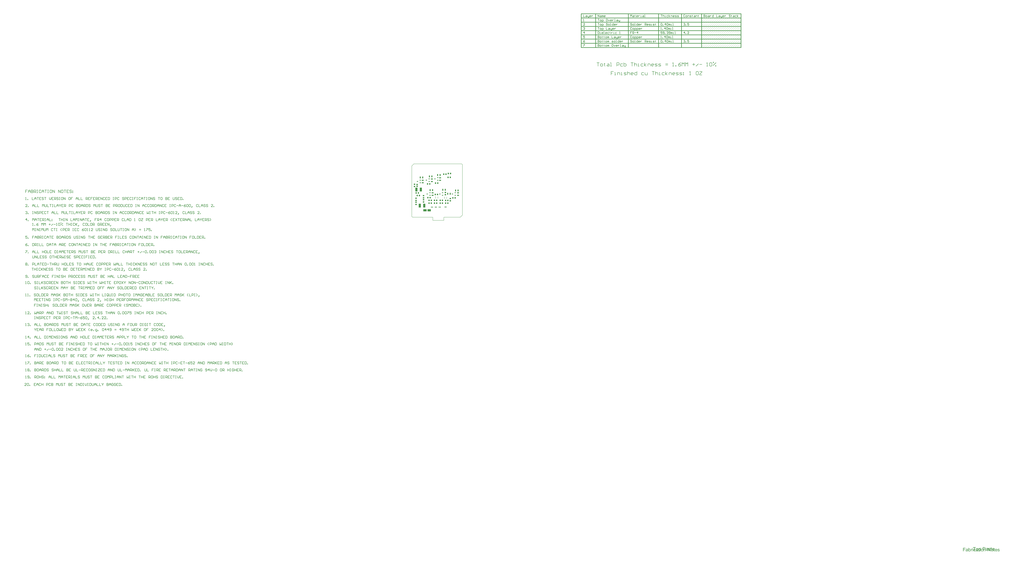
<source format=gtp>
G04 Layer_Color=8421504*
%FSLAX44Y44*%
%MOMM*%
G71*
G01*
G75*
%ADD10C,0.3810*%
%ADD11C,0.0254*%
%ADD12C,0.2540*%
%ADD13C,0.1270*%
%ADD14R,2.4000X1.5500*%
%ADD15R,0.9800X0.9200*%
%ADD16R,0.9500X1.0000*%
%ADD17R,0.7500X1.4500*%
%ADD18R,0.4500X0.3250*%
%ADD19O,0.6000X0.2500*%
%ADD20O,0.4500X0.3250*%
%ADD21R,1.0000X0.9500*%
%ADD22R,1.6000X2.8000*%
%ADD23R,0.9500X0.6000*%
%ADD24R,1.4500X0.7500*%
%ADD25R,0.5500X0.8000*%
G36*
X4102057Y-2391455D02*
X4102084Y-2391478D01*
X4102382Y-2391738D01*
X4102791Y-2392110D01*
X4103200Y-2392556D01*
X4103646Y-2393151D01*
X4104055Y-2393783D01*
X4104427Y-2394564D01*
Y-2394601D01*
X4104464Y-2394676D01*
X4104501Y-2394787D01*
X4104576Y-2394936D01*
X4104650Y-2395122D01*
X4104724Y-2395382D01*
X4104873Y-2395940D01*
X4105022Y-2396647D01*
X4105171Y-2397427D01*
X4105282Y-2398283D01*
X4105319Y-2399212D01*
Y-2399250D01*
Y-2399324D01*
Y-2399473D01*
Y-2399659D01*
X4105282Y-2399919D01*
Y-2400179D01*
X4105208Y-2400848D01*
X4105059Y-2401592D01*
X4104910Y-2402410D01*
X4104650Y-2403266D01*
X4104315Y-2404121D01*
Y-2404158D01*
X4104278Y-2404232D01*
X4104204Y-2404344D01*
X4104129Y-2404493D01*
X4103906Y-2404865D01*
X4103609Y-2405348D01*
X4103200Y-2405869D01*
X4102716Y-2406426D01*
X4102159Y-2406947D01*
X4102057Y-2407020D01*
Y-2413254D01*
X4099045D01*
Y-2408403D01*
X4098329Y-2408546D01*
X4097585Y-2408583D01*
X4097325D01*
X4097064Y-2408546D01*
X4096692Y-2408509D01*
X4096283Y-2408434D01*
X4095837Y-2408323D01*
X4095354Y-2408174D01*
X4094907Y-2407988D01*
X4094870Y-2407951D01*
X4094721Y-2407876D01*
X4094498Y-2407728D01*
X4094238Y-2407542D01*
X4093903Y-2407319D01*
X4093606Y-2407058D01*
X4093271Y-2406724D01*
X4093058Y-2406484D01*
Y-2408271D01*
Y-2408308D01*
Y-2408457D01*
Y-2408680D01*
X4093096Y-2408940D01*
X4093133Y-2409498D01*
X4093170Y-2409721D01*
X4093207Y-2409907D01*
X4093244Y-2409982D01*
X4093319Y-2410130D01*
X4093467Y-2410316D01*
X4093690Y-2410502D01*
X4093765Y-2410540D01*
X4093951Y-2410577D01*
X4094286Y-2410651D01*
X4094732Y-2410688D01*
X4095103D01*
X4095290Y-2410651D01*
X4095513D01*
X4096070Y-2410577D01*
X4096479Y-2413217D01*
X4096405D01*
X4096256Y-2413254D01*
X4096033Y-2413291D01*
X4095699Y-2413328D01*
X4095364Y-2413403D01*
X4094992Y-2413440D01*
X4094211Y-2413477D01*
X4093951D01*
X4093653Y-2413440D01*
X4093282Y-2413403D01*
X4092974Y-2413375D01*
Y-2414942D01*
X4089962D01*
Y-2397896D01*
X4087815D01*
Y-2395554D01*
X4089962D01*
Y-2390474D01*
X4091252D01*
X4093058Y-2389381D01*
Y-2392360D01*
X4093085Y-2392333D01*
X4093346Y-2392035D01*
X4093643Y-2391701D01*
X4094015Y-2391366D01*
X4094424Y-2391031D01*
X4094870Y-2390771D01*
X4094944Y-2390734D01*
X4095093Y-2390660D01*
X4095354Y-2390548D01*
X4095688Y-2390399D01*
X4096135Y-2390288D01*
X4096618Y-2390176D01*
X4097176Y-2390102D01*
X4097808Y-2390065D01*
X4098180D01*
X4098626Y-2390139D01*
X4099045Y-2390199D01*
Y-2388823D01*
X4102057D01*
Y-2391455D01*
D02*
G37*
G36*
X4173602Y-2402273D02*
X4173629Y-2402447D01*
X4173666Y-2403005D01*
Y-2403080D01*
Y-2403266D01*
X4173629Y-2403563D01*
X4173602Y-2403684D01*
Y-2413254D01*
X4170293D01*
X4167148Y-2408550D01*
X4166490Y-2408583D01*
X4166155D01*
X4165932Y-2408546D01*
X4165634D01*
X4165300Y-2408509D01*
X4164519Y-2408397D01*
X4163664Y-2408248D01*
X4162808Y-2407988D01*
X4161953Y-2407653D01*
X4161581Y-2407430D01*
X4161209Y-2407170D01*
X4161172D01*
X4161135Y-2407096D01*
X4160912Y-2406910D01*
X4160614Y-2406575D01*
X4160242Y-2406092D01*
X4159871Y-2405497D01*
X4159499Y-2404753D01*
X4159164Y-2403898D01*
X4158941Y-2402894D01*
X4161916Y-2402410D01*
Y-2402447D01*
Y-2402485D01*
X4161953Y-2402708D01*
X4162065Y-2403042D01*
X4162176Y-2403451D01*
X4162362Y-2403898D01*
X4162585Y-2404344D01*
X4162920Y-2404790D01*
X4163292Y-2405199D01*
X4163329Y-2405236D01*
X4163515Y-2405348D01*
X4163775Y-2405497D01*
X4164110Y-2405645D01*
X4164593Y-2405831D01*
X4165114Y-2405980D01*
X4165469Y-2406039D01*
X4157464Y-2394066D01*
Y-2413254D01*
X4154377D01*
Y-2408174D01*
X4153326D01*
X4153289Y-2408137D01*
X4153252Y-2408025D01*
X4153177Y-2407802D01*
X4153065Y-2407542D01*
X4152954Y-2407207D01*
X4152880Y-2406835D01*
X4152805Y-2406426D01*
X4152731Y-2405943D01*
X4152657Y-2406017D01*
X4152433Y-2406166D01*
X4152136Y-2406426D01*
X4151690Y-2406724D01*
X4151206Y-2407096D01*
X4150648Y-2407430D01*
X4150091Y-2407728D01*
X4149496Y-2407988D01*
X4149421Y-2408025D01*
X4149236Y-2408062D01*
X4148938Y-2408174D01*
X4148529Y-2408286D01*
X4148008Y-2408397D01*
X4147451Y-2408472D01*
X4146855Y-2408546D01*
X4146186Y-2408583D01*
X4145926D01*
X4145703Y-2408546D01*
X4145480D01*
X4145182Y-2408509D01*
X4144550Y-2408397D01*
X4143806Y-2408248D01*
X4143100Y-2407988D01*
X4142356Y-2407653D01*
X4141724Y-2407170D01*
X4141649Y-2407096D01*
X4141464Y-2406910D01*
X4141241Y-2406612D01*
X4140943Y-2406166D01*
X4140646Y-2405645D01*
X4140422Y-2405050D01*
X4140237Y-2404307D01*
X4140162Y-2403526D01*
Y-2403451D01*
Y-2403303D01*
X4140199Y-2403042D01*
X4140237Y-2402745D01*
X4140311Y-2402373D01*
X4140385Y-2401964D01*
X4140534Y-2401555D01*
X4140720Y-2401146D01*
X4140757Y-2401109D01*
X4140832Y-2400960D01*
X4140943Y-2400774D01*
X4141129Y-2400514D01*
X4141352Y-2400253D01*
X4141649Y-2399956D01*
X4141947Y-2399696D01*
X4142282Y-2399435D01*
X4142319Y-2399398D01*
X4142468Y-2399324D01*
X4142654Y-2399212D01*
X4142914Y-2399064D01*
X4143249Y-2398878D01*
X4143583Y-2398729D01*
X4143992Y-2398580D01*
X4144438Y-2398431D01*
X4144476D01*
X4144625Y-2398394D01*
X4144810Y-2398357D01*
X4145108Y-2398283D01*
X4145480Y-2398208D01*
X4145963Y-2398134D01*
X4146484Y-2398060D01*
X4147116Y-2397985D01*
X4147153D01*
X4147265Y-2397948D01*
X4147451D01*
X4147711Y-2397911D01*
X4148008Y-2397874D01*
X4148343Y-2397836D01*
X4149161Y-2397688D01*
X4150016Y-2397539D01*
X4150909Y-2397390D01*
X4151764Y-2397167D01*
X4152136Y-2397056D01*
X4152471Y-2396944D01*
Y-2396907D01*
Y-2396832D01*
X4152508Y-2396609D01*
Y-2396349D01*
Y-2396237D01*
Y-2396163D01*
Y-2396126D01*
Y-2396089D01*
Y-2395866D01*
X4152471Y-2395531D01*
X4152396Y-2395159D01*
X4152285Y-2394750D01*
X4152136Y-2394304D01*
X4151950Y-2393932D01*
X4151653Y-2393597D01*
X4151615Y-2393560D01*
X4151429Y-2393448D01*
X4151169Y-2393263D01*
X4150797Y-2393077D01*
X4150314Y-2392891D01*
X4149719Y-2392705D01*
X4149012Y-2392593D01*
X4148232Y-2392556D01*
X4147897D01*
X4147525Y-2392593D01*
X4147042Y-2392630D01*
X4146521Y-2392742D01*
X4146038Y-2392854D01*
X4145517Y-2393040D01*
X4145108Y-2393300D01*
X4145071Y-2393337D01*
X4144959Y-2393448D01*
X4144773Y-2393634D01*
X4144550Y-2393895D01*
X4144290Y-2394267D01*
X4144067Y-2394713D01*
X4143806Y-2395271D01*
X4143621Y-2395903D01*
X4140683Y-2395494D01*
Y-2395457D01*
X4140720Y-2395419D01*
X4140757Y-2395196D01*
X4140869Y-2394862D01*
X4140980Y-2394415D01*
X4141166Y-2393932D01*
X4141389Y-2393448D01*
X4141649Y-2392928D01*
X4141984Y-2392482D01*
X4142021Y-2392444D01*
X4142170Y-2392296D01*
X4142356Y-2392073D01*
X4142654Y-2391812D01*
X4143026Y-2391552D01*
X4143509Y-2391255D01*
X4144030Y-2390957D01*
X4144625Y-2390697D01*
X4144662D01*
X4144699Y-2390660D01*
X4144810Y-2390622D01*
X4144922Y-2390585D01*
X4145294Y-2390511D01*
X4145777Y-2390362D01*
X4146372Y-2390251D01*
X4147042Y-2390176D01*
X4147822Y-2390102D01*
X4148640Y-2390065D01*
X4149012D01*
X4149421Y-2390102D01*
X4149942Y-2390139D01*
X4150537Y-2390213D01*
X4151169Y-2390288D01*
X4151764Y-2390437D01*
X4152322Y-2390622D01*
X4152396Y-2390660D01*
X4152545Y-2390697D01*
X4152805Y-2390845D01*
X4153103Y-2390994D01*
X4153438Y-2391180D01*
X4153809Y-2391403D01*
X4154107Y-2391664D01*
X4154377Y-2391934D01*
Y-2388823D01*
X4157650D01*
X4160187Y-2392607D01*
X4160354Y-2392407D01*
X4160540Y-2392147D01*
X4160800Y-2391887D01*
X4161098Y-2391589D01*
X4161432Y-2391329D01*
X4161470Y-2391292D01*
X4161581Y-2391255D01*
X4161730Y-2391143D01*
X4161953Y-2391031D01*
X4162213Y-2390883D01*
X4162548Y-2390734D01*
X4162920Y-2390585D01*
X4163329Y-2390437D01*
X4163403D01*
X4163552Y-2390362D01*
X4163775Y-2390325D01*
X4164110Y-2390251D01*
X4164519Y-2390176D01*
X4164928Y-2390139D01*
X4165411Y-2390065D01*
X4166266D01*
X4166675Y-2390102D01*
X4167159Y-2390139D01*
X4167754Y-2390213D01*
X4168349Y-2390325D01*
X4168981Y-2390474D01*
X4169576Y-2390697D01*
X4169613D01*
X4169650Y-2390734D01*
X4169836Y-2390808D01*
X4170134Y-2390957D01*
X4170468Y-2391106D01*
X4170516Y-2391139D01*
Y-2388823D01*
X4173602D01*
Y-2402273D01*
D02*
G37*
G36*
X4048956Y-2392244D02*
X4045944D01*
Y-2388823D01*
X4048956D01*
Y-2392244D01*
D02*
G37*
G36*
X4129378Y-2383780D02*
X4129973Y-2383817D01*
X4130605Y-2383855D01*
X4131201Y-2383929D01*
X4131721Y-2384003D01*
X4131795D01*
X4132019Y-2384078D01*
X4132353Y-2384152D01*
X4132762Y-2384264D01*
X4133246Y-2384412D01*
X4133729Y-2384598D01*
X4134250Y-2384859D01*
X4134733Y-2385156D01*
X4134770Y-2385193D01*
X4134956Y-2385305D01*
X4135179Y-2385491D01*
X4135439Y-2385751D01*
X4135737Y-2386086D01*
X4136072Y-2386495D01*
X4136407Y-2386941D01*
X4136704Y-2387499D01*
X4136741Y-2387573D01*
X4136815Y-2387759D01*
X4136927Y-2388057D01*
X4137076Y-2388466D01*
X4137224Y-2388949D01*
X4137336Y-2389507D01*
X4137411Y-2390139D01*
X4137448Y-2390808D01*
Y-2390845D01*
Y-2390957D01*
Y-2391106D01*
X4137411Y-2391329D01*
X4137373Y-2391589D01*
X4137336Y-2391924D01*
X4137299Y-2392259D01*
X4137188Y-2392630D01*
X4136964Y-2393486D01*
X4136592Y-2394341D01*
X4136369Y-2394787D01*
X4136109Y-2395233D01*
X4135965Y-2395449D01*
X4136305Y-2395554D01*
X4136826Y-2395740D01*
X4136900Y-2395777D01*
X4137049Y-2395851D01*
X4137272Y-2395963D01*
X4137570Y-2396149D01*
X4137904Y-2396372D01*
X4138239Y-2396632D01*
X4138574Y-2396929D01*
X4138834Y-2397264D01*
X4138871Y-2397301D01*
X4138945Y-2397413D01*
X4139057Y-2397636D01*
X4139206Y-2397896D01*
X4139355Y-2398194D01*
X4139503Y-2398566D01*
X4139652Y-2399012D01*
X4139763Y-2399458D01*
Y-2399495D01*
X4139801Y-2399607D01*
X4139838Y-2399830D01*
X4139875Y-2400128D01*
Y-2400536D01*
X4139912Y-2401057D01*
X4139950Y-2401652D01*
Y-2402396D01*
Y-2413254D01*
X4136937D01*
Y-2402507D01*
Y-2402470D01*
Y-2402433D01*
Y-2402210D01*
Y-2401875D01*
X4136900Y-2401466D01*
X4136863Y-2401057D01*
X4136789Y-2400574D01*
X4136677Y-2400165D01*
X4136566Y-2399793D01*
Y-2399756D01*
X4136491Y-2399644D01*
X4136417Y-2399458D01*
X4136305Y-2399272D01*
X4136119Y-2399012D01*
X4135896Y-2398789D01*
X4135636Y-2398528D01*
X4135338Y-2398305D01*
X4135301Y-2398268D01*
X4135190Y-2398231D01*
X4135004Y-2398120D01*
X4134744Y-2398008D01*
X4134446Y-2397934D01*
X4134074Y-2397822D01*
X4133702Y-2397785D01*
X4133256Y-2397748D01*
X4132921D01*
X4132587Y-2397822D01*
X4132103Y-2397896D01*
X4131583Y-2398045D01*
X4131062Y-2398268D01*
X4130467Y-2398566D01*
X4129947Y-2398975D01*
X4129872Y-2399049D01*
X4129724Y-2399235D01*
X4129500Y-2399532D01*
X4129389Y-2399756D01*
X4129277Y-2400016D01*
X4129128Y-2400313D01*
X4129017Y-2400648D01*
X4128905Y-2401020D01*
X4128794Y-2401429D01*
X4128682Y-2401912D01*
X4128645Y-2402433D01*
X4128571Y-2402991D01*
Y-2403586D01*
Y-2413254D01*
X4125558D01*
Y-2398208D01*
X4122053D01*
Y-2403963D01*
X4122063Y-2404181D01*
Y-2404218D01*
Y-2404330D01*
Y-2404515D01*
Y-2404738D01*
X4122053Y-2404821D01*
Y-2408174D01*
X4121537D01*
X4121357Y-2408792D01*
X4121022Y-2409573D01*
Y-2409610D01*
X4120985Y-2409647D01*
X4120836Y-2409907D01*
X4120576Y-2410242D01*
X4120241Y-2410688D01*
X4119832Y-2411172D01*
X4119312Y-2411655D01*
X4118716Y-2412138D01*
X4118010Y-2412585D01*
X4117973D01*
X4117935Y-2412622D01*
X4117824Y-2412696D01*
X4117675Y-2412733D01*
X4117266Y-2412919D01*
X4116746Y-2413105D01*
X4116114Y-2413328D01*
X4115407Y-2413477D01*
X4114626Y-2413626D01*
X4113771Y-2413663D01*
X4113399D01*
X4113139Y-2413626D01*
X4112841Y-2413589D01*
X4112469Y-2413551D01*
X4112060Y-2413477D01*
X4111614Y-2413366D01*
X4110685Y-2413068D01*
X4110164Y-2412882D01*
X4109680Y-2412659D01*
X4109160Y-2412399D01*
X4108676Y-2412064D01*
X4108193Y-2411692D01*
X4107747Y-2411283D01*
X4107709Y-2411246D01*
X4107635Y-2411172D01*
X4107523Y-2411023D01*
X4107412Y-2410837D01*
X4107226Y-2410577D01*
X4107040Y-2410279D01*
X4106817Y-2409944D01*
X4106631Y-2409535D01*
X4106408Y-2409052D01*
X4106185Y-2408569D01*
X4105999Y-2407974D01*
X4105850Y-2407379D01*
X4105702Y-2406709D01*
X4105590Y-2406003D01*
X4105516Y-2405222D01*
X4105479Y-2404404D01*
Y-2404330D01*
Y-2404181D01*
X4105516Y-2403920D01*
Y-2403586D01*
X4105553Y-2403177D01*
X4105627Y-2402731D01*
X4105702Y-2402210D01*
X4105813Y-2401652D01*
X4105962Y-2401057D01*
X4106148Y-2400462D01*
X4106371Y-2399867D01*
X4106631Y-2399272D01*
X4106929Y-2398677D01*
X4107300Y-2398120D01*
X4107709Y-2397599D01*
X4108193Y-2397115D01*
X4108230Y-2397078D01*
X4108304Y-2397041D01*
X4108416Y-2396929D01*
X4108602Y-2396818D01*
X4108825Y-2396669D01*
X4109085Y-2396483D01*
X4109383Y-2396297D01*
X4109755Y-2396111D01*
X4110127Y-2395963D01*
X4110536Y-2395777D01*
X4111502Y-2395442D01*
X4112581Y-2395219D01*
X4113176Y-2395182D01*
X4113771Y-2395145D01*
X4114106D01*
X4114366Y-2395182D01*
X4114700Y-2395219D01*
X4115035Y-2395256D01*
X4115444Y-2395331D01*
X4115891Y-2395442D01*
X4116820Y-2395740D01*
X4117303Y-2395925D01*
X4117824Y-2396149D01*
X4118307Y-2396446D01*
X4118791Y-2396781D01*
X4118818Y-2396801D01*
Y-2383743D01*
X4128820D01*
X4129378Y-2383780D01*
D02*
G37*
G36*
X4041631Y-2395182D02*
X4042040Y-2395256D01*
X4042486Y-2395405D01*
X4043007Y-2395554D01*
X4043564Y-2395814D01*
X4044159Y-2396149D01*
X4043081Y-2398900D01*
X4043044Y-2398863D01*
X4042895Y-2398789D01*
X4042672Y-2398677D01*
X4042411Y-2398566D01*
X4042077Y-2398454D01*
X4041705Y-2398343D01*
X4041296Y-2398268D01*
X4040887Y-2398231D01*
X4040738D01*
X4040552Y-2398268D01*
X4040292Y-2398305D01*
X4040032Y-2398380D01*
X4039734Y-2398491D01*
X4039437Y-2398640D01*
X4039139Y-2398826D01*
X4039102Y-2398863D01*
X4039028Y-2398938D01*
X4038879Y-2399086D01*
X4038730Y-2399272D01*
X4038544Y-2399495D01*
X4038358Y-2399793D01*
X4038210Y-2400128D01*
X4038061Y-2400499D01*
X4038024Y-2400574D01*
X4037986Y-2400760D01*
X4037912Y-2401094D01*
X4037838Y-2401541D01*
X4037726Y-2402061D01*
X4037652Y-2402656D01*
X4037615Y-2403288D01*
X4037578Y-2403995D01*
Y-2413254D01*
X4034565D01*
Y-2395554D01*
X4037280D01*
Y-2398194D01*
X4037317Y-2398157D01*
X4037466Y-2397934D01*
X4037652Y-2397599D01*
X4037875Y-2397227D01*
X4038173Y-2396818D01*
X4038507Y-2396409D01*
X4038805Y-2396037D01*
X4039139Y-2395777D01*
X4039177Y-2395740D01*
X4039288Y-2395665D01*
X4039474Y-2395591D01*
X4039734Y-2395442D01*
X4039995Y-2395331D01*
X4040329Y-2395256D01*
X4040701Y-2395182D01*
X4041073Y-2395145D01*
X4041333D01*
X4041631Y-2395182D01*
D02*
G37*
G36*
X4232579D02*
X4233062Y-2395219D01*
X4233657Y-2395293D01*
X4234252Y-2395405D01*
X4234884Y-2395554D01*
X4235479Y-2395777D01*
X4235516D01*
X4235554Y-2395814D01*
X4235740Y-2395888D01*
X4236037Y-2396037D01*
X4236372Y-2396186D01*
X4236743Y-2396446D01*
X4237153Y-2396706D01*
X4237524Y-2397041D01*
X4237822Y-2397413D01*
X4237859Y-2397450D01*
X4237933Y-2397599D01*
X4238082Y-2397822D01*
X4238268Y-2398120D01*
X4238417Y-2398491D01*
X4238603Y-2398975D01*
X4238752Y-2399495D01*
X4238900Y-2400090D01*
X4235963Y-2400499D01*
Y-2400425D01*
X4235926Y-2400276D01*
X4235851Y-2400016D01*
X4235740Y-2399718D01*
X4235591Y-2399384D01*
X4235368Y-2399049D01*
X4235107Y-2398677D01*
X4234773Y-2398380D01*
X4234735Y-2398343D01*
X4234587Y-2398268D01*
X4234364Y-2398120D01*
X4234066Y-2397971D01*
X4233694Y-2397859D01*
X4233211Y-2397710D01*
X4232690Y-2397636D01*
X4232058Y-2397599D01*
X4231724D01*
X4231352Y-2397636D01*
X4230905Y-2397673D01*
X4230422Y-2397785D01*
X4229939Y-2397896D01*
X4229455Y-2398082D01*
X4229083Y-2398305D01*
X4229046Y-2398343D01*
X4228935Y-2398417D01*
X4228823Y-2398566D01*
X4228674Y-2398752D01*
X4228488Y-2398975D01*
X4228377Y-2399272D01*
X4228265Y-2399570D01*
X4228228Y-2399904D01*
Y-2399942D01*
Y-2400016D01*
X4228265Y-2400128D01*
Y-2400276D01*
X4228377Y-2400611D01*
X4228563Y-2400983D01*
X4228600Y-2401020D01*
X4228637Y-2401057D01*
X4228860Y-2401243D01*
X4229009Y-2401392D01*
X4229195Y-2401503D01*
X4229455Y-2401652D01*
X4229716Y-2401764D01*
X4229753D01*
X4229827Y-2401801D01*
X4229976Y-2401838D01*
X4230236Y-2401912D01*
X4230571Y-2402024D01*
X4231054Y-2402173D01*
X4231649Y-2402321D01*
X4231984Y-2402433D01*
X4232393Y-2402545D01*
X4232430D01*
X4232542Y-2402582D01*
X4232690Y-2402619D01*
X4232914Y-2402693D01*
X4233174Y-2402768D01*
X4233471Y-2402842D01*
X4234141Y-2403028D01*
X4234884Y-2403251D01*
X4235628Y-2403511D01*
X4236297Y-2403734D01*
X4236595Y-2403846D01*
X4236855Y-2403958D01*
X4236930Y-2403995D01*
X4237078Y-2404069D01*
X4237301Y-2404181D01*
X4237562Y-2404330D01*
X4237896Y-2404553D01*
X4238231Y-2404850D01*
X4238528Y-2405148D01*
X4238826Y-2405519D01*
X4238863Y-2405557D01*
X4238937Y-2405705D01*
X4239049Y-2405928D01*
X4239198Y-2406226D01*
X4239347Y-2406598D01*
X4239458Y-2407044D01*
X4239532Y-2407527D01*
X4239570Y-2408085D01*
Y-2408160D01*
Y-2408345D01*
X4239532Y-2408643D01*
X4239458Y-2408978D01*
X4239347Y-2409424D01*
X4239198Y-2409907D01*
X4238975Y-2410391D01*
X4238677Y-2410911D01*
X4238640Y-2410986D01*
X4238528Y-2411134D01*
X4238305Y-2411358D01*
X4238008Y-2411655D01*
X4237673Y-2411990D01*
X4237227Y-2412324D01*
X4236707Y-2412659D01*
X4236111Y-2412957D01*
X4236037Y-2412994D01*
X4235814Y-2413068D01*
X4235479Y-2413180D01*
X4235033Y-2413291D01*
X4234475Y-2413440D01*
X4233843Y-2413551D01*
X4233137Y-2413626D01*
X4232393Y-2413663D01*
X4232058D01*
X4231835Y-2413626D01*
X4231537D01*
X4231203Y-2413589D01*
X4230422Y-2413477D01*
X4229567Y-2413328D01*
X4228712Y-2413068D01*
X4227856Y-2412733D01*
X4227484Y-2412510D01*
X4227112Y-2412250D01*
X4227075D01*
X4227038Y-2412176D01*
X4226815Y-2411990D01*
X4226518Y-2411655D01*
X4226146Y-2411172D01*
X4225774Y-2410577D01*
X4225402Y-2409833D01*
X4225067Y-2408978D01*
X4224844Y-2407974D01*
X4227819Y-2407490D01*
Y-2407527D01*
Y-2407565D01*
X4227856Y-2407788D01*
X4227968Y-2408122D01*
X4228079Y-2408531D01*
X4228265Y-2408978D01*
X4228488Y-2409424D01*
X4228823Y-2409870D01*
X4229195Y-2410279D01*
X4229232Y-2410316D01*
X4229418Y-2410428D01*
X4229678Y-2410577D01*
X4230013Y-2410725D01*
X4230497Y-2410911D01*
X4231017Y-2411060D01*
X4231686Y-2411172D01*
X4232393Y-2411209D01*
X4232727D01*
X4233099Y-2411172D01*
X4233546Y-2411097D01*
X4234066Y-2411023D01*
X4234587Y-2410874D01*
X4235070Y-2410651D01*
X4235479Y-2410391D01*
X4235516Y-2410354D01*
X4235628Y-2410242D01*
X4235814Y-2410056D01*
X4236000Y-2409833D01*
X4236149Y-2409535D01*
X4236335Y-2409164D01*
X4236446Y-2408792D01*
X4236483Y-2408383D01*
Y-2408345D01*
Y-2408197D01*
X4236446Y-2408048D01*
X4236372Y-2407788D01*
X4236260Y-2407565D01*
X4236111Y-2407267D01*
X4235888Y-2407007D01*
X4235591Y-2406784D01*
X4235554Y-2406747D01*
X4235442Y-2406709D01*
X4235256Y-2406635D01*
X4234959Y-2406486D01*
X4234550Y-2406375D01*
X4234029Y-2406189D01*
X4233694Y-2406077D01*
X4233360Y-2406003D01*
X4232951Y-2405891D01*
X4232504Y-2405780D01*
X4232467D01*
X4232356Y-2405742D01*
X4232207Y-2405705D01*
X4231984Y-2405631D01*
X4231686Y-2405557D01*
X4231389Y-2405482D01*
X4230682Y-2405259D01*
X4229939Y-2405036D01*
X4229158Y-2404813D01*
X4228451Y-2404553D01*
X4228154Y-2404441D01*
X4227893Y-2404330D01*
X4227856Y-2404292D01*
X4227670Y-2404218D01*
X4227447Y-2404069D01*
X4227187Y-2403883D01*
X4226852Y-2403660D01*
X4226555Y-2403363D01*
X4226220Y-2403028D01*
X4225960Y-2402656D01*
X4225923Y-2402619D01*
X4225848Y-2402470D01*
X4225774Y-2402247D01*
X4225662Y-2401950D01*
X4225514Y-2401615D01*
X4225439Y-2401206D01*
X4225365Y-2400760D01*
X4225327Y-2400276D01*
Y-2400239D01*
Y-2400090D01*
X4225365Y-2399830D01*
X4225402Y-2399570D01*
X4225439Y-2399235D01*
X4225551Y-2398863D01*
X4225662Y-2398454D01*
X4225848Y-2398082D01*
X4225885Y-2398045D01*
X4225960Y-2397896D01*
X4226071Y-2397710D01*
X4226257Y-2397487D01*
X4226443Y-2397227D01*
X4226703Y-2396967D01*
X4227001Y-2396669D01*
X4227336Y-2396409D01*
X4227373Y-2396372D01*
X4227484Y-2396335D01*
X4227633Y-2396223D01*
X4227856Y-2396111D01*
X4228116Y-2395963D01*
X4228451Y-2395814D01*
X4228823Y-2395665D01*
X4229232Y-2395517D01*
X4229307D01*
X4229455Y-2395442D01*
X4229678Y-2395405D01*
X4230013Y-2395331D01*
X4230422Y-2395256D01*
X4230831Y-2395219D01*
X4231314Y-2395145D01*
X4232170D01*
X4232579Y-2395182D01*
D02*
G37*
G36*
X4068059Y-2386606D02*
X4060027D01*
Y-2395172D01*
X4060633Y-2395145D01*
X4060930D01*
X4061116Y-2395182D01*
X4061376D01*
X4061637Y-2395219D01*
X4062306Y-2395331D01*
X4063050Y-2395517D01*
X4063868Y-2395777D01*
X4064649Y-2396149D01*
X4065355Y-2396632D01*
X4065392D01*
X4065429Y-2396706D01*
X4065652Y-2396892D01*
X4065950Y-2397227D01*
X4066322Y-2397673D01*
X4066731Y-2398268D01*
X4067103Y-2398975D01*
X4067437Y-2399830D01*
X4067698Y-2400760D01*
X4064797Y-2401206D01*
Y-2401169D01*
X4064760Y-2401131D01*
X4064723Y-2400908D01*
X4064612Y-2400611D01*
X4064463Y-2400202D01*
X4064240Y-2399756D01*
X4063979Y-2399309D01*
X4063682Y-2398900D01*
X4063310Y-2398528D01*
X4063273Y-2398491D01*
X4063124Y-2398380D01*
X4062901Y-2398231D01*
X4062603Y-2398045D01*
X4062232Y-2397896D01*
X4061823Y-2397748D01*
X4061302Y-2397636D01*
X4060781Y-2397599D01*
X4060558D01*
X4060410Y-2397636D01*
X4060027Y-2397671D01*
Y-2408174D01*
X4056792D01*
Y-2399674D01*
X4056765Y-2399718D01*
X4056654Y-2399942D01*
X4056542Y-2400202D01*
X4056431Y-2400499D01*
X4056282Y-2400834D01*
X4056170Y-2401206D01*
X4056059Y-2401652D01*
X4055947Y-2402098D01*
X4055836Y-2402619D01*
X4055798Y-2403177D01*
X4055724Y-2403772D01*
Y-2404404D01*
Y-2404441D01*
Y-2404553D01*
Y-2404738D01*
X4055761Y-2404999D01*
Y-2405296D01*
X4055798Y-2405631D01*
X4055910Y-2406375D01*
X4056059Y-2407230D01*
X4056282Y-2408122D01*
X4056617Y-2408903D01*
X4056840Y-2409275D01*
X4057063Y-2409610D01*
X4057137Y-2409684D01*
X4057323Y-2409870D01*
X4057621Y-2410130D01*
X4058029Y-2410391D01*
X4058513Y-2410688D01*
X4059145Y-2410948D01*
X4059814Y-2411134D01*
X4060186Y-2411172D01*
X4060595Y-2411209D01*
X4060893D01*
X4061227Y-2411134D01*
X4061637Y-2411060D01*
X4062083Y-2410948D01*
X4062603Y-2410763D01*
X4063087Y-2410502D01*
X4063533Y-2410130D01*
X4063570Y-2410093D01*
X4063719Y-2409907D01*
X4063942Y-2409684D01*
X4064165Y-2409312D01*
X4064425Y-2408829D01*
X4064686Y-2408271D01*
X4064909Y-2407565D01*
X4065058Y-2406784D01*
X4067995Y-2407193D01*
Y-2407230D01*
X4067958Y-2407341D01*
X4067921Y-2407490D01*
X4067884Y-2407676D01*
X4067809Y-2407937D01*
X4067735Y-2408234D01*
X4067512Y-2408940D01*
X4067177Y-2409684D01*
X4066731Y-2410502D01*
X4066173Y-2411246D01*
X4065504Y-2411953D01*
X4065467D01*
X4065429Y-2412027D01*
X4065318Y-2412101D01*
X4065169Y-2412213D01*
X4064946Y-2412361D01*
X4064723Y-2412510D01*
X4064165Y-2412808D01*
X4063459Y-2413105D01*
X4062603Y-2413403D01*
X4061674Y-2413589D01*
X4061153Y-2413626D01*
X4060633Y-2413663D01*
X4060298D01*
X4060038Y-2413626D01*
X4059740Y-2413589D01*
X4059368Y-2413551D01*
X4058996Y-2413477D01*
X4058550Y-2413366D01*
X4057621Y-2413105D01*
X4057137Y-2412882D01*
X4056654Y-2412659D01*
X4056170Y-2412399D01*
X4055724Y-2412101D01*
X4055278Y-2411729D01*
X4054832Y-2411320D01*
X4054794Y-2411283D01*
X4054720Y-2411209D01*
X4054646Y-2411060D01*
X4054497Y-2410874D01*
X4054311Y-2410614D01*
X4054125Y-2410316D01*
X4053939Y-2409982D01*
X4053753Y-2409573D01*
X4053530Y-2409126D01*
X4053344Y-2408606D01*
X4053158Y-2408048D01*
X4052972Y-2407416D01*
X4052823Y-2406784D01*
X4052749Y-2406040D01*
X4052675Y-2405296D01*
X4052638Y-2404478D01*
Y-2404441D01*
Y-2404367D01*
Y-2404181D01*
Y-2403995D01*
X4052675Y-2403734D01*
Y-2403474D01*
X4052749Y-2402768D01*
X4052861Y-2401987D01*
X4053047Y-2401169D01*
X4053270Y-2400276D01*
X4053567Y-2399458D01*
Y-2399421D01*
X4053604Y-2399347D01*
X4053679Y-2399235D01*
X4053753Y-2399086D01*
X4053976Y-2398714D01*
X4054274Y-2398231D01*
X4054683Y-2397710D01*
X4055166Y-2397190D01*
X4055761Y-2396669D01*
X4056431Y-2396223D01*
X4056468D01*
X4056505Y-2396186D01*
X4056617Y-2396111D01*
X4056765Y-2396037D01*
X4056792Y-2396027D01*
Y-2386606D01*
X4048760D01*
Y-2383743D01*
X4068059D01*
Y-2386606D01*
D02*
G37*
G36*
X4078769Y-2390102D02*
X4079103Y-2390139D01*
X4079438Y-2390176D01*
X4079847Y-2390251D01*
X4080293Y-2390362D01*
X4081223Y-2390660D01*
X4081707Y-2390845D01*
X4082227Y-2391069D01*
X4082711Y-2391366D01*
X4083194Y-2391701D01*
X4083677Y-2392073D01*
X4084124Y-2392482D01*
X4084161Y-2392519D01*
X4084235Y-2392593D01*
X4084347Y-2392742D01*
X4084496Y-2392928D01*
X4084681Y-2393151D01*
X4084867Y-2393448D01*
X4085090Y-2393820D01*
X4085313Y-2394192D01*
X4085499Y-2394638D01*
X4085722Y-2395159D01*
X4085909Y-2395680D01*
X4086094Y-2396275D01*
X4086243Y-2396907D01*
X4086355Y-2397613D01*
X4086429Y-2398320D01*
X4086466Y-2399101D01*
Y-2399138D01*
Y-2399250D01*
Y-2399435D01*
Y-2399659D01*
X4086429Y-2399956D01*
Y-2400291D01*
X4086392Y-2400663D01*
X4086355Y-2401072D01*
X4086206Y-2401927D01*
X4086020Y-2402819D01*
X4085760Y-2403712D01*
X4085425Y-2404493D01*
Y-2404530D01*
X4085388Y-2404567D01*
X4085239Y-2404827D01*
X4084979Y-2405162D01*
X4084915Y-2405247D01*
Y-2405854D01*
Y-2405891D01*
Y-2406040D01*
Y-2406263D01*
Y-2406523D01*
Y-2406858D01*
Y-2407230D01*
X4084952Y-2408085D01*
Y-2409015D01*
X4084989Y-2409870D01*
X4085026Y-2410279D01*
Y-2410614D01*
X4085063Y-2410911D01*
X4085101Y-2411172D01*
Y-2411209D01*
X4085138Y-2411358D01*
X4085175Y-2411581D01*
X4085249Y-2411841D01*
X4085361Y-2412138D01*
X4085510Y-2412510D01*
X4085844Y-2413254D01*
X4082721D01*
X4082684Y-2413217D01*
X4082646Y-2413105D01*
X4082572Y-2412882D01*
X4082461Y-2412622D01*
X4082349Y-2412287D01*
X4082274Y-2411915D01*
X4082200Y-2411506D01*
X4082126Y-2411023D01*
X4082051Y-2411097D01*
X4081828Y-2411246D01*
X4081531Y-2411506D01*
X4081085Y-2411804D01*
X4080601Y-2412176D01*
X4080044Y-2412510D01*
X4079486Y-2412808D01*
X4078891Y-2413068D01*
X4078816Y-2413105D01*
X4078630Y-2413142D01*
X4078333Y-2413254D01*
X4077924Y-2413366D01*
X4077403Y-2413477D01*
X4076845Y-2413551D01*
X4076251Y-2413626D01*
X4075581Y-2413663D01*
X4075321D01*
X4075098Y-2413626D01*
X4074875D01*
X4074577Y-2413589D01*
X4073945Y-2413477D01*
X4073201Y-2413328D01*
X4072495Y-2413068D01*
X4071751Y-2412733D01*
X4071119Y-2412250D01*
X4071045Y-2412176D01*
X4070858Y-2411990D01*
X4070635Y-2411692D01*
X4070338Y-2411246D01*
X4070041Y-2410725D01*
X4069818Y-2410130D01*
X4069631Y-2409387D01*
X4069557Y-2408606D01*
Y-2408531D01*
Y-2408383D01*
X4069594Y-2408122D01*
X4069631Y-2407825D01*
X4069706Y-2407453D01*
X4069780Y-2407044D01*
X4069929Y-2406635D01*
X4070115Y-2406226D01*
X4070152Y-2406189D01*
X4070226Y-2406040D01*
X4070338Y-2405854D01*
X4070524Y-2405594D01*
X4070747Y-2405334D01*
X4071045Y-2405036D01*
X4071228Y-2404876D01*
X4071220Y-2404865D01*
X4071034Y-2404455D01*
X4070811Y-2403972D01*
X4070588Y-2403489D01*
X4070402Y-2402894D01*
X4070253Y-2402299D01*
X4070104Y-2401629D01*
X4069993Y-2400923D01*
X4069919Y-2400142D01*
X4069881Y-2399324D01*
Y-2399250D01*
Y-2399101D01*
X4069919Y-2398840D01*
Y-2398506D01*
X4069956Y-2398097D01*
X4070030Y-2397650D01*
X4070104Y-2397130D01*
X4070216Y-2396572D01*
X4070365Y-2395977D01*
X4070551Y-2395382D01*
X4070774Y-2394787D01*
X4071034Y-2394192D01*
X4071332Y-2393597D01*
X4071703Y-2393040D01*
X4072113Y-2392519D01*
X4072596Y-2392035D01*
X4072633Y-2391998D01*
X4072708Y-2391961D01*
X4072819Y-2391850D01*
X4073005Y-2391738D01*
X4073228Y-2391589D01*
X4073488Y-2391403D01*
X4073786Y-2391217D01*
X4074158Y-2391031D01*
X4074530Y-2390883D01*
X4074939Y-2390697D01*
X4075905Y-2390362D01*
X4076984Y-2390139D01*
X4077579Y-2390102D01*
X4078174Y-2390065D01*
X4078509D01*
X4078769Y-2390102D01*
D02*
G37*
G36*
X4048956Y-2413254D02*
X4045944D01*
Y-2395554D01*
X4048956D01*
Y-2413254D01*
D02*
G37*
G36*
X4004891Y-2395182D02*
X4005412Y-2395219D01*
X4006007Y-2395293D01*
X4006639Y-2395368D01*
X4007234Y-2395517D01*
X4007792Y-2395702D01*
X4007866Y-2395740D01*
X4008015Y-2395777D01*
X4008275Y-2395925D01*
X4008573Y-2396074D01*
X4008907Y-2396260D01*
X4009279Y-2396483D01*
X4009577Y-2396744D01*
X4009874Y-2397041D01*
X4009911Y-2397078D01*
X4009986Y-2397190D01*
X4010097Y-2397339D01*
X4010246Y-2397599D01*
X4010395Y-2397896D01*
X4010544Y-2398231D01*
X4010692Y-2398640D01*
X4010804Y-2399086D01*
Y-2399124D01*
X4010841Y-2399235D01*
X4010878Y-2399421D01*
X4010916Y-2399718D01*
Y-2400090D01*
X4010952Y-2400574D01*
X4010990Y-2401131D01*
Y-2401838D01*
Y-2405854D01*
Y-2405891D01*
Y-2406040D01*
Y-2406263D01*
Y-2406523D01*
Y-2406858D01*
Y-2407230D01*
X4011027Y-2408085D01*
Y-2409015D01*
X4011064Y-2409870D01*
X4011101Y-2410279D01*
Y-2410614D01*
X4011139Y-2410911D01*
X4011176Y-2411172D01*
Y-2411209D01*
X4011213Y-2411358D01*
X4011250Y-2411581D01*
X4011324Y-2411841D01*
X4011436Y-2412138D01*
X4011585Y-2412510D01*
X4011919Y-2413254D01*
X4008796D01*
X4008759Y-2413217D01*
X4008722Y-2413105D01*
X4008647Y-2412882D01*
X4008535Y-2412622D01*
X4008424Y-2412287D01*
X4008350Y-2411915D01*
X4008275Y-2411506D01*
X4008201Y-2411023D01*
X4008127Y-2411097D01*
X4007903Y-2411246D01*
X4007606Y-2411506D01*
X4007160Y-2411804D01*
X4006676Y-2412176D01*
X4006118Y-2412510D01*
X4005561Y-2412808D01*
X4004966Y-2413068D01*
X4004891Y-2413105D01*
X4004706Y-2413142D01*
X4004408Y-2413254D01*
X4003999Y-2413366D01*
X4003478Y-2413477D01*
X4002921Y-2413551D01*
X4002325Y-2413626D01*
X4001656Y-2413663D01*
X4001396D01*
X4001173Y-2413626D01*
X4000950D01*
X4000652Y-2413589D01*
X4000020Y-2413477D01*
X3999276Y-2413328D01*
X3998570Y-2413068D01*
X3997826Y-2412733D01*
X3997194Y-2412250D01*
X3997120Y-2412176D01*
X3996934Y-2411990D01*
X3996711Y-2411692D01*
X3996413Y-2411246D01*
X3996116Y-2410725D01*
X3995892Y-2410130D01*
X3995706Y-2409387D01*
X3995632Y-2408606D01*
Y-2408531D01*
Y-2408383D01*
X3995669Y-2408122D01*
X3995706Y-2407825D01*
X3995781Y-2407453D01*
X3995855Y-2407044D01*
X3996004Y-2406635D01*
X3996190Y-2406226D01*
X3996227Y-2406189D01*
X3996302Y-2406040D01*
X3996413Y-2405854D01*
X3996599Y-2405594D01*
X3996822Y-2405334D01*
X3997120Y-2405036D01*
X3997417Y-2404776D01*
X3997752Y-2404515D01*
X3997789Y-2404478D01*
X3997938Y-2404404D01*
X3998123Y-2404292D01*
X3998384Y-2404144D01*
X3998719Y-2403958D01*
X3999053Y-2403809D01*
X3999462Y-2403660D01*
X3999908Y-2403511D01*
X3999946D01*
X4000094Y-2403474D01*
X4000280Y-2403437D01*
X4000578Y-2403363D01*
X4000950Y-2403288D01*
X4001433Y-2403214D01*
X4001954Y-2403139D01*
X4002586Y-2403065D01*
X4002623D01*
X4002735Y-2403028D01*
X4002921D01*
X4003181Y-2402991D01*
X4003478Y-2402954D01*
X4003813Y-2402916D01*
X4004631Y-2402768D01*
X4005486Y-2402619D01*
X4006379Y-2402470D01*
X4007234Y-2402247D01*
X4007606Y-2402135D01*
X4007941Y-2402024D01*
Y-2401987D01*
Y-2401912D01*
X4007978Y-2401689D01*
Y-2401429D01*
Y-2401317D01*
Y-2401243D01*
Y-2401206D01*
Y-2401169D01*
Y-2400946D01*
X4007941Y-2400611D01*
X4007866Y-2400239D01*
X4007755Y-2399830D01*
X4007606Y-2399384D01*
X4007420Y-2399012D01*
X4007122Y-2398677D01*
X4007085Y-2398640D01*
X4006899Y-2398528D01*
X4006639Y-2398343D01*
X4006267Y-2398157D01*
X4005784Y-2397971D01*
X4005189Y-2397785D01*
X4004482Y-2397673D01*
X4003701Y-2397636D01*
X4003367D01*
X4002995Y-2397673D01*
X4002512Y-2397710D01*
X4001991Y-2397822D01*
X4001508Y-2397934D01*
X4000987Y-2398120D01*
X4000578Y-2398380D01*
X4000540Y-2398417D01*
X4000429Y-2398528D01*
X4000243Y-2398714D01*
X4000020Y-2398975D01*
X3999760Y-2399347D01*
X3999537Y-2399793D01*
X3999276Y-2400351D01*
X3999090Y-2400983D01*
X3996153Y-2400574D01*
Y-2400536D01*
X3996190Y-2400499D01*
X3996227Y-2400276D01*
X3996339Y-2399942D01*
X3996450Y-2399495D01*
X3996636Y-2399012D01*
X3996859Y-2398528D01*
X3997120Y-2398008D01*
X3997454Y-2397562D01*
X3997491Y-2397525D01*
X3997640Y-2397376D01*
X3997826Y-2397153D01*
X3998123Y-2396892D01*
X3998495Y-2396632D01*
X3998979Y-2396335D01*
X3999500Y-2396037D01*
X4000094Y-2395777D01*
X4000132D01*
X4000169Y-2395740D01*
X4000280Y-2395702D01*
X4000392Y-2395665D01*
X4000764Y-2395591D01*
X4001247Y-2395442D01*
X4001842Y-2395331D01*
X4002512Y-2395256D01*
X4003293Y-2395182D01*
X4004110Y-2395145D01*
X4004482D01*
X4004891Y-2395182D01*
D02*
G37*
G36*
X3992843Y-2391686D02*
X3979605D01*
Y-2399309D01*
X3991058D01*
Y-2402173D01*
X3979605D01*
Y-2413254D01*
X3976370D01*
Y-2388823D01*
X3992843D01*
Y-2391686D01*
D02*
G37*
G36*
X4180732Y-2390474D02*
X4183744D01*
Y-2392816D01*
X4180732D01*
Y-2396750D01*
X4180854Y-2396669D01*
X4181114Y-2396483D01*
X4181411Y-2396297D01*
X4181783Y-2396111D01*
X4182155Y-2395963D01*
X4182564Y-2395777D01*
X4183531Y-2395442D01*
X4184609Y-2395219D01*
X4185204Y-2395182D01*
X4185799Y-2395145D01*
X4186134D01*
X4186394Y-2395182D01*
X4186488Y-2395192D01*
X4186682Y-2394676D01*
X4186942Y-2394118D01*
X4187239Y-2393560D01*
X4187574Y-2393040D01*
X4187983Y-2392556D01*
X4188020Y-2392519D01*
X4188094Y-2392444D01*
X4188206Y-2392333D01*
X4188392Y-2392147D01*
X4188615Y-2391961D01*
X4188912Y-2391775D01*
X4189210Y-2391552D01*
X4189582Y-2391292D01*
X4189991Y-2391069D01*
X4190437Y-2390845D01*
X4190920Y-2390660D01*
X4191478Y-2390437D01*
X4192036Y-2390288D01*
X4192631Y-2390176D01*
X4193263Y-2390102D01*
X4193932Y-2390065D01*
X4194267D01*
X4194528Y-2390102D01*
X4194825Y-2390139D01*
X4195197Y-2390176D01*
X4195569Y-2390251D01*
X4196015Y-2390362D01*
X4196907Y-2390660D01*
X4197391Y-2390845D01*
X4197874Y-2391106D01*
X4198108Y-2391232D01*
Y-2391203D01*
X4201120Y-2389381D01*
Y-2394853D01*
X4201295Y-2395233D01*
X4201402Y-2395554D01*
X4204132D01*
Y-2397896D01*
X4201904D01*
X4201965Y-2398506D01*
X4202002Y-2399324D01*
Y-2399361D01*
Y-2399510D01*
Y-2399770D01*
X4201965Y-2400105D01*
X4201120D01*
Y-2402754D01*
X4201890Y-2402856D01*
Y-2402894D01*
X4201853Y-2402968D01*
X4201816Y-2403117D01*
X4201742Y-2403303D01*
X4201667Y-2403526D01*
X4201555Y-2403786D01*
X4201258Y-2404418D01*
X4201120Y-2404667D01*
Y-2408271D01*
Y-2408308D01*
Y-2408457D01*
Y-2408680D01*
X4201157Y-2408940D01*
X4201194Y-2409498D01*
X4201231Y-2409721D01*
X4201269Y-2409907D01*
X4201306Y-2409982D01*
X4201380Y-2410130D01*
X4201529Y-2410316D01*
X4201752Y-2410502D01*
X4201826Y-2410540D01*
X4202012Y-2410577D01*
X4202347Y-2410651D01*
X4202793Y-2410688D01*
X4203165D01*
X4203351Y-2410651D01*
X4203574D01*
X4204132Y-2410577D01*
X4204541Y-2413217D01*
X4204467D01*
X4204318Y-2413254D01*
X4204095Y-2413291D01*
X4203760Y-2413328D01*
X4203425Y-2413403D01*
X4203053Y-2413440D01*
X4202273Y-2413477D01*
X4202012D01*
X4201715Y-2413440D01*
X4201343Y-2413403D01*
X4200934Y-2413366D01*
X4200488Y-2413254D01*
X4200079Y-2413142D01*
X4199707Y-2412994D01*
X4199669Y-2412957D01*
X4199558Y-2412882D01*
X4199409Y-2412771D01*
X4199223Y-2412622D01*
X4199000Y-2412436D01*
X4198814Y-2412213D01*
X4198591Y-2411953D01*
X4198442Y-2411655D01*
Y-2411618D01*
X4198405Y-2411469D01*
X4198331Y-2411246D01*
X4198294Y-2410874D01*
X4198219Y-2410391D01*
X4198182Y-2410130D01*
X4198145Y-2409796D01*
Y-2409424D01*
X4198108Y-2409015D01*
Y-2408569D01*
Y-2408085D01*
Y-2407702D01*
X4197800Y-2407839D01*
X4197094Y-2408100D01*
X4196201Y-2408360D01*
X4195234Y-2408509D01*
X4194119Y-2408583D01*
X4193747D01*
X4193486Y-2408546D01*
X4193458Y-2408543D01*
X4193385Y-2408792D01*
X4193051Y-2409573D01*
Y-2409610D01*
X4193013Y-2409647D01*
X4192865Y-2409907D01*
X4192604Y-2410242D01*
X4192270Y-2410688D01*
X4191861Y-2411172D01*
X4191340Y-2411655D01*
X4190745Y-2412138D01*
X4190038Y-2412585D01*
X4190001D01*
X4189964Y-2412622D01*
X4189853Y-2412696D01*
X4189704Y-2412733D01*
X4189295Y-2412919D01*
X4188774Y-2413105D01*
X4188142Y-2413328D01*
X4187436Y-2413477D01*
X4186655Y-2413626D01*
X4185799Y-2413663D01*
X4185428D01*
X4185167Y-2413626D01*
X4184870Y-2413589D01*
X4184498Y-2413551D01*
X4184089Y-2413477D01*
X4183643Y-2413366D01*
X4182713Y-2413068D01*
X4182192Y-2412882D01*
X4181709Y-2412659D01*
X4181188Y-2412399D01*
X4180705Y-2412064D01*
X4180222Y-2411692D01*
X4179775Y-2411283D01*
X4179738Y-2411246D01*
X4179664Y-2411172D01*
X4179552Y-2411023D01*
X4179441Y-2410837D01*
X4179254Y-2410577D01*
X4179069Y-2410279D01*
X4178846Y-2409944D01*
X4178660Y-2409535D01*
X4178437Y-2409052D01*
X4178214Y-2408569D01*
X4178028Y-2407974D01*
X4177879Y-2407379D01*
X4177730Y-2406709D01*
X4177618Y-2406003D01*
X4177544Y-2405222D01*
X4177507Y-2404404D01*
Y-2404330D01*
Y-2404181D01*
X4177544Y-2403920D01*
Y-2403586D01*
X4177581Y-2403177D01*
X4177656Y-2402731D01*
X4177720Y-2402282D01*
Y-2392816D01*
X4175489D01*
Y-2390474D01*
X4177720D01*
Y-2386123D01*
X4180732Y-2384301D01*
Y-2390474D01*
D02*
G37*
G36*
X4214915Y-2395182D02*
X4215213Y-2395219D01*
X4215585Y-2395256D01*
X4215957Y-2395331D01*
X4216403Y-2395442D01*
X4217296Y-2395740D01*
X4217779Y-2395925D01*
X4218262Y-2396186D01*
X4218746Y-2396446D01*
X4219229Y-2396781D01*
X4219675Y-2397153D01*
X4220121Y-2397599D01*
X4220159Y-2397636D01*
X4220233Y-2397710D01*
X4220345Y-2397859D01*
X4220493Y-2398045D01*
X4220642Y-2398305D01*
X4220828Y-2398603D01*
X4221051Y-2398938D01*
X4221274Y-2399347D01*
X4221460Y-2399830D01*
X4221683Y-2400313D01*
X4221869Y-2400871D01*
X4222055Y-2401503D01*
X4222167Y-2402135D01*
X4222278Y-2402842D01*
X4222353Y-2403586D01*
X4222390Y-2404404D01*
Y-2404441D01*
Y-2404590D01*
Y-2404850D01*
X4222353Y-2405185D01*
X4209189D01*
Y-2405222D01*
Y-2405296D01*
X4209226Y-2405482D01*
Y-2405668D01*
X4209263Y-2405928D01*
X4209301Y-2406189D01*
X4209449Y-2406858D01*
X4209673Y-2407565D01*
X4209933Y-2408308D01*
X4210342Y-2409052D01*
X4210825Y-2409684D01*
X4210900Y-2409759D01*
X4211086Y-2409907D01*
X4211420Y-2410168D01*
X4211829Y-2410428D01*
X4212387Y-2410725D01*
X4213019Y-2410986D01*
X4213726Y-2411134D01*
X4214507Y-2411209D01*
X4214804D01*
X4215102Y-2411172D01*
X4215473Y-2411097D01*
X4215919Y-2410986D01*
X4216403Y-2410837D01*
X4216887Y-2410651D01*
X4217333Y-2410354D01*
X4217370Y-2410316D01*
X4217519Y-2410168D01*
X4217742Y-2409982D01*
X4218002Y-2409647D01*
X4218300Y-2409275D01*
X4218597Y-2408792D01*
X4218894Y-2408197D01*
X4219192Y-2407527D01*
X4222278Y-2407937D01*
Y-2407974D01*
X4222241Y-2408048D01*
X4222204Y-2408197D01*
X4222130Y-2408383D01*
X4222055Y-2408606D01*
X4221944Y-2408866D01*
X4221646Y-2409498D01*
X4221274Y-2410168D01*
X4220828Y-2410874D01*
X4220233Y-2411581D01*
X4219564Y-2412176D01*
X4219527D01*
X4219489Y-2412250D01*
X4219378Y-2412324D01*
X4219192Y-2412399D01*
X4219006Y-2412510D01*
X4218783Y-2412659D01*
X4218523Y-2412771D01*
X4218188Y-2412919D01*
X4217481Y-2413180D01*
X4216589Y-2413440D01*
X4215622Y-2413589D01*
X4214507Y-2413663D01*
X4214135D01*
X4213875Y-2413626D01*
X4213540Y-2413589D01*
X4213168Y-2413551D01*
X4212759Y-2413477D01*
X4212275Y-2413366D01*
X4211309Y-2413068D01*
X4210788Y-2412882D01*
X4210305Y-2412659D01*
X4209784Y-2412399D01*
X4209301Y-2412064D01*
X4208817Y-2411692D01*
X4208371Y-2411283D01*
X4208334Y-2411246D01*
X4208259Y-2411172D01*
X4208148Y-2411023D01*
X4208036Y-2410837D01*
X4207850Y-2410614D01*
X4207664Y-2410316D01*
X4207441Y-2409944D01*
X4207255Y-2409535D01*
X4207032Y-2409089D01*
X4206809Y-2408606D01*
X4206623Y-2408048D01*
X4206475Y-2407453D01*
X4206326Y-2406821D01*
X4206214Y-2406114D01*
X4206140Y-2405371D01*
X4206103Y-2404590D01*
Y-2404553D01*
Y-2404404D01*
Y-2404144D01*
X4206140Y-2403846D01*
X4206177Y-2403474D01*
X4206214Y-2403028D01*
X4206288Y-2402545D01*
X4206400Y-2402024D01*
X4206660Y-2400908D01*
X4206846Y-2400351D01*
X4207069Y-2399756D01*
X4207330Y-2399198D01*
X4207627Y-2398640D01*
X4207962Y-2398120D01*
X4208371Y-2397636D01*
X4208408Y-2397599D01*
X4208482Y-2397525D01*
X4208594Y-2397413D01*
X4208780Y-2397227D01*
X4209003Y-2397041D01*
X4209301Y-2396855D01*
X4209598Y-2396632D01*
X4209970Y-2396372D01*
X4210379Y-2396149D01*
X4210825Y-2395925D01*
X4211309Y-2395740D01*
X4211866Y-2395517D01*
X4212424Y-2395368D01*
X4213019Y-2395256D01*
X4213651Y-2395182D01*
X4214321Y-2395145D01*
X4214655D01*
X4214915Y-2395182D01*
D02*
G37*
G36*
X4018576Y-2397525D02*
X4018613Y-2397487D01*
X4018650Y-2397413D01*
X4018762Y-2397301D01*
X4018910Y-2397153D01*
X4019096Y-2396967D01*
X4019319Y-2396781D01*
X4019877Y-2396335D01*
X4020547Y-2395888D01*
X4021402Y-2395517D01*
X4021848Y-2395368D01*
X4022332Y-2395256D01*
X4022852Y-2395182D01*
X4023372Y-2395145D01*
X4023670D01*
X4023968Y-2395182D01*
X4024377Y-2395219D01*
X4024860Y-2395293D01*
X4025381Y-2395442D01*
X4025901Y-2395591D01*
X4026459Y-2395814D01*
X4026534Y-2395851D01*
X4026719Y-2395925D01*
X4026980Y-2396074D01*
X4027314Y-2396297D01*
X4027686Y-2396558D01*
X4028058Y-2396892D01*
X4028467Y-2397264D01*
X4028839Y-2397673D01*
X4028876Y-2397710D01*
X4028988Y-2397896D01*
X4029174Y-2398157D01*
X4029397Y-2398491D01*
X4029620Y-2398900D01*
X4029880Y-2399384D01*
X4030103Y-2399942D01*
X4030326Y-2400574D01*
X4030363Y-2400648D01*
X4030401Y-2400871D01*
X4030512Y-2401206D01*
X4030624Y-2401652D01*
X4030698Y-2402173D01*
X4030810Y-2402768D01*
X4030847Y-2403437D01*
X4030884Y-2404144D01*
Y-2404181D01*
Y-2404330D01*
Y-2404590D01*
X4030847Y-2404887D01*
X4030810Y-2405296D01*
X4030772Y-2405705D01*
X4030698Y-2406226D01*
X4030587Y-2406747D01*
X4030326Y-2407862D01*
X4030140Y-2408457D01*
X4029917Y-2409052D01*
X4029657Y-2409647D01*
X4029359Y-2410205D01*
X4029025Y-2410725D01*
X4028616Y-2411209D01*
X4028578Y-2411246D01*
X4028504Y-2411320D01*
X4028393Y-2411432D01*
X4028207Y-2411581D01*
X4028021Y-2411767D01*
X4027761Y-2411990D01*
X4027463Y-2412213D01*
X4027091Y-2412436D01*
X4026310Y-2412882D01*
X4025418Y-2413291D01*
X4024897Y-2413440D01*
X4024377Y-2413551D01*
X4023819Y-2413626D01*
X4023224Y-2413663D01*
X4022926D01*
X4022703Y-2413626D01*
X4022443Y-2413589D01*
X4022145Y-2413514D01*
X4021439Y-2413328D01*
X4021067Y-2413217D01*
X4020658Y-2413031D01*
X4020249Y-2412808D01*
X4019840Y-2412547D01*
X4019468Y-2412250D01*
X4019059Y-2411915D01*
X4018687Y-2411506D01*
X4018352Y-2411060D01*
Y-2413254D01*
X4015564D01*
Y-2388823D01*
X4018576D01*
Y-2397525D01*
D02*
G37*
%LPC*%
G36*
X4102057Y-2397348D02*
Y-2401185D01*
X4102084Y-2400997D01*
X4102159Y-2400439D01*
X4102233Y-2399844D01*
Y-2399212D01*
Y-2399175D01*
Y-2399064D01*
Y-2398878D01*
X4102196Y-2398654D01*
Y-2398357D01*
X4102159Y-2398022D01*
X4102057Y-2397348D01*
D02*
G37*
G36*
X4097882Y-2392407D02*
X4097361D01*
X4097213Y-2392444D01*
X4096878Y-2392519D01*
X4096395Y-2392630D01*
X4095874Y-2392854D01*
X4095316Y-2393188D01*
X4095019Y-2393374D01*
X4094721Y-2393634D01*
X4094424Y-2393895D01*
X4094164Y-2394229D01*
Y-2394267D01*
X4094089Y-2394304D01*
X4094015Y-2394415D01*
X4093940Y-2394564D01*
X4093829Y-2394750D01*
X4093717Y-2394973D01*
X4093569Y-2395233D01*
X4093457Y-2395531D01*
X4093448Y-2395554D01*
X4096070D01*
Y-2397896D01*
X4093058D01*
Y-2402225D01*
X4093271Y-2403005D01*
X4093606Y-2403786D01*
X4093829Y-2404158D01*
X4094052Y-2404493D01*
X4094126Y-2404567D01*
X4094312Y-2404753D01*
X4094610Y-2405013D01*
X4094982Y-2405311D01*
X4095465Y-2405608D01*
X4096060Y-2405869D01*
X4096692Y-2406054D01*
X4097027Y-2406092D01*
X4097399Y-2406129D01*
X4097585D01*
X4097733Y-2406092D01*
X4098105Y-2406054D01*
X4098552Y-2405906D01*
X4099045Y-2405741D01*
Y-2395554D01*
X4101616D01*
X4101303Y-2394824D01*
X4101080Y-2394453D01*
X4100820Y-2394118D01*
Y-2394081D01*
X4100746Y-2394043D01*
X4100559Y-2393858D01*
X4100299Y-2393560D01*
X4099890Y-2393263D01*
X4099407Y-2392965D01*
X4098849Y-2392668D01*
X4098217Y-2392482D01*
X4097882Y-2392407D01*
D02*
G37*
G36*
X4166155Y-2392519D02*
X4165820D01*
X4165448Y-2392556D01*
X4165002Y-2392593D01*
X4164519Y-2392705D01*
X4164035Y-2392816D01*
X4163552Y-2393002D01*
X4163180Y-2393225D01*
X4163143Y-2393263D01*
X4163031Y-2393337D01*
X4162920Y-2393486D01*
X4162771Y-2393672D01*
X4162585Y-2393895D01*
X4162473Y-2394192D01*
X4162362Y-2394490D01*
X4162325Y-2394824D01*
Y-2394862D01*
Y-2394936D01*
X4162362Y-2395047D01*
Y-2395196D01*
X4162473Y-2395531D01*
X4162660Y-2395903D01*
X4162697Y-2395940D01*
X4162734Y-2395977D01*
X4162957Y-2396163D01*
X4163106Y-2396312D01*
X4163292Y-2396423D01*
X4163552Y-2396572D01*
X4163812Y-2396684D01*
X4163849D01*
X4163924Y-2396721D01*
X4164073Y-2396758D01*
X4164333Y-2396832D01*
X4164667Y-2396944D01*
X4165151Y-2397093D01*
X4165746Y-2397241D01*
X4166081Y-2397353D01*
X4166490Y-2397464D01*
X4166527D01*
X4166638Y-2397502D01*
X4166787Y-2397539D01*
X4167010Y-2397613D01*
X4167271Y-2397688D01*
X4167568Y-2397762D01*
X4168237Y-2397948D01*
X4168981Y-2398171D01*
X4169725Y-2398431D01*
X4170394Y-2398654D01*
X4170516Y-2398700D01*
Y-2395356D01*
X4170060Y-2395419D01*
Y-2395345D01*
X4170022Y-2395196D01*
X4169948Y-2394936D01*
X4169836Y-2394638D01*
X4169688Y-2394304D01*
X4169464Y-2393969D01*
X4169204Y-2393597D01*
X4168870Y-2393300D01*
X4168832Y-2393263D01*
X4168683Y-2393188D01*
X4168460Y-2393040D01*
X4168163Y-2392891D01*
X4167791Y-2392779D01*
X4167308Y-2392630D01*
X4166787Y-2392556D01*
X4166155Y-2392519D01*
D02*
G37*
G36*
X4165395Y-2400374D02*
X4168948Y-2405672D01*
X4169167Y-2405571D01*
X4169576Y-2405311D01*
X4169613Y-2405273D01*
X4169725Y-2405162D01*
X4169911Y-2404976D01*
X4170097Y-2404753D01*
X4170245Y-2404455D01*
X4170431Y-2404084D01*
X4170516Y-2403801D01*
Y-2402874D01*
X4170468Y-2402708D01*
X4170357Y-2402485D01*
X4170208Y-2402187D01*
X4169985Y-2401927D01*
X4169688Y-2401704D01*
X4169650Y-2401667D01*
X4169539Y-2401629D01*
X4169353Y-2401555D01*
X4169055Y-2401406D01*
X4168647Y-2401295D01*
X4168126Y-2401109D01*
X4167791Y-2400997D01*
X4167456Y-2400923D01*
X4167047Y-2400811D01*
X4166601Y-2400700D01*
X4166564D01*
X4166452Y-2400663D01*
X4166304Y-2400625D01*
X4166081Y-2400551D01*
X4165783Y-2400477D01*
X4165486Y-2400402D01*
X4165395Y-2400374D01*
D02*
G37*
G36*
X4152471Y-2399287D02*
X4152396Y-2399324D01*
X4152285Y-2399361D01*
X4152173Y-2399398D01*
X4151987Y-2399473D01*
X4151764Y-2399510D01*
X4151541Y-2399584D01*
X4151244Y-2399696D01*
X4150909Y-2399770D01*
X4150537Y-2399844D01*
X4150165Y-2399956D01*
X4149719Y-2400067D01*
X4149236Y-2400142D01*
X4148715Y-2400253D01*
X4148157Y-2400328D01*
X4147562Y-2400439D01*
X4147488D01*
X4147265Y-2400477D01*
X4146930Y-2400551D01*
X4146521Y-2400625D01*
X4145666Y-2400811D01*
X4145257Y-2400923D01*
X4144922Y-2401034D01*
X4144885D01*
X4144810Y-2401109D01*
X4144662Y-2401183D01*
X4144513Y-2401295D01*
X4144141Y-2401592D01*
X4143769Y-2402038D01*
Y-2402076D01*
X4143695Y-2402150D01*
X4143658Y-2402262D01*
X4143583Y-2402447D01*
X4143434Y-2402894D01*
X4143398Y-2403154D01*
X4143360Y-2403451D01*
Y-2403489D01*
Y-2403637D01*
X4143398Y-2403860D01*
X4143472Y-2404158D01*
X4143583Y-2404455D01*
X4143732Y-2404790D01*
X4143955Y-2405125D01*
X4144253Y-2405459D01*
X4144290Y-2405497D01*
X4144438Y-2405571D01*
X4144625Y-2405720D01*
X4144922Y-2405831D01*
X4145294Y-2405980D01*
X4145777Y-2406129D01*
X4146298Y-2406203D01*
X4146930Y-2406240D01*
X4147227D01*
X4147525Y-2406203D01*
X4147971Y-2406129D01*
X4148417Y-2406054D01*
X4148938Y-2405943D01*
X4149459Y-2405757D01*
X4149979Y-2405497D01*
X4150054Y-2405459D01*
X4150202Y-2405348D01*
X4150463Y-2405199D01*
X4150760Y-2404939D01*
X4151058Y-2404679D01*
X4151392Y-2404307D01*
X4151727Y-2403898D01*
X4151987Y-2403414D01*
X4152025Y-2403377D01*
X4152061Y-2403228D01*
X4152136Y-2403005D01*
X4152248Y-2402670D01*
X4152322Y-2402224D01*
X4152396Y-2401704D01*
X4152433Y-2401109D01*
X4152471Y-2400402D01*
Y-2399287D01*
D02*
G37*
G36*
X4170516Y-2407723D02*
X4170371Y-2407795D01*
X4170516Y-2408011D01*
Y-2407723D01*
D02*
G37*
G36*
X4129006Y-2386606D02*
X4122053D01*
Y-2395345D01*
X4128635D01*
X4128858Y-2395308D01*
X4129118D01*
X4129378Y-2395271D01*
X4130048Y-2395196D01*
X4130791Y-2395047D01*
X4131535Y-2394862D01*
X4132205Y-2394564D01*
X4132502Y-2394378D01*
X4132762Y-2394192D01*
X4132837Y-2394155D01*
X4132986Y-2393969D01*
X4133171Y-2393709D01*
X4133432Y-2393337D01*
X4133692Y-2392891D01*
X4133878Y-2392333D01*
X4134026Y-2391664D01*
X4134101Y-2390920D01*
Y-2390845D01*
Y-2390660D01*
X4134064Y-2390362D01*
X4133989Y-2389990D01*
X4133915Y-2389581D01*
X4133766Y-2389135D01*
X4133580Y-2388689D01*
X4133320Y-2388280D01*
X4133283Y-2388242D01*
X4133171Y-2388094D01*
X4133022Y-2387908D01*
X4132762Y-2387685D01*
X4132465Y-2387462D01*
X4132130Y-2387201D01*
X4131721Y-2387015D01*
X4131275Y-2386830D01*
X4131238D01*
X4131126Y-2386792D01*
X4130903Y-2386755D01*
X4130605Y-2386718D01*
X4130197Y-2386681D01*
X4129676Y-2386644D01*
X4129006Y-2386606D01*
D02*
G37*
G36*
X4114180Y-2397636D02*
X4113548D01*
X4113399Y-2397673D01*
X4112990Y-2397710D01*
X4112469Y-2397859D01*
X4111874Y-2398045D01*
X4111242Y-2398343D01*
X4110610Y-2398789D01*
X4110312Y-2399049D01*
X4110015Y-2399347D01*
X4109941Y-2399421D01*
X4109866Y-2399532D01*
X4109792Y-2399644D01*
X4109680Y-2399830D01*
X4109569Y-2400053D01*
X4109420Y-2400313D01*
X4109308Y-2400611D01*
X4109160Y-2400946D01*
X4109011Y-2401317D01*
X4108900Y-2401727D01*
X4108788Y-2402210D01*
X4108714Y-2402693D01*
X4108639Y-2403251D01*
X4108565Y-2403809D01*
Y-2404441D01*
Y-2404478D01*
Y-2404590D01*
Y-2404776D01*
X4108602Y-2404999D01*
Y-2405259D01*
X4108639Y-2405594D01*
X4108751Y-2406337D01*
X4108937Y-2407156D01*
X4109160Y-2408011D01*
X4109532Y-2408829D01*
X4109755Y-2409201D01*
X4110015Y-2409535D01*
X4110089Y-2409610D01*
X4110275Y-2409796D01*
X4110610Y-2410056D01*
X4111056Y-2410354D01*
X4111577Y-2410688D01*
X4112246Y-2410948D01*
X4112953Y-2411134D01*
X4113362Y-2411172D01*
X4113771Y-2411209D01*
X4113994D01*
X4114142Y-2411172D01*
X4114552Y-2411134D01*
X4115072Y-2410986D01*
X4115667Y-2410800D01*
X4116299Y-2410502D01*
X4116895Y-2410093D01*
X4117192Y-2409833D01*
X4117489Y-2409535D01*
Y-2409498D01*
X4117564Y-2409461D01*
X4117638Y-2409350D01*
X4117712Y-2409201D01*
X4117824Y-2409015D01*
X4117973Y-2408792D01*
X4118084Y-2408531D01*
X4118233Y-2408234D01*
X4118382Y-2407899D01*
X4118493Y-2407527D01*
X4118642Y-2407081D01*
X4118754Y-2406598D01*
X4118818Y-2406182D01*
Y-2402649D01*
X4118791Y-2402470D01*
X4118605Y-2401689D01*
X4118345Y-2400834D01*
X4117973Y-2400053D01*
X4117452Y-2399347D01*
Y-2399309D01*
X4117378Y-2399272D01*
X4117192Y-2399086D01*
X4116857Y-2398789D01*
X4116448Y-2398491D01*
X4115891Y-2398194D01*
X4115258Y-2397896D01*
X4114552Y-2397710D01*
X4114180Y-2397636D01*
D02*
G37*
G36*
X4078583Y-2392556D02*
X4077951D01*
X4077802Y-2392593D01*
X4077393Y-2392630D01*
X4076872Y-2392779D01*
X4076277Y-2392965D01*
X4075645Y-2393263D01*
X4075013Y-2393709D01*
X4074716Y-2393969D01*
X4074418Y-2394267D01*
X4074344Y-2394341D01*
X4074269Y-2394453D01*
X4074195Y-2394564D01*
X4074083Y-2394750D01*
X4073972Y-2394973D01*
X4073823Y-2395233D01*
X4073712Y-2395531D01*
X4073563Y-2395866D01*
X4073509Y-2396000D01*
X4074019Y-2395777D01*
X4074057D01*
X4074094Y-2395740D01*
X4074205Y-2395702D01*
X4074317Y-2395665D01*
X4074689Y-2395591D01*
X4075172Y-2395442D01*
X4075767Y-2395331D01*
X4076436Y-2395256D01*
X4077217Y-2395182D01*
X4078035Y-2395145D01*
X4078407D01*
X4078816Y-2395182D01*
X4079337Y-2395219D01*
X4079932Y-2395293D01*
X4080564Y-2395368D01*
X4081159Y-2395517D01*
X4081717Y-2395702D01*
X4081791Y-2395740D01*
X4081940Y-2395777D01*
X4082200Y-2395925D01*
X4082498Y-2396074D01*
X4082832Y-2396260D01*
X4082917Y-2396311D01*
X4082747Y-2395754D01*
X4082376Y-2394973D01*
X4081855Y-2394267D01*
Y-2394229D01*
X4081781Y-2394192D01*
X4081595Y-2394006D01*
X4081260Y-2393709D01*
X4080851Y-2393411D01*
X4080293Y-2393114D01*
X4079661Y-2392816D01*
X4078955Y-2392630D01*
X4078583Y-2392556D01*
D02*
G37*
G36*
X4077626Y-2397636D02*
X4077292D01*
X4076920Y-2397673D01*
X4076436Y-2397710D01*
X4075916Y-2397822D01*
X4075432Y-2397934D01*
X4074912Y-2398120D01*
X4074503Y-2398380D01*
X4074466Y-2398417D01*
X4074354Y-2398528D01*
X4074168Y-2398714D01*
X4073945Y-2398975D01*
X4073685Y-2399347D01*
X4073462Y-2399793D01*
X4073201Y-2400351D01*
X4073080Y-2400764D01*
X4073154Y-2401257D01*
X4073340Y-2402076D01*
X4073563Y-2402931D01*
X4073828Y-2403513D01*
X4073834Y-2403511D01*
X4073871D01*
X4074019Y-2403474D01*
X4074205Y-2403437D01*
X4074503Y-2403363D01*
X4074875Y-2403288D01*
X4075358Y-2403214D01*
X4075879Y-2403139D01*
X4076511Y-2403065D01*
X4076548D01*
X4076660Y-2403028D01*
X4076845D01*
X4077106Y-2402991D01*
X4077403Y-2402954D01*
X4077738Y-2402916D01*
X4078556Y-2402768D01*
X4079411Y-2402619D01*
X4080304Y-2402470D01*
X4081159Y-2402247D01*
X4081531Y-2402135D01*
X4081866Y-2402024D01*
Y-2401987D01*
Y-2401912D01*
X4081903Y-2401689D01*
Y-2401429D01*
Y-2401317D01*
Y-2401243D01*
Y-2401206D01*
Y-2401169D01*
Y-2400946D01*
X4081866Y-2400611D01*
X4081791Y-2400239D01*
X4081680Y-2399830D01*
X4081531Y-2399384D01*
X4081345Y-2399012D01*
X4081047Y-2398677D01*
X4081010Y-2398640D01*
X4080824Y-2398528D01*
X4080564Y-2398343D01*
X4080192Y-2398157D01*
X4079709Y-2397971D01*
X4079114Y-2397785D01*
X4078407Y-2397673D01*
X4077626Y-2397636D01*
D02*
G37*
G36*
X4081866Y-2404367D02*
X4081791Y-2404404D01*
X4081680Y-2404441D01*
X4081568Y-2404478D01*
X4081382Y-2404553D01*
X4081159Y-2404590D01*
X4080936Y-2404664D01*
X4080638Y-2404776D01*
X4080304Y-2404850D01*
X4079932Y-2404924D01*
X4079560Y-2405036D01*
X4079114Y-2405148D01*
X4078630Y-2405222D01*
X4078110Y-2405334D01*
X4077552Y-2405408D01*
X4076957Y-2405519D01*
X4076883D01*
X4076660Y-2405557D01*
X4076325Y-2405631D01*
X4076130Y-2405667D01*
X4076649Y-2405869D01*
X4077356Y-2406054D01*
X4077765Y-2406092D01*
X4078174Y-2406129D01*
X4078397D01*
X4078546Y-2406092D01*
X4078955Y-2406054D01*
X4079475Y-2405906D01*
X4080070Y-2405720D01*
X4080703Y-2405422D01*
X4081297Y-2405013D01*
X4081595Y-2404753D01*
X4081866Y-2404482D01*
Y-2404367D01*
D02*
G37*
G36*
X4073204Y-2407070D02*
X4073164Y-2407118D01*
Y-2407156D01*
X4073090Y-2407230D01*
X4073053Y-2407341D01*
X4072978Y-2407527D01*
X4072829Y-2407974D01*
X4072792Y-2408234D01*
X4072755Y-2408531D01*
Y-2408569D01*
Y-2408717D01*
X4072792Y-2408940D01*
X4072867Y-2409238D01*
X4072978Y-2409535D01*
X4073127Y-2409870D01*
X4073350Y-2410205D01*
X4073647Y-2410540D01*
X4073685Y-2410577D01*
X4073834Y-2410651D01*
X4074019Y-2410800D01*
X4074317Y-2410911D01*
X4074689Y-2411060D01*
X4075172Y-2411209D01*
X4075693Y-2411283D01*
X4076325Y-2411320D01*
X4076622D01*
X4076920Y-2411283D01*
X4077366Y-2411209D01*
X4077812Y-2411134D01*
X4078333Y-2411023D01*
X4078853Y-2410837D01*
X4079374Y-2410577D01*
X4079449Y-2410540D01*
X4079597Y-2410428D01*
X4079857Y-2410279D01*
X4080155Y-2410019D01*
X4080453Y-2409759D01*
X4080787Y-2409387D01*
X4081122Y-2408978D01*
X4081382Y-2408494D01*
X4081419Y-2408457D01*
X4081457Y-2408308D01*
X4081531Y-2408085D01*
X4081605Y-2407862D01*
X4081149Y-2408025D01*
X4080516Y-2408248D01*
X4079810Y-2408397D01*
X4079029Y-2408546D01*
X4078174Y-2408583D01*
X4077802D01*
X4077542Y-2408546D01*
X4077244Y-2408509D01*
X4076872Y-2408472D01*
X4076463Y-2408397D01*
X4076017Y-2408286D01*
X4075087Y-2407988D01*
X4074567Y-2407802D01*
X4074083Y-2407579D01*
X4073563Y-2407319D01*
X4073204Y-2407070D01*
D02*
G37*
G36*
X4007941Y-2404367D02*
X4007866Y-2404404D01*
X4007755Y-2404441D01*
X4007643Y-2404478D01*
X4007457Y-2404553D01*
X4007234Y-2404590D01*
X4007011Y-2404664D01*
X4006713Y-2404776D01*
X4006379Y-2404850D01*
X4006007Y-2404924D01*
X4005635Y-2405036D01*
X4005189Y-2405148D01*
X4004706Y-2405222D01*
X4004185Y-2405334D01*
X4003627Y-2405408D01*
X4003032Y-2405519D01*
X4002958D01*
X4002735Y-2405557D01*
X4002400Y-2405631D01*
X4001991Y-2405705D01*
X4001136Y-2405891D01*
X4000727Y-2406003D01*
X4000392Y-2406114D01*
X4000355D01*
X4000280Y-2406189D01*
X4000132Y-2406263D01*
X3999983Y-2406375D01*
X3999611Y-2406672D01*
X3999239Y-2407118D01*
Y-2407156D01*
X3999165Y-2407230D01*
X3999128Y-2407341D01*
X3999053Y-2407527D01*
X3998904Y-2407974D01*
X3998867Y-2408234D01*
X3998830Y-2408531D01*
Y-2408569D01*
Y-2408717D01*
X3998867Y-2408940D01*
X3998942Y-2409238D01*
X3999053Y-2409535D01*
X3999202Y-2409870D01*
X3999425Y-2410205D01*
X3999723Y-2410540D01*
X3999760Y-2410577D01*
X3999908Y-2410651D01*
X4000094Y-2410800D01*
X4000392Y-2410911D01*
X4000764Y-2411060D01*
X4001247Y-2411209D01*
X4001768Y-2411283D01*
X4002400Y-2411320D01*
X4002697D01*
X4002995Y-2411283D01*
X4003441Y-2411209D01*
X4003887Y-2411134D01*
X4004408Y-2411023D01*
X4004929Y-2410837D01*
X4005449Y-2410577D01*
X4005523Y-2410540D01*
X4005672Y-2410428D01*
X4005933Y-2410279D01*
X4006230Y-2410019D01*
X4006527Y-2409759D01*
X4006862Y-2409387D01*
X4007197Y-2408978D01*
X4007457Y-2408494D01*
X4007494Y-2408457D01*
X4007531Y-2408308D01*
X4007606Y-2408085D01*
X4007718Y-2407751D01*
X4007792Y-2407304D01*
X4007866Y-2406784D01*
X4007903Y-2406189D01*
X4007941Y-2405482D01*
Y-2404367D01*
D02*
G37*
G36*
X4193970Y-2392519D02*
X4193784D01*
X4193635Y-2392556D01*
X4193226Y-2392593D01*
X4192743Y-2392705D01*
X4192185Y-2392854D01*
X4191627Y-2393114D01*
X4191032Y-2393448D01*
X4190474Y-2393932D01*
X4190400Y-2394006D01*
X4190251Y-2394192D01*
X4190028Y-2394490D01*
X4189768Y-2394936D01*
X4189507Y-2395457D01*
X4189317Y-2395920D01*
X4189332Y-2395925D01*
X4189853Y-2396149D01*
X4190336Y-2396446D01*
X4190819Y-2396781D01*
X4191303Y-2397153D01*
X4191749Y-2397562D01*
X4191786Y-2397599D01*
X4191838Y-2397650D01*
X4195876D01*
Y-2395554D01*
X4198108D01*
Y-2394962D01*
X4198023Y-2394750D01*
X4197688Y-2394304D01*
Y-2394267D01*
X4197614Y-2394229D01*
X4197428Y-2394006D01*
X4197094Y-2393746D01*
X4196684Y-2393411D01*
X4196126Y-2393077D01*
X4195494Y-2392779D01*
X4194788Y-2392593D01*
X4194379Y-2392556D01*
X4193970Y-2392519D01*
D02*
G37*
G36*
X4190026Y-2400105D02*
X4188801D01*
Y-2400142D01*
Y-2400216D01*
X4188838Y-2400402D01*
Y-2400588D01*
X4188875Y-2400848D01*
X4188912Y-2401109D01*
X4189061Y-2401778D01*
X4189284Y-2402485D01*
X4189545Y-2403228D01*
X4189954Y-2403972D01*
X4190437Y-2404604D01*
X4190511Y-2404679D01*
X4190697Y-2404827D01*
X4190993Y-2405057D01*
X4191005Y-2404962D01*
Y-2404330D01*
Y-2404292D01*
Y-2404181D01*
Y-2404032D01*
X4190968Y-2403772D01*
Y-2403511D01*
X4190931Y-2403214D01*
X4190819Y-2402470D01*
X4190634Y-2401689D01*
X4190373Y-2400834D01*
X4190026Y-2400105D01*
D02*
G37*
G36*
X4198108D02*
X4193290D01*
X4193348Y-2400239D01*
X4193534Y-2400760D01*
X4193720Y-2401355D01*
X4193869Y-2401987D01*
X4193980Y-2402693D01*
X4194055Y-2403400D01*
X4194092Y-2404181D01*
Y-2404218D01*
Y-2404330D01*
Y-2404515D01*
Y-2404738D01*
X4194055Y-2405036D01*
Y-2405371D01*
X4194017Y-2405742D01*
X4193983Y-2406116D01*
X4194119Y-2406129D01*
X4194416D01*
X4194713Y-2406092D01*
X4195085Y-2406017D01*
X4195532Y-2405906D01*
X4196015Y-2405757D01*
X4196498Y-2405571D01*
X4196945Y-2405273D01*
X4196982Y-2405236D01*
X4197130Y-2405088D01*
X4197354Y-2404902D01*
X4197614Y-2404567D01*
X4197911Y-2404195D01*
X4198108Y-2403876D01*
Y-2400105D01*
D02*
G37*
G36*
X4185874Y-2397636D02*
X4185576D01*
X4185428Y-2397673D01*
X4185018Y-2397710D01*
X4184498Y-2397859D01*
X4183903Y-2398045D01*
X4183271Y-2398343D01*
X4182639Y-2398789D01*
X4182341Y-2399049D01*
X4182043Y-2399347D01*
X4181969Y-2399421D01*
X4181895Y-2399532D01*
X4181820Y-2399644D01*
X4181709Y-2399830D01*
X4181597Y-2400053D01*
X4181449Y-2400313D01*
X4181337Y-2400611D01*
X4181188Y-2400946D01*
X4181039Y-2401317D01*
X4180928Y-2401727D01*
X4180816Y-2402210D01*
X4180742Y-2402693D01*
X4180732Y-2402771D01*
Y-2403191D01*
Y-2403228D01*
Y-2403377D01*
Y-2403600D01*
X4180769Y-2403860D01*
X4180806Y-2404418D01*
X4180843Y-2404641D01*
X4180880Y-2404827D01*
X4180918Y-2404902D01*
X4180992Y-2405050D01*
X4181141Y-2405236D01*
X4181364Y-2405422D01*
X4181438Y-2405459D01*
X4181624Y-2405497D01*
X4181959Y-2405571D01*
X4182405Y-2405608D01*
X4182777D01*
X4182963Y-2405571D01*
X4183186D01*
X4183744Y-2405497D01*
X4184153Y-2408137D01*
X4184078D01*
X4183930Y-2408174D01*
X4183706Y-2408211D01*
X4183372Y-2408248D01*
X4183037Y-2408323D01*
X4182665Y-2408360D01*
X4181884Y-2408397D01*
X4181624D01*
X4181348Y-2408363D01*
X4181560Y-2408829D01*
X4181783Y-2409201D01*
X4182043Y-2409535D01*
X4182118Y-2409610D01*
X4182304Y-2409796D01*
X4182639Y-2410056D01*
X4183085Y-2410354D01*
X4183605Y-2410688D01*
X4184275Y-2410948D01*
X4184981Y-2411134D01*
X4185390Y-2411172D01*
X4185799Y-2411209D01*
X4186022D01*
X4186171Y-2411172D01*
X4186580Y-2411134D01*
X4187101Y-2410986D01*
X4187696Y-2410800D01*
X4188328Y-2410502D01*
X4188923Y-2410093D01*
X4189220Y-2409833D01*
X4189518Y-2409535D01*
Y-2409498D01*
X4189592Y-2409461D01*
X4189667Y-2409350D01*
X4189741Y-2409201D01*
X4189853Y-2409015D01*
X4190001Y-2408792D01*
X4190113Y-2408531D01*
X4190262Y-2408234D01*
X4190410Y-2407899D01*
X4190435Y-2407815D01*
X4190400Y-2407802D01*
X4189916Y-2407579D01*
X4189396Y-2407319D01*
X4188912Y-2406984D01*
X4188429Y-2406612D01*
X4187983Y-2406203D01*
X4187946Y-2406166D01*
X4187871Y-2406092D01*
X4187760Y-2405943D01*
X4187648Y-2405757D01*
X4187462Y-2405534D01*
X4187276Y-2405236D01*
X4187053Y-2404865D01*
X4186867Y-2404455D01*
X4186644Y-2404009D01*
X4186421Y-2403526D01*
X4186235Y-2402968D01*
X4186086Y-2402373D01*
X4185938Y-2401741D01*
X4185826Y-2401034D01*
X4185752Y-2400291D01*
X4185715Y-2399510D01*
Y-2399473D01*
Y-2399324D01*
Y-2399064D01*
X4185752Y-2398766D01*
X4185789Y-2398394D01*
X4185826Y-2397948D01*
X4185874Y-2397636D01*
D02*
G37*
G36*
X4214358Y-2397599D02*
X4214172D01*
X4214023Y-2397636D01*
X4213614Y-2397673D01*
X4213131Y-2397785D01*
X4212573Y-2397934D01*
X4212015Y-2398194D01*
X4211420Y-2398528D01*
X4210862Y-2399012D01*
X4210788Y-2399086D01*
X4210639Y-2399272D01*
X4210416Y-2399570D01*
X4210156Y-2400016D01*
X4209896Y-2400536D01*
X4209635Y-2401169D01*
X4209449Y-2401912D01*
X4209338Y-2402731D01*
X4219229D01*
Y-2402693D01*
Y-2402619D01*
X4219192Y-2402507D01*
Y-2402359D01*
X4219118Y-2401950D01*
X4219006Y-2401466D01*
X4218857Y-2400946D01*
X4218634Y-2400388D01*
X4218411Y-2399830D01*
X4218076Y-2399384D01*
Y-2399347D01*
X4218002Y-2399309D01*
X4217816Y-2399086D01*
X4217481Y-2398826D01*
X4217072Y-2398491D01*
X4216515Y-2398157D01*
X4215882Y-2397859D01*
X4215176Y-2397673D01*
X4214767Y-2397636D01*
X4214358Y-2397599D01*
D02*
G37*
G36*
X4023447D02*
X4022889D01*
X4022740Y-2397636D01*
X4022368Y-2397673D01*
X4021922Y-2397822D01*
X4021402Y-2398008D01*
X4020807Y-2398343D01*
X4020249Y-2398752D01*
X4019951Y-2399049D01*
X4019691Y-2399347D01*
Y-2399384D01*
X4019617Y-2399421D01*
X4019580Y-2399532D01*
X4019468Y-2399681D01*
X4019357Y-2399830D01*
X4019245Y-2400053D01*
X4019133Y-2400313D01*
X4018985Y-2400611D01*
X4018836Y-2400946D01*
X4018724Y-2401317D01*
X4018613Y-2401727D01*
X4018501Y-2402135D01*
X4018352Y-2403139D01*
X4018278Y-2404292D01*
Y-2404330D01*
Y-2404441D01*
Y-2404590D01*
Y-2404813D01*
X4018315Y-2405073D01*
Y-2405371D01*
X4018390Y-2406077D01*
X4018501Y-2406821D01*
X4018650Y-2407602D01*
X4018836Y-2408308D01*
X4018985Y-2408606D01*
X4019133Y-2408903D01*
Y-2408940D01*
X4019208Y-2409015D01*
X4019282Y-2409126D01*
X4019394Y-2409275D01*
X4019691Y-2409647D01*
X4020138Y-2410056D01*
X4020695Y-2410465D01*
X4021365Y-2410837D01*
X4021699Y-2410986D01*
X4022108Y-2411097D01*
X4022517Y-2411172D01*
X4022964Y-2411209D01*
X4023149D01*
X4023298Y-2411172D01*
X4023670Y-2411134D01*
X4024116Y-2410986D01*
X4024674Y-2410800D01*
X4025232Y-2410502D01*
X4025790Y-2410056D01*
X4026087Y-2409796D01*
X4026347Y-2409498D01*
Y-2409461D01*
X4026422Y-2409424D01*
X4026496Y-2409312D01*
X4026571Y-2409164D01*
X4026682Y-2409015D01*
X4026794Y-2408792D01*
X4026942Y-2408531D01*
X4027091Y-2408234D01*
X4027203Y-2407862D01*
X4027351Y-2407490D01*
X4027463Y-2407081D01*
X4027574Y-2406635D01*
X4027649Y-2406114D01*
X4027723Y-2405594D01*
X4027798Y-2405036D01*
Y-2404404D01*
Y-2404367D01*
Y-2404255D01*
Y-2404069D01*
X4027761Y-2403846D01*
Y-2403549D01*
X4027723Y-2403214D01*
X4027612Y-2402470D01*
X4027463Y-2401615D01*
X4027203Y-2400797D01*
X4026868Y-2399979D01*
X4026682Y-2399607D01*
X4026422Y-2399272D01*
Y-2399235D01*
X4026347Y-2399198D01*
X4026161Y-2399012D01*
X4025901Y-2398752D01*
X4025492Y-2398417D01*
X4025009Y-2398120D01*
X4024414Y-2397859D01*
X4023782Y-2397673D01*
X4023447Y-2397599D01*
D02*
G37*
%LPD*%
D10*
X1221613Y1439291D02*
X2374469D01*
X1221613Y1469771D02*
X2374469D01*
X1221613Y1225931D02*
Y1469771D01*
Y1225931D02*
X1325731D01*
X1221613Y1256411D02*
X1325731D01*
X1221613Y1286891D02*
X1325731D01*
X1221613Y1317371D02*
X1325731D01*
X1221613Y1347851D02*
X1325731D01*
X1221613Y1378331D02*
X1325731D01*
X1221613Y1408811D02*
X1325731D01*
Y1225931D02*
Y1469771D01*
Y1225931D02*
X1561886D01*
X1325731Y1256411D02*
X1561886D01*
X1325731Y1286891D02*
X1561886D01*
X1325731Y1317371D02*
X1561886D01*
X1325731Y1347851D02*
X1561886D01*
X1325731Y1378331D02*
X1561886D01*
X1325731Y1408811D02*
X1561886D01*
Y1225931D02*
Y1469771D01*
Y1225931D02*
X1780267D01*
X1561886Y1256411D02*
X1780267D01*
X1561886Y1286891D02*
X1780267D01*
X1561886Y1317371D02*
X1780267D01*
X1561886Y1347851D02*
X1780267D01*
X1561886Y1378331D02*
X1780267D01*
X1561886Y1408811D02*
X1780267D01*
Y1225931D02*
Y1469771D01*
Y1225931D02*
X1945325D01*
X1780267Y1256411D02*
X1945325D01*
X1780267Y1286891D02*
X1945325D01*
X1780267Y1317371D02*
X1945325D01*
X1780267Y1347851D02*
X1945325D01*
X1780267Y1378331D02*
X1945325D01*
X1780267Y1408811D02*
X1945325D01*
Y1225931D02*
Y1469771D01*
Y1225931D02*
X2090070D01*
X1945325Y1256411D02*
X2090070D01*
X1945325Y1286891D02*
X2090070D01*
X1945325Y1317371D02*
X2090070D01*
X1945325Y1347851D02*
X2090070D01*
X1945325Y1378331D02*
X2090070D01*
X1945325Y1408811D02*
X2090070D01*
Y1225931D02*
Y1469771D01*
Y1225931D02*
X2374469D01*
X2090070Y1256411D02*
X2374469D01*
X2090070Y1286891D02*
X2374469D01*
X2090070Y1317371D02*
X2374469D01*
X2090070Y1347851D02*
X2374469D01*
X2090070Y1378331D02*
X2374469D01*
X2090070Y1408811D02*
X2374469D01*
Y1225931D02*
Y1469771D01*
D11*
X2359229Y1225931D02*
X2374469Y1241171D01*
X2343989Y1225931D02*
X2374469Y1256411D01*
X2328749Y1225931D02*
X2359229Y1256411D01*
X2313509Y1225931D02*
X2343989Y1256411D01*
X2298269Y1225931D02*
X2328749Y1256411D01*
X2283029Y1225931D02*
X2313509Y1256411D01*
X2267789Y1225931D02*
X2298269Y1256411D01*
X2252549Y1225931D02*
X2283029Y1256411D01*
X2237309Y1225931D02*
X2267789Y1256411D01*
X2222069Y1225931D02*
X2252549Y1256411D01*
X2206829Y1225931D02*
X2237309Y1256411D01*
X2191589Y1225931D02*
X2222069Y1256411D01*
X2176349Y1225931D02*
X2206829Y1256411D01*
X2161109Y1225931D02*
X2191589Y1256411D01*
X2145869Y1225931D02*
X2176349Y1256411D01*
X2130629Y1225931D02*
X2161109Y1256411D01*
X2115389Y1225931D02*
X2145869Y1256411D01*
X2100149Y1225931D02*
X2130629Y1256411D01*
X2090070Y1231092D02*
X2115389Y1256411D01*
X2090070Y1246331D02*
X2100149Y1256411D01*
X2359229D02*
X2374469Y1271651D01*
X2343989Y1256411D02*
X2374469Y1286891D01*
X2328749Y1256411D02*
X2359229Y1286891D01*
X2313509Y1256411D02*
X2343989Y1286891D01*
X2298269Y1256411D02*
X2328749Y1286891D01*
X2283029Y1256411D02*
X2313509Y1286891D01*
X2267789Y1256411D02*
X2298269Y1286891D01*
X2252549Y1256411D02*
X2283029Y1286891D01*
X2237309Y1256411D02*
X2267789Y1286891D01*
X2222069Y1256411D02*
X2252549Y1286891D01*
X2206829Y1256411D02*
X2237309Y1286891D01*
X2191589Y1256411D02*
X2222069Y1286891D01*
X2176349Y1256411D02*
X2206829Y1286891D01*
X2161109Y1256411D02*
X2191589Y1286891D01*
X2145869Y1256411D02*
X2176349Y1286891D01*
X2130629Y1256411D02*
X2161109Y1286891D01*
X2115389Y1256411D02*
X2145869Y1286891D01*
X2100149Y1256411D02*
X2130629Y1286891D01*
X2090070Y1261572D02*
X2115389Y1286891D01*
X2090070Y1276812D02*
X2100149Y1286891D01*
X2359229D02*
X2374469Y1302131D01*
X2343989Y1286891D02*
X2374469Y1317371D01*
X2328749Y1286891D02*
X2359229Y1317371D01*
X2313509Y1286891D02*
X2343989Y1317371D01*
X2298269Y1286891D02*
X2328749Y1317371D01*
X2283029Y1286891D02*
X2313509Y1317371D01*
X2267789Y1286891D02*
X2298269Y1317371D01*
X2252549Y1286891D02*
X2283029Y1317371D01*
X2237309Y1286891D02*
X2267789Y1317371D01*
X2222069Y1286891D02*
X2252549Y1317371D01*
X2206829Y1286891D02*
X2237309Y1317371D01*
X2191589Y1286891D02*
X2222069Y1317371D01*
X2176349Y1286891D02*
X2206829Y1317371D01*
X2161109Y1286891D02*
X2191589Y1317371D01*
X2145869Y1286891D02*
X2176349Y1317371D01*
X2130629Y1286891D02*
X2161109Y1317371D01*
X2115389Y1286891D02*
X2145869Y1317371D01*
X2100149Y1286891D02*
X2130629Y1317371D01*
X2090070Y1292052D02*
X2115389Y1317371D01*
X2090070Y1307292D02*
X2100149Y1317371D01*
X2359229D02*
X2374469Y1332611D01*
X2343989Y1317371D02*
X2374469Y1347851D01*
X2328749Y1317371D02*
X2359229Y1347851D01*
X2313509Y1317371D02*
X2343989Y1347851D01*
X2298269Y1317371D02*
X2328749Y1347851D01*
X2283029Y1317371D02*
X2313509Y1347851D01*
X2267789Y1317371D02*
X2298269Y1347851D01*
X2252549Y1317371D02*
X2283029Y1347851D01*
X2237309Y1317371D02*
X2267789Y1347851D01*
X2222069Y1317371D02*
X2252549Y1347851D01*
X2206829Y1317371D02*
X2237309Y1347851D01*
X2191589Y1317371D02*
X2222069Y1347851D01*
X2176349Y1317371D02*
X2206829Y1347851D01*
X2161109Y1317371D02*
X2191589Y1347851D01*
X2145869Y1317371D02*
X2176349Y1347851D01*
X2130629Y1317371D02*
X2161109Y1347851D01*
X2115389Y1317371D02*
X2145869Y1347851D01*
X2100149Y1317371D02*
X2130629Y1347851D01*
X2090070Y1322531D02*
X2115389Y1347851D01*
X2090070Y1337771D02*
X2100149Y1347851D01*
X2359229D02*
X2374469Y1363091D01*
X2343989Y1347851D02*
X2374469Y1378331D01*
X2328749Y1347851D02*
X2359229Y1378331D01*
X2313509Y1347851D02*
X2343989Y1378331D01*
X2298269Y1347851D02*
X2328749Y1378331D01*
X2283029Y1347851D02*
X2313509Y1378331D01*
X2267789Y1347851D02*
X2298269Y1378331D01*
X2252549Y1347851D02*
X2283029Y1378331D01*
X2237309Y1347851D02*
X2267789Y1378331D01*
X2222069Y1347851D02*
X2252549Y1378331D01*
X2206829Y1347851D02*
X2237309Y1378331D01*
X2191589Y1347851D02*
X2222069Y1378331D01*
X2176349Y1347851D02*
X2206829Y1378331D01*
X2161109Y1347851D02*
X2191589Y1378331D01*
X2145869Y1347851D02*
X2176349Y1378331D01*
X2130629Y1347851D02*
X2161109Y1378331D01*
X2115389Y1347851D02*
X2145869Y1378331D01*
X2100149Y1347851D02*
X2130629Y1378331D01*
X2090070Y1353011D02*
X2115389Y1378331D01*
X2090070Y1368251D02*
X2100149Y1378331D01*
X2359229D02*
X2374469Y1393571D01*
X2343989Y1378331D02*
X2374469Y1408811D01*
X2328749Y1378331D02*
X2359229Y1408811D01*
X2313509Y1378331D02*
X2343989Y1408811D01*
X2298269Y1378331D02*
X2328749Y1408811D01*
X2283029Y1378331D02*
X2313509Y1408811D01*
X2267789Y1378331D02*
X2298269Y1408811D01*
X2252549Y1378331D02*
X2283029Y1408811D01*
X2237309Y1378331D02*
X2267789Y1408811D01*
X2222069Y1378331D02*
X2252549Y1408811D01*
X2206829Y1378331D02*
X2237309Y1408811D01*
X2191589Y1378331D02*
X2222069Y1408811D01*
X2176349Y1378331D02*
X2206829Y1408811D01*
X2161109Y1378331D02*
X2191589Y1408811D01*
X2145869Y1378331D02*
X2176349Y1408811D01*
X2130629Y1378331D02*
X2161109Y1408811D01*
X2115389Y1378331D02*
X2145869Y1408811D01*
X2100149Y1378331D02*
X2130629Y1408811D01*
X2090070Y1383492D02*
X2115389Y1408811D01*
X2090070Y1398732D02*
X2100149Y1408811D01*
X2359229D02*
X2374469Y1424051D01*
X2343989Y1408811D02*
X2374469Y1439291D01*
X2328749Y1408811D02*
X2359229Y1439291D01*
X2313509Y1408811D02*
X2343989Y1439291D01*
X2298269Y1408811D02*
X2328749Y1439291D01*
X2283029Y1408811D02*
X2313509Y1439291D01*
X2267789Y1408811D02*
X2298269Y1439291D01*
X2252549Y1408811D02*
X2283029Y1439291D01*
X2237309Y1408811D02*
X2267789Y1439291D01*
X2222069Y1408811D02*
X2252549Y1439291D01*
X2206829Y1408811D02*
X2237309Y1439291D01*
X2191589Y1408811D02*
X2222069Y1439291D01*
X2176349Y1408811D02*
X2206829Y1439291D01*
X2161109Y1408811D02*
X2191589Y1439291D01*
X2145869Y1408811D02*
X2176349Y1439291D01*
X2130629Y1408811D02*
X2161109Y1439291D01*
X2115389Y1408811D02*
X2145869Y1439291D01*
X2100149Y1408811D02*
X2130629Y1439291D01*
X2090070Y1413972D02*
X2115389Y1439291D01*
X2090070Y1429211D02*
X2100149Y1439291D01*
D12*
X-2777543Y-26126D02*
Y-8352D01*
X-2786430Y-17239D01*
X-2774580D01*
X-2768656Y-26126D02*
Y-23164D01*
X-2765693D01*
Y-26126D01*
X-2768656D01*
X-2736070D02*
Y-8352D01*
X-2730145Y-14276D01*
X-2724220Y-8352D01*
Y-26126D01*
X-2718295D02*
Y-14276D01*
X-2712371Y-8352D01*
X-2706446Y-14276D01*
Y-26126D01*
Y-17239D01*
X-2718295D01*
X-2700521Y-8352D02*
X-2688672D01*
X-2694596D01*
Y-26126D01*
X-2670897Y-8352D02*
X-2682747D01*
Y-26126D01*
X-2670897D01*
X-2682747Y-17239D02*
X-2676822D01*
X-2664973Y-26126D02*
Y-8352D01*
X-2656086D01*
X-2653123Y-11314D01*
Y-17239D01*
X-2656086Y-20201D01*
X-2664973D01*
X-2659048D02*
X-2653123Y-26126D01*
X-2647198Y-8352D02*
X-2641273D01*
X-2644236D01*
Y-26126D01*
X-2647198D01*
X-2641273D01*
X-2632386D02*
Y-14276D01*
X-2626462Y-8352D01*
X-2620537Y-14276D01*
Y-26126D01*
Y-17239D01*
X-2632386D01*
X-2614612Y-8352D02*
Y-26126D01*
X-2602762D01*
X-2596838Y-14276D02*
X-2593875D01*
Y-17239D01*
X-2596838D01*
Y-14276D01*
Y-23164D02*
X-2593875D01*
Y-26126D01*
X-2596838D01*
Y-23164D01*
X-2546478Y-8352D02*
X-2534628D01*
X-2540553D01*
Y-26126D01*
X-2528703Y-8352D02*
Y-26126D01*
Y-17239D01*
X-2516854D01*
Y-8352D01*
Y-26126D01*
X-2510929Y-8352D02*
X-2505004D01*
X-2507967D01*
Y-26126D01*
X-2510929D01*
X-2505004D01*
X-2496117D02*
Y-8352D01*
X-2484268Y-26126D01*
Y-8352D01*
X-2460569D02*
Y-26126D01*
X-2448719D01*
X-2442794D02*
Y-14276D01*
X-2436870Y-8352D01*
X-2430945Y-14276D01*
Y-26126D01*
Y-17239D01*
X-2442794D01*
X-2425020Y-26126D02*
Y-8352D01*
X-2419095Y-14276D01*
X-2413170Y-8352D01*
Y-26126D01*
X-2407246Y-8352D02*
X-2401321D01*
X-2404283D01*
Y-26126D01*
X-2407246D01*
X-2401321D01*
X-2392434D02*
Y-8352D01*
X-2380584Y-26126D01*
Y-8352D01*
X-2374660Y-26126D02*
Y-14276D01*
X-2368735Y-8352D01*
X-2362810Y-14276D01*
Y-26126D01*
Y-17239D01*
X-2374660D01*
X-2356885Y-8352D02*
X-2345036D01*
X-2350961D01*
Y-26126D01*
X-2327262Y-8352D02*
X-2339111D01*
Y-26126D01*
X-2327262D01*
X-2339111Y-17239D02*
X-2333186D01*
X-2318374Y-29088D02*
X-2315412Y-26126D01*
Y-23164D01*
X-2318374D01*
Y-26126D01*
X-2315412D01*
X-2318374Y-29088D01*
X-2321337Y-32051D01*
X-2273939Y-8352D02*
X-2285788D01*
Y-17239D01*
X-2279864D01*
X-2285788D01*
Y-26126D01*
X-2268014D02*
Y-8352D01*
X-2259127D01*
X-2256165Y-11314D01*
Y-17239D01*
X-2259127Y-20201D01*
X-2268014D01*
X-2262089D02*
X-2256165Y-26126D01*
X-2241353D02*
Y-8352D01*
X-2250240Y-17239D01*
X-2238390D01*
X-2202842Y-11314D02*
X-2205804Y-8352D01*
X-2211729D01*
X-2214691Y-11314D01*
Y-23164D01*
X-2211729Y-26126D01*
X-2205804D01*
X-2202842Y-23164D01*
X-2188030Y-8352D02*
X-2193955D01*
X-2196917Y-11314D01*
Y-23164D01*
X-2193955Y-26126D01*
X-2188030D01*
X-2185067Y-23164D01*
Y-11314D01*
X-2188030Y-8352D01*
X-2179143Y-26126D02*
Y-8352D01*
X-2170256D01*
X-2167293Y-11314D01*
Y-17239D01*
X-2170256Y-20201D01*
X-2179143D01*
X-2161369Y-26126D02*
Y-8352D01*
X-2152481D01*
X-2149519Y-11314D01*
Y-17239D01*
X-2152481Y-20201D01*
X-2161369D01*
X-2131745Y-8352D02*
X-2143594D01*
Y-26126D01*
X-2131745D01*
X-2143594Y-17239D02*
X-2137670D01*
X-2125820Y-26126D02*
Y-8352D01*
X-2116933D01*
X-2113970Y-11314D01*
Y-17239D01*
X-2116933Y-20201D01*
X-2125820D01*
X-2119895D02*
X-2113970Y-26126D01*
X-2078422Y-11314D02*
X-2081384Y-8352D01*
X-2087309D01*
X-2090271Y-11314D01*
Y-23164D01*
X-2087309Y-26126D01*
X-2081384D01*
X-2078422Y-23164D01*
X-2072497Y-8352D02*
Y-26126D01*
X-2060648D01*
X-2054723D02*
Y-14276D01*
X-2048798Y-8352D01*
X-2042874Y-14276D01*
Y-26126D01*
Y-17239D01*
X-2054723D01*
X-2036949Y-8352D02*
Y-26126D01*
X-2028062D01*
X-2025099Y-23164D01*
Y-11314D01*
X-2028062Y-8352D01*
X-2036949D01*
X-2001400Y-26126D02*
X-1995475D01*
X-1998438D01*
Y-8352D01*
X-2001400Y-11314D01*
X-1959927Y-8352D02*
X-1965852D01*
X-1968814Y-11314D01*
Y-23164D01*
X-1965852Y-26126D01*
X-1959927D01*
X-1956965Y-23164D01*
Y-11314D01*
X-1959927Y-8352D01*
X-1951040D02*
X-1939190D01*
Y-11314D01*
X-1951040Y-23164D01*
Y-26126D01*
X-1939190D01*
X-1915491D02*
Y-8352D01*
X-1906604D01*
X-1903642Y-11314D01*
Y-17239D01*
X-1906604Y-20201D01*
X-1915491D01*
X-1885867Y-8352D02*
X-1897717D01*
Y-26126D01*
X-1885867D01*
X-1897717Y-17239D02*
X-1891792D01*
X-1879943Y-26126D02*
Y-8352D01*
X-1871056D01*
X-1868093Y-11314D01*
Y-17239D01*
X-1871056Y-20201D01*
X-1879943D01*
X-1874018D02*
X-1868093Y-26126D01*
X-1844394Y-8352D02*
Y-26126D01*
X-1832545D01*
X-1826620D02*
Y-14276D01*
X-1820695Y-8352D01*
X-1814771Y-14276D01*
Y-26126D01*
Y-17239D01*
X-1826620D01*
X-1808846Y-8352D02*
Y-11314D01*
X-1802921Y-17239D01*
X-1796996Y-11314D01*
Y-8352D01*
X-1802921Y-17239D02*
Y-26126D01*
X-1779222Y-8352D02*
X-1791071D01*
Y-26126D01*
X-1779222D01*
X-1791071Y-17239D02*
X-1785147D01*
X-1773297Y-26126D02*
Y-8352D01*
X-1764410D01*
X-1761448Y-11314D01*
Y-17239D01*
X-1764410Y-20201D01*
X-1773297D01*
X-1767372D02*
X-1761448Y-26126D01*
X-1731824D02*
X-1737749Y-20201D01*
Y-14276D01*
X-1731824Y-8352D01*
X-1711087D02*
X-1722937D01*
Y-26126D01*
X-1711087D01*
X-1722937Y-17239D02*
X-1717012D01*
X-1705163Y-8352D02*
X-1693313Y-26126D01*
Y-8352D02*
X-1705163Y-26126D01*
X-1687388Y-8352D02*
X-1675539D01*
X-1681463D01*
Y-26126D01*
X-1657764Y-8352D02*
X-1669614D01*
Y-26126D01*
X-1657764D01*
X-1669614Y-17239D02*
X-1663689D01*
X-1651840Y-26126D02*
Y-8352D01*
X-1642953D01*
X-1639990Y-11314D01*
Y-17239D01*
X-1642953Y-20201D01*
X-1651840D01*
X-1645915D02*
X-1639990Y-26126D01*
X-1634066D02*
Y-8352D01*
X-1622216Y-26126D01*
Y-8352D01*
X-1616291Y-26126D02*
Y-14276D01*
X-1610367Y-8352D01*
X-1604442Y-14276D01*
Y-26126D01*
Y-17239D01*
X-1616291D01*
X-1598517Y-8352D02*
Y-26126D01*
X-1586667D01*
X-1562968Y-8352D02*
Y-26126D01*
X-1551119D01*
X-1545194D02*
Y-14276D01*
X-1539269Y-8352D01*
X-1533345Y-14276D01*
Y-26126D01*
Y-17239D01*
X-1545194D01*
X-1527420Y-8352D02*
Y-11314D01*
X-1521495Y-17239D01*
X-1515570Y-11314D01*
Y-8352D01*
X-1521495Y-17239D02*
Y-26126D01*
X-1497796Y-8352D02*
X-1509646D01*
Y-26126D01*
X-1497796D01*
X-1509646Y-17239D02*
X-1503721D01*
X-1491871Y-26126D02*
Y-8352D01*
X-1482984D01*
X-1480022Y-11314D01*
Y-17239D01*
X-1482984Y-20201D01*
X-1491871D01*
X-1485947D02*
X-1480022Y-26126D01*
X-1462248Y-11314D02*
X-1465210Y-8352D01*
X-1471135D01*
X-1474097Y-11314D01*
Y-14276D01*
X-1471135Y-17239D01*
X-1465210D01*
X-1462248Y-20201D01*
Y-23164D01*
X-1465210Y-26126D01*
X-1471135D01*
X-1474097Y-23164D01*
X-1456323Y-26126D02*
X-1450398Y-20201D01*
Y-14276D01*
X-1456323Y-8352D01*
X-2786430Y126256D02*
X-2780505D01*
X-2783468D01*
Y144030D01*
X-2786430Y141068D01*
X-2771618Y126256D02*
Y129218D01*
X-2768656D01*
Y126256D01*
X-2771618D01*
X-2739032Y144030D02*
Y126256D01*
X-2727183D01*
X-2721258D02*
Y138105D01*
X-2715333Y144030D01*
X-2709408Y138105D01*
Y126256D01*
Y135143D01*
X-2721258D01*
X-2703483Y144030D02*
X-2691634D01*
X-2697559D01*
Y126256D01*
X-2673860Y144030D02*
X-2685709D01*
Y126256D01*
X-2673860D01*
X-2685709Y135143D02*
X-2679785D01*
X-2656086Y141068D02*
X-2659048Y144030D01*
X-2664973D01*
X-2667935Y141068D01*
Y138105D01*
X-2664973Y135143D01*
X-2659048D01*
X-2656086Y132181D01*
Y129218D01*
X-2659048Y126256D01*
X-2664973D01*
X-2667935Y129218D01*
X-2650161Y144030D02*
X-2638311D01*
X-2644236D01*
Y126256D01*
X-2614612Y144030D02*
Y132181D01*
X-2608687Y126256D01*
X-2602762Y132181D01*
Y144030D01*
X-2584988D02*
X-2596838D01*
Y126256D01*
X-2584988D01*
X-2596838Y135143D02*
X-2590913D01*
X-2579064Y126256D02*
Y144030D01*
X-2570176D01*
X-2567214Y141068D01*
Y135143D01*
X-2570176Y132181D01*
X-2579064D01*
X-2573139D02*
X-2567214Y126256D01*
X-2549440Y141068D02*
X-2552402Y144030D01*
X-2558327D01*
X-2561289Y141068D01*
Y138105D01*
X-2558327Y135143D01*
X-2552402D01*
X-2549440Y132181D01*
Y129218D01*
X-2552402Y126256D01*
X-2558327D01*
X-2561289Y129218D01*
X-2543515Y144030D02*
X-2537590D01*
X-2540553D01*
Y126256D01*
X-2543515D01*
X-2537590D01*
X-2519816Y144030D02*
X-2525741D01*
X-2528703Y141068D01*
Y129218D01*
X-2525741Y126256D01*
X-2519816D01*
X-2516854Y129218D01*
Y141068D01*
X-2519816Y144030D01*
X-2510929Y126256D02*
Y144030D01*
X-2499079Y126256D01*
Y144030D01*
X-2466493D02*
X-2472418D01*
X-2475380Y141068D01*
Y129218D01*
X-2472418Y126256D01*
X-2466493D01*
X-2463531Y129218D01*
Y141068D01*
X-2466493Y144030D01*
X-2445757D02*
X-2457606D01*
Y135143D01*
X-2451681D01*
X-2457606D01*
Y126256D01*
X-2422058D02*
Y138105D01*
X-2416133Y144030D01*
X-2410208Y138105D01*
Y126256D01*
Y135143D01*
X-2422058D01*
X-2404283Y144030D02*
Y126256D01*
X-2392434D01*
X-2386509Y144030D02*
Y126256D01*
X-2374660D01*
X-2350961D02*
Y144030D01*
X-2342074D01*
X-2339111Y141068D01*
Y135143D01*
X-2342074Y132181D01*
X-2350961D01*
X-2345036D02*
X-2339111Y126256D01*
X-2321337Y144030D02*
X-2333186D01*
Y126256D01*
X-2321337D01*
X-2333186Y135143D02*
X-2327262D01*
X-2303563Y144030D02*
X-2315412D01*
Y135143D01*
X-2309487D01*
X-2315412D01*
Y126256D01*
X-2285788Y144030D02*
X-2297638D01*
Y126256D01*
X-2285788D01*
X-2297638Y135143D02*
X-2291713D01*
X-2279864Y126256D02*
Y144030D01*
X-2270977D01*
X-2268014Y141068D01*
Y135143D01*
X-2270977Y132181D01*
X-2279864D01*
X-2273939D02*
X-2268014Y126256D01*
X-2250240Y144030D02*
X-2262089D01*
Y126256D01*
X-2250240D01*
X-2262089Y135143D02*
X-2256165D01*
X-2244315Y126256D02*
Y144030D01*
X-2232466Y126256D01*
Y144030D01*
X-2214691Y141068D02*
X-2217654Y144030D01*
X-2223578D01*
X-2226541Y141068D01*
Y129218D01*
X-2223578Y126256D01*
X-2217654D01*
X-2214691Y129218D01*
X-2196917Y144030D02*
X-2208767D01*
Y126256D01*
X-2196917D01*
X-2208767Y135143D02*
X-2202842D01*
X-2190992Y144030D02*
Y126256D01*
X-2182105D01*
X-2179143Y129218D01*
Y141068D01*
X-2182105Y144030D01*
X-2190992D01*
X-2155444D02*
X-2149519D01*
X-2152481D01*
Y126256D01*
X-2155444D01*
X-2149519D01*
X-2140632D02*
Y144030D01*
X-2131745D01*
X-2128782Y141068D01*
Y135143D01*
X-2131745Y132181D01*
X-2140632D01*
X-2111008Y141068D02*
X-2113970Y144030D01*
X-2119895D01*
X-2122858Y141068D01*
Y129218D01*
X-2119895Y126256D01*
X-2113970D01*
X-2111008Y129218D01*
X-2075460Y141068D02*
X-2078422Y144030D01*
X-2084347D01*
X-2087309Y141068D01*
Y138105D01*
X-2084347Y135143D01*
X-2078422D01*
X-2075460Y132181D01*
Y129218D01*
X-2078422Y126256D01*
X-2084347D01*
X-2087309Y129218D01*
X-2069535Y126256D02*
Y144030D01*
X-2060648D01*
X-2057685Y141068D01*
Y135143D01*
X-2060648Y132181D01*
X-2069535D01*
X-2039911Y144030D02*
X-2051761D01*
Y126256D01*
X-2039911D01*
X-2051761Y135143D02*
X-2045836D01*
X-2022137Y141068D02*
X-2025099Y144030D01*
X-2031024D01*
X-2033986Y141068D01*
Y129218D01*
X-2031024Y126256D01*
X-2025099D01*
X-2022137Y129218D01*
X-2016212Y144030D02*
X-2010287D01*
X-2013250D01*
Y126256D01*
X-2016212D01*
X-2010287D01*
X-1989551Y144030D02*
X-2001400D01*
Y135143D01*
X-1995475D01*
X-2001400D01*
Y126256D01*
X-1983626Y144030D02*
X-1977701D01*
X-1980664D01*
Y126256D01*
X-1983626D01*
X-1977701D01*
X-1956965Y141068D02*
X-1959927Y144030D01*
X-1965852D01*
X-1968814Y141068D01*
Y129218D01*
X-1965852Y126256D01*
X-1959927D01*
X-1956965Y129218D01*
X-1951040Y126256D02*
Y138105D01*
X-1945115Y144030D01*
X-1939190Y138105D01*
Y126256D01*
Y135143D01*
X-1951040D01*
X-1933266Y144030D02*
X-1921416D01*
X-1927341D01*
Y126256D01*
X-1915491Y144030D02*
X-1909566D01*
X-1912529D01*
Y126256D01*
X-1915491D01*
X-1909566D01*
X-1891792Y144030D02*
X-1897717D01*
X-1900679Y141068D01*
Y129218D01*
X-1897717Y126256D01*
X-1891792D01*
X-1888830Y129218D01*
Y141068D01*
X-1891792Y144030D01*
X-1882905Y126256D02*
Y144030D01*
X-1871056Y126256D01*
Y144030D01*
X-1853281Y141068D02*
X-1856244Y144030D01*
X-1862168D01*
X-1865131Y141068D01*
Y138105D01*
X-1862168Y135143D01*
X-1856244D01*
X-1853281Y132181D01*
Y129218D01*
X-1856244Y126256D01*
X-1862168D01*
X-1865131Y129218D01*
X-1829582Y144030D02*
X-1817733D01*
X-1823658D01*
Y126256D01*
X-1802921Y144030D02*
X-1808846D01*
X-1811808Y141068D01*
Y129218D01*
X-1808846Y126256D01*
X-1802921D01*
X-1799959Y129218D01*
Y141068D01*
X-1802921Y144030D01*
X-1776260D02*
Y126256D01*
X-1767372D01*
X-1764410Y129218D01*
Y132181D01*
X-1767372Y135143D01*
X-1776260D01*
X-1767372D01*
X-1764410Y138105D01*
Y141068D01*
X-1767372Y144030D01*
X-1776260D01*
X-1746636D02*
X-1758485D01*
Y126256D01*
X-1746636D01*
X-1758485Y135143D02*
X-1752561D01*
X-1722937Y144030D02*
Y129218D01*
X-1719974Y126256D01*
X-1714050D01*
X-1711087Y129218D01*
Y144030D01*
X-1693313Y141068D02*
X-1696275Y144030D01*
X-1702200D01*
X-1705163Y141068D01*
Y138105D01*
X-1702200Y135143D01*
X-1696275D01*
X-1693313Y132181D01*
Y129218D01*
X-1696275Y126256D01*
X-1702200D01*
X-1705163Y129218D01*
X-1675539Y144030D02*
X-1687388D01*
Y126256D01*
X-1675539D01*
X-1687388Y135143D02*
X-1681463D01*
X-1669614Y144030D02*
Y126256D01*
X-1660727D01*
X-1657764Y129218D01*
Y141068D01*
X-1660727Y144030D01*
X-1669614D01*
X-1651840Y126256D02*
Y129218D01*
X-1648877D01*
Y126256D01*
X-1651840D01*
X-2774580Y-188692D02*
X-2780505Y-191654D01*
X-2786430Y-197579D01*
Y-203504D01*
X-2783468Y-206466D01*
X-2777543D01*
X-2774580Y-203504D01*
Y-200541D01*
X-2777543Y-197579D01*
X-2786430D01*
X-2768656Y-206466D02*
Y-203504D01*
X-2765693D01*
Y-206466D01*
X-2768656D01*
X-2736070Y-188692D02*
Y-206466D01*
X-2727183D01*
X-2724220Y-203504D01*
Y-191654D01*
X-2727183Y-188692D01*
X-2736070D01*
X-2718295Y-206466D02*
Y-188692D01*
X-2709408D01*
X-2706446Y-191654D01*
Y-197579D01*
X-2709408Y-200541D01*
X-2718295D01*
X-2712371D02*
X-2706446Y-206466D01*
X-2700521Y-188692D02*
X-2694596D01*
X-2697559D01*
Y-206466D01*
X-2700521D01*
X-2694596D01*
X-2685709Y-188692D02*
Y-206466D01*
X-2673860D01*
X-2667935Y-188692D02*
Y-206466D01*
X-2656086D01*
X-2632386Y-188692D02*
Y-206466D01*
X-2623499D01*
X-2620537Y-203504D01*
Y-191654D01*
X-2623499Y-188692D01*
X-2632386D01*
X-2614612Y-206466D02*
Y-194617D01*
X-2608687Y-188692D01*
X-2602762Y-194617D01*
Y-206466D01*
Y-197579D01*
X-2614612D01*
X-2596838Y-188692D02*
X-2584988D01*
X-2590913D01*
Y-206466D01*
X-2579064D02*
Y-194617D01*
X-2573139Y-188692D01*
X-2567214Y-194617D01*
Y-206466D01*
Y-197579D01*
X-2579064D01*
X-2543515Y-206466D02*
Y-194617D01*
X-2537590Y-188692D01*
X-2531666Y-194617D01*
Y-206466D01*
Y-197579D01*
X-2543515D01*
X-2525741Y-206466D02*
Y-188692D01*
X-2516854D01*
X-2513891Y-191654D01*
Y-197579D01*
X-2516854Y-200541D01*
X-2525741D01*
X-2519816D02*
X-2513891Y-206466D01*
X-2496117Y-188692D02*
X-2507967D01*
Y-206466D01*
X-2496117D01*
X-2507967Y-197579D02*
X-2502042D01*
X-2460569Y-191654D02*
X-2463531Y-188692D01*
X-2469456D01*
X-2472418Y-191654D01*
Y-203504D01*
X-2469456Y-206466D01*
X-2463531D01*
X-2460569Y-203504D01*
X-2445757Y-188692D02*
X-2451681D01*
X-2454644Y-191654D01*
Y-203504D01*
X-2451681Y-206466D01*
X-2445757D01*
X-2442794Y-203504D01*
Y-191654D01*
X-2445757Y-188692D01*
X-2436870Y-206466D02*
Y-188692D01*
X-2425020Y-206466D01*
Y-188692D01*
X-2419095D02*
X-2407246D01*
X-2413170D01*
Y-206466D01*
X-2401321D02*
Y-194617D01*
X-2395396Y-188692D01*
X-2389471Y-194617D01*
Y-206466D01*
Y-197579D01*
X-2401321D01*
X-2383547Y-188692D02*
X-2377622D01*
X-2380584D01*
Y-206466D01*
X-2383547D01*
X-2377622D01*
X-2368735D02*
Y-188692D01*
X-2356885Y-206466D01*
Y-188692D01*
X-2339111D02*
X-2350961D01*
Y-206466D01*
X-2339111D01*
X-2350961Y-197579D02*
X-2345036D01*
X-2333186Y-188692D02*
Y-206466D01*
X-2324299D01*
X-2321337Y-203504D01*
Y-191654D01*
X-2324299Y-188692D01*
X-2333186D01*
X-2297638D02*
X-2291713D01*
X-2294675D01*
Y-206466D01*
X-2297638D01*
X-2291713D01*
X-2282826D02*
Y-188692D01*
X-2270977Y-206466D01*
Y-188692D01*
X-2247277D02*
X-2235428D01*
X-2241353D01*
Y-206466D01*
X-2229503Y-188692D02*
Y-206466D01*
Y-197579D01*
X-2217654D01*
Y-188692D01*
Y-206466D01*
X-2199879Y-188692D02*
X-2211729D01*
Y-206466D01*
X-2199879D01*
X-2211729Y-197579D02*
X-2205804D01*
X-2164331Y-188692D02*
X-2176180D01*
Y-197579D01*
X-2170256D01*
X-2176180D01*
Y-206466D01*
X-2158406D02*
Y-194617D01*
X-2152481Y-188692D01*
X-2146557Y-194617D01*
Y-206466D01*
Y-197579D01*
X-2158406D01*
X-2140632Y-188692D02*
Y-206466D01*
X-2131745D01*
X-2128782Y-203504D01*
Y-200541D01*
X-2131745Y-197579D01*
X-2140632D01*
X-2131745D01*
X-2128782Y-194617D01*
Y-191654D01*
X-2131745Y-188692D01*
X-2140632D01*
X-2122858Y-206466D02*
Y-188692D01*
X-2113970D01*
X-2111008Y-191654D01*
Y-197579D01*
X-2113970Y-200541D01*
X-2122858D01*
X-2116933D02*
X-2111008Y-206466D01*
X-2105083Y-188692D02*
X-2099159D01*
X-2102121D01*
Y-206466D01*
X-2105083D01*
X-2099159D01*
X-2078422Y-191654D02*
X-2081384Y-188692D01*
X-2087309D01*
X-2090271Y-191654D01*
Y-203504D01*
X-2087309Y-206466D01*
X-2081384D01*
X-2078422Y-203504D01*
X-2072497Y-206466D02*
Y-194617D01*
X-2066573Y-188692D01*
X-2060648Y-194617D01*
Y-206466D01*
Y-197579D01*
X-2072497D01*
X-2054723Y-188692D02*
X-2042874D01*
X-2048798D01*
Y-206466D01*
X-2036949Y-188692D02*
X-2031024D01*
X-2033986D01*
Y-206466D01*
X-2036949D01*
X-2031024D01*
X-2013250Y-188692D02*
X-2019174D01*
X-2022137Y-191654D01*
Y-203504D01*
X-2019174Y-206466D01*
X-2013250D01*
X-2010287Y-203504D01*
Y-191654D01*
X-2013250Y-188692D01*
X-2004363Y-206466D02*
Y-188692D01*
X-1992513Y-206466D01*
Y-188692D01*
X-1956965D02*
X-1968814D01*
Y-197579D01*
X-1962889D01*
X-1968814D01*
Y-206466D01*
X-1942153Y-188692D02*
X-1948077D01*
X-1951040Y-191654D01*
Y-203504D01*
X-1948077Y-206466D01*
X-1942153D01*
X-1939190Y-203504D01*
Y-191654D01*
X-1942153Y-188692D01*
X-1933266D02*
Y-206466D01*
X-1921416D01*
X-1915491Y-188692D02*
Y-206466D01*
X-1906604D01*
X-1903642Y-203504D01*
Y-191654D01*
X-1906604Y-188692D01*
X-1915491D01*
X-1885867D02*
X-1897717D01*
Y-206466D01*
X-1885867D01*
X-1897717Y-197579D02*
X-1891792D01*
X-1879943Y-206466D02*
Y-188692D01*
X-1871056D01*
X-1868093Y-191654D01*
Y-197579D01*
X-1871056Y-200541D01*
X-1879943D01*
X-1874018D02*
X-1868093Y-206466D01*
X-1862168D02*
Y-203504D01*
X-1859206D01*
Y-206466D01*
X-1862168D01*
X-2786430Y-433374D02*
X-2783468Y-436336D01*
X-2777543D01*
X-2774580Y-433374D01*
Y-421524D01*
X-2777543Y-418562D01*
X-2783468D01*
X-2786430Y-421524D01*
Y-424487D01*
X-2783468Y-427449D01*
X-2774580D01*
X-2768656Y-436336D02*
Y-433374D01*
X-2765693D01*
Y-436336D01*
X-2768656D01*
X-2724220Y-421524D02*
X-2727183Y-418562D01*
X-2733107D01*
X-2736070Y-421524D01*
Y-424487D01*
X-2733107Y-427449D01*
X-2727183D01*
X-2724220Y-430411D01*
Y-433374D01*
X-2727183Y-436336D01*
X-2733107D01*
X-2736070Y-433374D01*
X-2718295Y-418562D02*
Y-433374D01*
X-2715333Y-436336D01*
X-2709408D01*
X-2706446Y-433374D01*
Y-418562D01*
X-2700521Y-436336D02*
Y-418562D01*
X-2691634D01*
X-2688672Y-421524D01*
Y-427449D01*
X-2691634Y-430411D01*
X-2700521D01*
X-2694596D02*
X-2688672Y-436336D01*
X-2670897Y-418562D02*
X-2682747D01*
Y-427449D01*
X-2676822D01*
X-2682747D01*
Y-436336D01*
X-2664973D02*
Y-424487D01*
X-2659048Y-418562D01*
X-2653123Y-424487D01*
Y-436336D01*
Y-427449D01*
X-2664973D01*
X-2635349Y-421524D02*
X-2638311Y-418562D01*
X-2644236D01*
X-2647198Y-421524D01*
Y-433374D01*
X-2644236Y-436336D01*
X-2638311D01*
X-2635349Y-433374D01*
X-2617574Y-418562D02*
X-2629424D01*
Y-436336D01*
X-2617574D01*
X-2629424Y-427449D02*
X-2623499D01*
X-2582026Y-418562D02*
X-2593875D01*
Y-427449D01*
X-2587951D01*
X-2593875D01*
Y-436336D01*
X-2576101Y-418562D02*
X-2570176D01*
X-2573139D01*
Y-436336D01*
X-2576101D01*
X-2570176D01*
X-2561289D02*
Y-418562D01*
X-2549440Y-436336D01*
Y-418562D01*
X-2543515D02*
X-2537590D01*
X-2540553D01*
Y-436336D01*
X-2543515D01*
X-2537590D01*
X-2516854Y-421524D02*
X-2519816Y-418562D01*
X-2525741D01*
X-2528703Y-421524D01*
Y-424487D01*
X-2525741Y-427449D01*
X-2519816D01*
X-2516854Y-430411D01*
Y-433374D01*
X-2519816Y-436336D01*
X-2525741D01*
X-2528703Y-433374D01*
X-2510929Y-418562D02*
Y-436336D01*
Y-427449D01*
X-2499079D01*
Y-418562D01*
Y-436336D01*
X-2475380D02*
Y-418562D01*
X-2466493D01*
X-2463531Y-421524D01*
Y-427449D01*
X-2466493Y-430411D01*
X-2475380D01*
X-2457606Y-436336D02*
Y-418562D01*
X-2448719D01*
X-2445757Y-421524D01*
Y-427449D01*
X-2448719Y-430411D01*
X-2457606D01*
X-2451681D02*
X-2445757Y-436336D01*
X-2430945Y-418562D02*
X-2436870D01*
X-2439832Y-421524D01*
Y-433374D01*
X-2436870Y-436336D01*
X-2430945D01*
X-2427982Y-433374D01*
Y-421524D01*
X-2430945Y-418562D01*
X-2410208Y-421524D02*
X-2413170Y-418562D01*
X-2419095D01*
X-2422058Y-421524D01*
Y-433374D01*
X-2419095Y-436336D01*
X-2413170D01*
X-2410208Y-433374D01*
X-2392434Y-418562D02*
X-2404283D01*
Y-436336D01*
X-2392434D01*
X-2404283Y-427449D02*
X-2398359D01*
X-2374660Y-421524D02*
X-2377622Y-418562D01*
X-2383547D01*
X-2386509Y-421524D01*
Y-424487D01*
X-2383547Y-427449D01*
X-2377622D01*
X-2374660Y-430411D01*
Y-433374D01*
X-2377622Y-436336D01*
X-2383547D01*
X-2386509Y-433374D01*
X-2356885Y-421524D02*
X-2359848Y-418562D01*
X-2365773D01*
X-2368735Y-421524D01*
Y-424487D01*
X-2365773Y-427449D01*
X-2359848D01*
X-2356885Y-430411D01*
Y-433374D01*
X-2359848Y-436336D01*
X-2365773D01*
X-2368735Y-433374D01*
X-2333186Y-436336D02*
Y-418562D01*
X-2327262Y-424487D01*
X-2321337Y-418562D01*
Y-436336D01*
X-2315412Y-418562D02*
Y-433374D01*
X-2312450Y-436336D01*
X-2306525D01*
X-2303563Y-433374D01*
Y-418562D01*
X-2285788Y-421524D02*
X-2288751Y-418562D01*
X-2294675D01*
X-2297638Y-421524D01*
Y-424487D01*
X-2294675Y-427449D01*
X-2288751D01*
X-2285788Y-430411D01*
Y-433374D01*
X-2288751Y-436336D01*
X-2294675D01*
X-2297638Y-433374D01*
X-2279864Y-418562D02*
X-2268014D01*
X-2273939D01*
Y-436336D01*
X-2244315Y-418562D02*
Y-436336D01*
X-2235428D01*
X-2232466Y-433374D01*
Y-430411D01*
X-2235428Y-427449D01*
X-2244315D01*
X-2235428D01*
X-2232466Y-424487D01*
Y-421524D01*
X-2235428Y-418562D01*
X-2244315D01*
X-2214691D02*
X-2226541D01*
Y-436336D01*
X-2214691D01*
X-2226541Y-427449D02*
X-2220616D01*
X-2190992Y-418562D02*
Y-436336D01*
Y-427449D01*
X-2179143D01*
Y-418562D01*
Y-436336D01*
X-2173218D02*
Y-424487D01*
X-2167293Y-418562D01*
X-2161369Y-424487D01*
Y-436336D01*
Y-427449D01*
X-2173218D01*
X-2155444Y-418562D02*
Y-436336D01*
X-2143594D01*
X-2119895Y-418562D02*
Y-436336D01*
X-2108046D01*
X-2090271Y-418562D02*
X-2102121D01*
Y-436336D01*
X-2090271D01*
X-2102121Y-427449D02*
X-2096196D01*
X-2084347Y-436336D02*
Y-424487D01*
X-2078422Y-418562D01*
X-2072497Y-424487D01*
Y-436336D01*
Y-427449D01*
X-2084347D01*
X-2066573Y-418562D02*
Y-436336D01*
X-2057685D01*
X-2054723Y-433374D01*
Y-421524D01*
X-2057685Y-418562D01*
X-2066573D01*
X-2048798Y-427449D02*
X-2036949D01*
X-2019174Y-418562D02*
X-2031024D01*
Y-427449D01*
X-2025099D01*
X-2031024D01*
Y-436336D01*
X-2013250D02*
Y-418562D01*
X-2004363D01*
X-2001400Y-421524D01*
Y-427449D01*
X-2004363Y-430411D01*
X-2013250D01*
X-2007325D02*
X-2001400Y-436336D01*
X-1983626Y-418562D02*
X-1995475D01*
Y-436336D01*
X-1983626D01*
X-1995475Y-427449D02*
X-1989551D01*
X-1965852Y-418562D02*
X-1977701D01*
Y-436336D01*
X-1965852D01*
X-1977701Y-427449D02*
X-1971776D01*
X-2722930Y-604756D02*
Y-586982D01*
X-2717005Y-592906D01*
X-2711081Y-586982D01*
Y-604756D01*
X-2693306Y-586982D02*
X-2705156D01*
Y-604756D01*
X-2693306D01*
X-2705156Y-595869D02*
X-2699231D01*
X-2675532Y-586982D02*
X-2687382D01*
Y-604756D01*
X-2675532D01*
X-2687382Y-595869D02*
X-2681457D01*
X-2669607Y-586982D02*
X-2657758D01*
X-2663683D01*
Y-604756D01*
X-2651833Y-586982D02*
X-2645908D01*
X-2648871D01*
Y-604756D01*
X-2651833D01*
X-2645908D01*
X-2637021D02*
Y-586982D01*
X-2625172Y-604756D01*
Y-586982D01*
X-2607397Y-589944D02*
X-2610360Y-586982D01*
X-2616284D01*
X-2619247Y-589944D01*
Y-601794D01*
X-2616284Y-604756D01*
X-2610360D01*
X-2607397Y-601794D01*
Y-595869D01*
X-2613322D01*
X-2583698Y-586982D02*
X-2577773D01*
X-2580736D01*
Y-604756D01*
X-2583698D01*
X-2577773D01*
X-2568886D02*
Y-586982D01*
X-2559999D01*
X-2557037Y-589944D01*
Y-595869D01*
X-2559999Y-598831D01*
X-2568886D01*
X-2539263Y-589944D02*
X-2542225Y-586982D01*
X-2548150D01*
X-2551112Y-589944D01*
Y-601794D01*
X-2548150Y-604756D01*
X-2542225D01*
X-2539263Y-601794D01*
X-2533338Y-595869D02*
X-2521488D01*
X-2503714Y-589944D02*
X-2506676Y-586982D01*
X-2512601D01*
X-2515564Y-589944D01*
Y-592906D01*
X-2512601Y-595869D01*
X-2506676D01*
X-2503714Y-598831D01*
Y-601794D01*
X-2506676Y-604756D01*
X-2512601D01*
X-2515564Y-601794D01*
X-2497789Y-604756D02*
Y-586982D01*
X-2491865Y-592906D01*
X-2485940Y-586982D01*
Y-604756D01*
X-2480015Y-595869D02*
X-2468166D01*
X-2462241Y-589944D02*
X-2459279Y-586982D01*
X-2453354D01*
X-2450391Y-589944D01*
Y-592906D01*
X-2453354Y-595869D01*
X-2450391Y-598831D01*
Y-601794D01*
X-2453354Y-604756D01*
X-2459279D01*
X-2462241Y-601794D01*
Y-598831D01*
X-2459279Y-595869D01*
X-2462241Y-592906D01*
Y-589944D01*
X-2459279Y-595869D02*
X-2453354D01*
X-2435580Y-604756D02*
Y-586982D01*
X-2444467Y-595869D01*
X-2432617D01*
X-2426692Y-589944D02*
X-2423730Y-586982D01*
X-2417805D01*
X-2414843Y-589944D01*
Y-601794D01*
X-2417805Y-604756D01*
X-2423730D01*
X-2426692Y-601794D01*
Y-589944D01*
X-2405956Y-607718D02*
X-2402993Y-604756D01*
Y-601794D01*
X-2405956D01*
Y-604756D01*
X-2402993D01*
X-2405956Y-607718D01*
X-2408918Y-610681D01*
X-2361520Y-589944D02*
X-2364482Y-586982D01*
X-2370407D01*
X-2373369Y-589944D01*
Y-601794D01*
X-2370407Y-604756D01*
X-2364482D01*
X-2361520Y-601794D01*
X-2355595Y-586982D02*
Y-604756D01*
X-2343746D01*
X-2337821D02*
Y-592906D01*
X-2331896Y-586982D01*
X-2325972Y-592906D01*
Y-604756D01*
Y-595869D01*
X-2337821D01*
X-2308197Y-589944D02*
X-2311160Y-586982D01*
X-2317084D01*
X-2320047Y-589944D01*
Y-592906D01*
X-2317084Y-595869D01*
X-2311160D01*
X-2308197Y-598831D01*
Y-601794D01*
X-2311160Y-604756D01*
X-2317084D01*
X-2320047Y-601794D01*
X-2290423Y-589944D02*
X-2293385Y-586982D01*
X-2299310D01*
X-2302272Y-589944D01*
Y-592906D01*
X-2299310Y-595869D01*
X-2293385D01*
X-2290423Y-598831D01*
Y-601794D01*
X-2293385Y-604756D01*
X-2299310D01*
X-2302272Y-601794D01*
X-2254875Y-604756D02*
X-2266724D01*
X-2254875Y-592906D01*
Y-589944D01*
X-2257837Y-586982D01*
X-2263762D01*
X-2266724Y-589944D01*
X-2245987Y-607718D02*
X-2243025Y-604756D01*
Y-601794D01*
X-2245987D01*
Y-604756D01*
X-2243025D01*
X-2245987Y-607718D01*
X-2248950Y-610681D01*
X-2213401Y-586982D02*
Y-604756D01*
Y-595869D01*
X-2201552D01*
Y-586982D01*
Y-604756D01*
X-2195627Y-586982D02*
X-2189702D01*
X-2192665D01*
Y-604756D01*
X-2195627D01*
X-2189702D01*
X-2168966Y-589944D02*
X-2171928Y-586982D01*
X-2177853D01*
X-2180815Y-589944D01*
Y-601794D01*
X-2177853Y-604756D01*
X-2171928D01*
X-2168966Y-601794D01*
Y-595869D01*
X-2174890D01*
X-2163041Y-586982D02*
Y-604756D01*
Y-595869D01*
X-2151191D01*
Y-586982D01*
Y-604756D01*
X-2127492D02*
Y-586982D01*
X-2118605D01*
X-2115643Y-589944D01*
Y-595869D01*
X-2118605Y-598831D01*
X-2127492D01*
X-2097868Y-586982D02*
X-2109718D01*
Y-604756D01*
X-2097868D01*
X-2109718Y-595869D02*
X-2103793D01*
X-2091944Y-604756D02*
Y-586982D01*
X-2083057D01*
X-2080094Y-589944D01*
Y-595869D01*
X-2083057Y-598831D01*
X-2091944D01*
X-2086019D02*
X-2080094Y-604756D01*
X-2062320Y-586982D02*
X-2074169D01*
Y-595869D01*
X-2068245D01*
X-2074169D01*
Y-604756D01*
X-2047508Y-586982D02*
X-2053433D01*
X-2056395Y-589944D01*
Y-601794D01*
X-2053433Y-604756D01*
X-2047508D01*
X-2044546Y-601794D01*
Y-589944D01*
X-2047508Y-586982D01*
X-2038621Y-604756D02*
Y-586982D01*
X-2029734D01*
X-2026772Y-589944D01*
Y-595869D01*
X-2029734Y-598831D01*
X-2038621D01*
X-2032696D02*
X-2026772Y-604756D01*
X-2020847D02*
Y-586982D01*
X-2014922Y-592906D01*
X-2008997Y-586982D01*
Y-604756D01*
X-2003073D02*
Y-592906D01*
X-1997148Y-586982D01*
X-1991223Y-592906D01*
Y-604756D01*
Y-595869D01*
X-2003073D01*
X-1985298Y-604756D02*
Y-586982D01*
X-1973449Y-604756D01*
Y-586982D01*
X-1955674Y-589944D02*
X-1958637Y-586982D01*
X-1964562D01*
X-1967524Y-589944D01*
Y-601794D01*
X-1964562Y-604756D01*
X-1958637D01*
X-1955674Y-601794D01*
X-1937900Y-586982D02*
X-1949750D01*
Y-604756D01*
X-1937900D01*
X-1949750Y-595869D02*
X-1943825D01*
X-1902352Y-589944D02*
X-1905314Y-586982D01*
X-1911239D01*
X-1914201Y-589944D01*
Y-592906D01*
X-1911239Y-595869D01*
X-1905314D01*
X-1902352Y-598831D01*
Y-601794D01*
X-1905314Y-604756D01*
X-1911239D01*
X-1914201Y-601794D01*
X-1896427Y-604756D02*
Y-586982D01*
X-1887540D01*
X-1884577Y-589944D01*
Y-595869D01*
X-1887540Y-598831D01*
X-1896427D01*
X-1866803Y-586982D02*
X-1878653D01*
Y-604756D01*
X-1866803D01*
X-1878653Y-595869D02*
X-1872728D01*
X-1849029Y-589944D02*
X-1851991Y-586982D01*
X-1857916D01*
X-1860878Y-589944D01*
Y-601794D01*
X-1857916Y-604756D01*
X-1851991D01*
X-1849029Y-601794D01*
X-1843104Y-586982D02*
X-1837179D01*
X-1840142D01*
Y-604756D01*
X-1843104D01*
X-1837179D01*
X-1816443Y-586982D02*
X-1828292D01*
Y-595869D01*
X-1822368D01*
X-1828292D01*
Y-604756D01*
X-1810518Y-586982D02*
X-1804593D01*
X-1807556D01*
Y-604756D01*
X-1810518D01*
X-1804593D01*
X-1783857Y-589944D02*
X-1786819Y-586982D01*
X-1792744D01*
X-1795706Y-589944D01*
Y-601794D01*
X-1792744Y-604756D01*
X-1786819D01*
X-1783857Y-601794D01*
X-1777932Y-604756D02*
Y-592906D01*
X-1772007Y-586982D01*
X-1766082Y-592906D01*
Y-604756D01*
Y-595869D01*
X-1777932D01*
X-1760158Y-586982D02*
X-1748308D01*
X-1754233D01*
Y-604756D01*
X-1742383Y-586982D02*
X-1736459D01*
X-1739421D01*
Y-604756D01*
X-1742383D01*
X-1736459D01*
X-1718684Y-586982D02*
X-1724609D01*
X-1727571Y-589944D01*
Y-601794D01*
X-1724609Y-604756D01*
X-1718684D01*
X-1715722Y-601794D01*
Y-589944D01*
X-1718684Y-586982D01*
X-1709797Y-604756D02*
Y-586982D01*
X-1697948Y-604756D01*
Y-586982D01*
X-1680173Y-589944D02*
X-1683136Y-586982D01*
X-1689061D01*
X-1692023Y-589944D01*
Y-592906D01*
X-1689061Y-595869D01*
X-1683136D01*
X-1680173Y-598831D01*
Y-601794D01*
X-1683136Y-604756D01*
X-1689061D01*
X-1692023Y-601794D01*
X-1674249Y-604756D02*
Y-601794D01*
X-1671286D01*
Y-604756D01*
X-1674249D01*
X-2709557Y-504092D02*
X-2712519Y-501130D01*
X-2718444D01*
X-2721406Y-504092D01*
Y-507054D01*
X-2718444Y-510017D01*
X-2712519D01*
X-2709557Y-512979D01*
Y-515942D01*
X-2712519Y-518904D01*
X-2718444D01*
X-2721406Y-515942D01*
X-2703632Y-501130D02*
X-2697707D01*
X-2700669D01*
Y-518904D01*
X-2703632D01*
X-2697707D01*
X-2688820Y-501130D02*
Y-518904D01*
X-2676970D01*
X-2671046Y-501130D02*
Y-518904D01*
Y-512979D01*
X-2659196Y-501130D01*
X-2668083Y-510017D01*
X-2659196Y-518904D01*
X-2641422Y-504092D02*
X-2644384Y-501130D01*
X-2650309D01*
X-2653271Y-504092D01*
Y-507054D01*
X-2650309Y-510017D01*
X-2644384D01*
X-2641422Y-512979D01*
Y-515942D01*
X-2644384Y-518904D01*
X-2650309D01*
X-2653271Y-515942D01*
X-2623647Y-504092D02*
X-2626610Y-501130D01*
X-2632535D01*
X-2635497Y-504092D01*
Y-515942D01*
X-2632535Y-518904D01*
X-2626610D01*
X-2623647Y-515942D01*
X-2617723Y-518904D02*
Y-501130D01*
X-2608836D01*
X-2605873Y-504092D01*
Y-510017D01*
X-2608836Y-512979D01*
X-2617723D01*
X-2611798D02*
X-2605873Y-518904D01*
X-2588099Y-501130D02*
X-2599948D01*
Y-518904D01*
X-2588099D01*
X-2599948Y-510017D02*
X-2594024D01*
X-2570325Y-501130D02*
X-2582174D01*
Y-518904D01*
X-2570325D01*
X-2582174Y-510017D02*
X-2576249D01*
X-2564400Y-518904D02*
Y-501130D01*
X-2552551Y-518904D01*
Y-501130D01*
X-2528851Y-518904D02*
Y-501130D01*
X-2522927Y-507054D01*
X-2517002Y-501130D01*
Y-518904D01*
X-2511077D02*
Y-507054D01*
X-2505152Y-501130D01*
X-2499228Y-507054D01*
Y-518904D01*
Y-510017D01*
X-2511077D01*
X-2493303Y-501130D02*
Y-504092D01*
X-2487378Y-510017D01*
X-2481454Y-504092D01*
Y-501130D01*
X-2487378Y-510017D02*
Y-518904D01*
X-2457755Y-501130D02*
Y-518904D01*
X-2448867D01*
X-2445905Y-515942D01*
Y-512979D01*
X-2448867Y-510017D01*
X-2457755D01*
X-2448867D01*
X-2445905Y-507054D01*
Y-504092D01*
X-2448867Y-501130D01*
X-2457755D01*
X-2428131D02*
X-2439980D01*
Y-518904D01*
X-2428131D01*
X-2439980Y-510017D02*
X-2434055D01*
X-2404432Y-501130D02*
X-2392582D01*
X-2398507D01*
Y-518904D01*
X-2386657D02*
Y-501130D01*
X-2377770D01*
X-2374808Y-504092D01*
Y-510017D01*
X-2377770Y-512979D01*
X-2386657D01*
X-2380733D02*
X-2374808Y-518904D01*
X-2368883Y-501130D02*
X-2362958D01*
X-2365921D01*
Y-518904D01*
X-2368883D01*
X-2362958D01*
X-2354071D02*
Y-501130D01*
X-2348147Y-507054D01*
X-2342222Y-501130D01*
Y-518904D01*
X-2336297D02*
Y-501130D01*
X-2330372Y-507054D01*
X-2324447Y-501130D01*
Y-518904D01*
X-2306673Y-501130D02*
X-2318523D01*
Y-518904D01*
X-2306673D01*
X-2318523Y-510017D02*
X-2312598D01*
X-2300748Y-501130D02*
Y-518904D01*
X-2291861D01*
X-2288899Y-515942D01*
Y-504092D01*
X-2291861Y-501130D01*
X-2300748D01*
X-2256313D02*
X-2262238D01*
X-2265200Y-504092D01*
Y-515942D01*
X-2262238Y-518904D01*
X-2256313D01*
X-2253351Y-515942D01*
Y-504092D01*
X-2256313Y-501130D01*
X-2235576D02*
X-2247426D01*
Y-510017D01*
X-2241501D01*
X-2247426D01*
Y-518904D01*
X-2217802Y-501130D02*
X-2229651D01*
Y-510017D01*
X-2223727D01*
X-2229651D01*
Y-518904D01*
X-2194103D02*
Y-507054D01*
X-2188178Y-501130D01*
X-2182253Y-507054D01*
Y-518904D01*
Y-510017D01*
X-2194103D01*
X-2176329Y-518904D02*
Y-501130D01*
X-2164479Y-518904D01*
Y-501130D01*
X-2158554D02*
Y-504092D01*
X-2152630Y-510017D01*
X-2146705Y-504092D01*
Y-501130D01*
X-2152630Y-510017D02*
Y-518904D01*
X-2111156Y-504092D02*
X-2114119Y-501130D01*
X-2120043D01*
X-2123006Y-504092D01*
Y-507054D01*
X-2120043Y-510017D01*
X-2114119D01*
X-2111156Y-512979D01*
Y-515942D01*
X-2114119Y-518904D01*
X-2120043D01*
X-2123006Y-515942D01*
X-2096344Y-501130D02*
X-2102269D01*
X-2105232Y-504092D01*
Y-515942D01*
X-2102269Y-518904D01*
X-2096344D01*
X-2093382Y-515942D01*
Y-504092D01*
X-2096344Y-501130D01*
X-2087457D02*
Y-518904D01*
X-2075608D01*
X-2069683Y-501130D02*
Y-518904D01*
X-2060796D01*
X-2057834Y-515942D01*
Y-504092D01*
X-2060796Y-501130D01*
X-2069683D01*
X-2040059D02*
X-2051909D01*
Y-518904D01*
X-2040059D01*
X-2051909Y-510017D02*
X-2045984D01*
X-2034135Y-518904D02*
Y-501130D01*
X-2025247D01*
X-2022285Y-504092D01*
Y-510017D01*
X-2025247Y-512979D01*
X-2034135D01*
X-2028210D02*
X-2022285Y-518904D01*
X-2004511Y-501130D02*
X-2016360D01*
Y-518904D01*
X-2004511D01*
X-2016360Y-510017D02*
X-2010436D01*
X-1998586Y-501130D02*
Y-518904D01*
X-1989699D01*
X-1986737Y-515942D01*
Y-504092D01*
X-1989699Y-501130D01*
X-1998586D01*
X-1951188D02*
X-1963038D01*
Y-518904D01*
X-1951188D01*
X-1963038Y-510017D02*
X-1957113D01*
X-1945263Y-518904D02*
Y-501130D01*
X-1933414Y-518904D01*
Y-501130D01*
X-1927489D02*
X-1915640D01*
X-1921564D01*
Y-518904D01*
X-1909715Y-501130D02*
X-1903790D01*
X-1906752D01*
Y-518904D01*
X-1909715D01*
X-1903790D01*
X-1894903Y-501130D02*
X-1883053D01*
X-1888978D01*
Y-518904D01*
X-1877129Y-501130D02*
Y-504092D01*
X-1871204Y-510017D01*
X-1865279Y-504092D01*
Y-501130D01*
X-1871204Y-510017D02*
Y-518904D01*
X-1859354D02*
Y-515942D01*
X-1856392D01*
Y-518904D01*
X-1859354D01*
X-2786430Y-1009124D02*
X-2780505D01*
X-2783468D01*
Y-991350D01*
X-2786430Y-994312D01*
X-2759769Y-991350D02*
X-2765693Y-994312D01*
X-2771618Y-1000237D01*
Y-1006162D01*
X-2768656Y-1009124D01*
X-2762731D01*
X-2759769Y-1006162D01*
Y-1003199D01*
X-2762731Y-1000237D01*
X-2771618D01*
X-2753844Y-1009124D02*
Y-1006162D01*
X-2750881D01*
Y-1009124D01*
X-2753844D01*
X-2709408Y-991350D02*
X-2721258D01*
Y-1000237D01*
X-2715333D01*
X-2721258D01*
Y-1009124D01*
X-2703483Y-991350D02*
X-2697559D01*
X-2700521D01*
Y-1009124D01*
X-2703483D01*
X-2697559D01*
X-2688672Y-991350D02*
Y-1009124D01*
X-2679785D01*
X-2676822Y-1006162D01*
Y-994312D01*
X-2679785Y-991350D01*
X-2688672D01*
X-2670897D02*
Y-1006162D01*
X-2667935Y-1009124D01*
X-2662010D01*
X-2659048Y-1006162D01*
Y-991350D01*
X-2641273Y-994312D02*
X-2644236Y-991350D01*
X-2650161D01*
X-2653123Y-994312D01*
Y-1006162D01*
X-2650161Y-1009124D01*
X-2644236D01*
X-2641273Y-1006162D01*
X-2635349Y-991350D02*
X-2629424D01*
X-2632386D01*
Y-1009124D01*
X-2635349D01*
X-2629424D01*
X-2620537D02*
Y-997274D01*
X-2614612Y-991350D01*
X-2608687Y-997274D01*
Y-1009124D01*
Y-1000237D01*
X-2620537D01*
X-2602762Y-991350D02*
Y-1009124D01*
X-2590913D01*
X-2573139Y-994312D02*
X-2576101Y-991350D01*
X-2582026D01*
X-2584988Y-994312D01*
Y-997274D01*
X-2582026Y-1000237D01*
X-2576101D01*
X-2573139Y-1003199D01*
Y-1006162D01*
X-2576101Y-1009124D01*
X-2582026D01*
X-2584988Y-1006162D01*
X-2549440Y-1009124D02*
Y-991350D01*
X-2543515Y-997274D01*
X-2537590Y-991350D01*
Y-1009124D01*
X-2531666Y-991350D02*
Y-1006162D01*
X-2528703Y-1009124D01*
X-2522778D01*
X-2519816Y-1006162D01*
Y-991350D01*
X-2502042Y-994312D02*
X-2505004Y-991350D01*
X-2510929D01*
X-2513891Y-994312D01*
Y-997274D01*
X-2510929Y-1000237D01*
X-2505004D01*
X-2502042Y-1003199D01*
Y-1006162D01*
X-2505004Y-1009124D01*
X-2510929D01*
X-2513891Y-1006162D01*
X-2496117Y-991350D02*
X-2484268D01*
X-2490192D01*
Y-1009124D01*
X-2460569Y-991350D02*
Y-1009124D01*
X-2451681D01*
X-2448719Y-1006162D01*
Y-1003199D01*
X-2451681Y-1000237D01*
X-2460569D01*
X-2451681D01*
X-2448719Y-997274D01*
Y-994312D01*
X-2451681Y-991350D01*
X-2460569D01*
X-2430945D02*
X-2442794D01*
Y-1009124D01*
X-2430945D01*
X-2442794Y-1000237D02*
X-2436870D01*
X-2395396Y-991350D02*
X-2407246D01*
Y-1000237D01*
X-2401321D01*
X-2407246D01*
Y-1009124D01*
X-2389471D02*
Y-991350D01*
X-2380584D01*
X-2377622Y-994312D01*
Y-1000237D01*
X-2380584Y-1003199D01*
X-2389471D01*
X-2383547D02*
X-2377622Y-1009124D01*
X-2359848Y-991350D02*
X-2371697D01*
Y-1009124D01*
X-2359848D01*
X-2371697Y-1000237D02*
X-2365773D01*
X-2342074Y-991350D02*
X-2353923D01*
Y-1009124D01*
X-2342074D01*
X-2353923Y-1000237D02*
X-2347998D01*
X-2309487Y-991350D02*
X-2315412D01*
X-2318374Y-994312D01*
Y-1006162D01*
X-2315412Y-1009124D01*
X-2309487D01*
X-2306525Y-1006162D01*
Y-994312D01*
X-2309487Y-991350D01*
X-2288751D02*
X-2300600D01*
Y-1000237D01*
X-2294675D01*
X-2300600D01*
Y-1009124D01*
X-2265052D02*
Y-997274D01*
X-2259127Y-991350D01*
X-2253202Y-997274D01*
Y-1009124D01*
Y-1000237D01*
X-2265052D01*
X-2247277Y-1009124D02*
Y-991350D01*
X-2235428Y-1009124D01*
Y-991350D01*
X-2229503D02*
Y-994312D01*
X-2223578Y-1000237D01*
X-2217654Y-994312D01*
Y-991350D01*
X-2223578Y-1000237D02*
Y-1009124D01*
X-2193955D02*
Y-991350D01*
X-2188030Y-997274D01*
X-2182105Y-991350D01*
Y-1009124D01*
X-2176180D02*
Y-997274D01*
X-2170256Y-991350D01*
X-2164331Y-997274D01*
Y-1009124D01*
Y-1000237D01*
X-2176180D01*
X-2158406Y-1009124D02*
Y-991350D01*
X-2149519D01*
X-2146557Y-994312D01*
Y-1000237D01*
X-2149519Y-1003199D01*
X-2158406D01*
X-2152481D02*
X-2146557Y-1009124D01*
X-2140632Y-991350D02*
Y-1009124D01*
Y-1003199D01*
X-2128782Y-991350D01*
X-2137670Y-1000237D01*
X-2128782Y-1009124D01*
X-2122858Y-991350D02*
X-2116933D01*
X-2119895D01*
Y-1009124D01*
X-2122858D01*
X-2116933D01*
X-2108046D02*
Y-991350D01*
X-2096196Y-1009124D01*
Y-991350D01*
X-2078422Y-994312D02*
X-2081384Y-991350D01*
X-2087309D01*
X-2090271Y-994312D01*
Y-1006162D01*
X-2087309Y-1009124D01*
X-2081384D01*
X-2078422Y-1006162D01*
Y-1000237D01*
X-2084347D01*
X-2060648Y-994312D02*
X-2063610Y-991350D01*
X-2069535D01*
X-2072497Y-994312D01*
Y-997274D01*
X-2069535Y-1000237D01*
X-2063610D01*
X-2060648Y-1003199D01*
Y-1006162D01*
X-2063610Y-1009124D01*
X-2069535D01*
X-2072497Y-1006162D01*
X-2054723Y-1009124D02*
Y-1006162D01*
X-2051761D01*
Y-1009124D01*
X-2054723D01*
X-2786430Y-924034D02*
X-2780505D01*
X-2783468D01*
Y-906260D01*
X-2786430Y-909222D01*
X-2759769Y-906260D02*
X-2771618D01*
Y-915147D01*
X-2765693Y-912185D01*
X-2762731D01*
X-2759769Y-915147D01*
Y-921072D01*
X-2762731Y-924034D01*
X-2768656D01*
X-2771618Y-921072D01*
X-2753844Y-924034D02*
Y-921072D01*
X-2750881D01*
Y-924034D01*
X-2753844D01*
X-2721258D02*
Y-906260D01*
X-2712371D01*
X-2709408Y-909222D01*
Y-915147D01*
X-2712371Y-918109D01*
X-2721258D01*
X-2703483Y-924034D02*
Y-912185D01*
X-2697559Y-906260D01*
X-2691634Y-912185D01*
Y-924034D01*
Y-915147D01*
X-2703483D01*
X-2685709Y-906260D02*
Y-924034D01*
X-2676822D01*
X-2673860Y-921072D01*
Y-909222D01*
X-2676822Y-906260D01*
X-2685709D01*
X-2656086Y-909222D02*
X-2659048Y-906260D01*
X-2664973D01*
X-2667935Y-909222D01*
Y-912185D01*
X-2664973Y-915147D01*
X-2659048D01*
X-2656086Y-918109D01*
Y-921072D01*
X-2659048Y-924034D01*
X-2664973D01*
X-2667935Y-921072D01*
X-2632386Y-924034D02*
Y-906260D01*
X-2626462Y-912185D01*
X-2620537Y-906260D01*
Y-924034D01*
X-2614612Y-906260D02*
Y-921072D01*
X-2611650Y-924034D01*
X-2605725D01*
X-2602762Y-921072D01*
Y-906260D01*
X-2584988Y-909222D02*
X-2587951Y-906260D01*
X-2593875D01*
X-2596838Y-909222D01*
Y-912185D01*
X-2593875Y-915147D01*
X-2587951D01*
X-2584988Y-918109D01*
Y-921072D01*
X-2587951Y-924034D01*
X-2593875D01*
X-2596838Y-921072D01*
X-2579064Y-906260D02*
X-2567214D01*
X-2573139D01*
Y-924034D01*
X-2543515Y-906260D02*
Y-924034D01*
X-2534628D01*
X-2531666Y-921072D01*
Y-918109D01*
X-2534628Y-915147D01*
X-2543515D01*
X-2534628D01*
X-2531666Y-912185D01*
Y-909222D01*
X-2534628Y-906260D01*
X-2543515D01*
X-2513891D02*
X-2525741D01*
Y-924034D01*
X-2513891D01*
X-2525741Y-915147D02*
X-2519816D01*
X-2478343Y-906260D02*
X-2490192D01*
Y-915147D01*
X-2484268D01*
X-2490192D01*
Y-924034D01*
X-2472418Y-906260D02*
X-2466493D01*
X-2469456D01*
Y-924034D01*
X-2472418D01*
X-2466493D01*
X-2457606D02*
Y-906260D01*
X-2445757Y-924034D01*
Y-906260D01*
X-2439832D02*
X-2433907D01*
X-2436870D01*
Y-924034D01*
X-2439832D01*
X-2433907D01*
X-2413170Y-909222D02*
X-2416133Y-906260D01*
X-2422058D01*
X-2425020Y-909222D01*
Y-912185D01*
X-2422058Y-915147D01*
X-2416133D01*
X-2413170Y-918109D01*
Y-921072D01*
X-2416133Y-924034D01*
X-2422058D01*
X-2425020Y-921072D01*
X-2407246Y-906260D02*
Y-924034D01*
Y-915147D01*
X-2395396D01*
Y-906260D01*
Y-924034D01*
X-2377622Y-906260D02*
X-2389471D01*
Y-924034D01*
X-2377622D01*
X-2389471Y-915147D02*
X-2383547D01*
X-2371697Y-906260D02*
Y-924034D01*
X-2362810D01*
X-2359848Y-921072D01*
Y-909222D01*
X-2362810Y-906260D01*
X-2371697D01*
X-2336149D02*
X-2324299D01*
X-2330224D01*
Y-924034D01*
X-2309487Y-906260D02*
X-2315412D01*
X-2318374Y-909222D01*
Y-921072D01*
X-2315412Y-924034D01*
X-2309487D01*
X-2306525Y-921072D01*
Y-909222D01*
X-2309487Y-906260D01*
X-2282826D02*
Y-924034D01*
X-2276901Y-918109D01*
X-2270977Y-924034D01*
Y-906260D01*
X-2265052D02*
X-2259127D01*
X-2262089D01*
Y-924034D01*
X-2265052D01*
X-2259127D01*
X-2250240Y-906260D02*
X-2238390D01*
X-2244315D01*
Y-924034D01*
X-2232466Y-906260D02*
Y-924034D01*
Y-915147D01*
X-2220616D01*
Y-906260D01*
Y-924034D01*
X-2214691Y-906260D02*
X-2208767D01*
X-2211729D01*
Y-924034D01*
X-2214691D01*
X-2208767D01*
X-2199879D02*
Y-906260D01*
X-2188030Y-924034D01*
Y-906260D01*
X-2164331Y-915147D02*
X-2152481D01*
X-2158406Y-909222D02*
Y-921072D01*
X-2146557Y-924034D02*
X-2134707Y-912185D01*
X-2128782Y-915147D02*
X-2116933D01*
X-2111008Y-909222D02*
X-2108046Y-906260D01*
X-2102121D01*
X-2099159Y-909222D01*
Y-921072D01*
X-2102121Y-924034D01*
X-2108046D01*
X-2111008Y-921072D01*
Y-909222D01*
X-2093234Y-924034D02*
Y-921072D01*
X-2090271D01*
Y-924034D01*
X-2093234D01*
X-2078422Y-909222D02*
X-2075460Y-906260D01*
X-2069535D01*
X-2066573Y-909222D01*
Y-921072D01*
X-2069535Y-924034D01*
X-2075460D01*
X-2078422Y-921072D01*
Y-909222D01*
X-2060648D02*
X-2057685Y-906260D01*
X-2051761D01*
X-2048798Y-909222D01*
Y-921072D01*
X-2051761Y-924034D01*
X-2057685D01*
X-2060648Y-921072D01*
Y-909222D01*
X-2042874Y-924034D02*
X-2036949D01*
X-2039911D01*
Y-906260D01*
X-2042874Y-909222D01*
X-2016212Y-906260D02*
X-2028062D01*
Y-915147D01*
X-2022137Y-912185D01*
X-2019174D01*
X-2016212Y-915147D01*
Y-921072D01*
X-2019174Y-924034D01*
X-2025099D01*
X-2028062Y-921072D01*
X-1992513Y-906260D02*
X-1986588D01*
X-1989551D01*
Y-924034D01*
X-1992513D01*
X-1986588D01*
X-1977701D02*
Y-906260D01*
X-1965852Y-924034D01*
Y-906260D01*
X-1948077Y-909222D02*
X-1951040Y-906260D01*
X-1956965D01*
X-1959927Y-909222D01*
Y-921072D01*
X-1956965Y-924034D01*
X-1951040D01*
X-1948077Y-921072D01*
X-1942153Y-906260D02*
Y-924034D01*
Y-915147D01*
X-1930303D01*
Y-906260D01*
Y-924034D01*
X-1912529Y-906260D02*
X-1924378D01*
Y-924034D01*
X-1912529D01*
X-1924378Y-915147D02*
X-1918454D01*
X-1894755Y-909222D02*
X-1897717Y-906260D01*
X-1903642D01*
X-1906604Y-909222D01*
Y-912185D01*
X-1903642Y-915147D01*
X-1897717D01*
X-1894755Y-918109D01*
Y-921072D01*
X-1897717Y-924034D01*
X-1903642D01*
X-1906604Y-921072D01*
X-1862168Y-906260D02*
X-1868093D01*
X-1871056Y-909222D01*
Y-921072D01*
X-1868093Y-924034D01*
X-1862168D01*
X-1859206Y-921072D01*
Y-909222D01*
X-1862168Y-906260D01*
X-1841432D02*
X-1853281D01*
Y-915147D01*
X-1847357D01*
X-1853281D01*
Y-924034D01*
X-1817733Y-906260D02*
X-1805883D01*
X-1811808D01*
Y-924034D01*
X-1799959Y-906260D02*
Y-924034D01*
Y-915147D01*
X-1788109D01*
Y-906260D01*
Y-924034D01*
X-1770335Y-906260D02*
X-1782184D01*
Y-924034D01*
X-1770335D01*
X-1782184Y-915147D02*
X-1776260D01*
X-1746636Y-924034D02*
Y-906260D01*
X-1740711Y-912185D01*
X-1734786Y-906260D01*
Y-924034D01*
X-1728862Y-906260D02*
X-1722937D01*
X-1725899D01*
Y-924034D01*
X-1728862D01*
X-1722937D01*
X-1714050D02*
Y-906260D01*
X-1702200Y-924034D01*
Y-906260D01*
X-1687388D02*
X-1693313D01*
X-1696275Y-909222D01*
Y-921072D01*
X-1693313Y-924034D01*
X-1687388D01*
X-1684426Y-921072D01*
Y-909222D01*
X-1687388Y-906260D01*
X-1678501Y-924034D02*
Y-906260D01*
X-1669614D01*
X-1666652Y-909222D01*
Y-915147D01*
X-1669614Y-918109D01*
X-1678501D01*
X-1672576D02*
X-1666652Y-924034D01*
X-1642953Y-906260D02*
Y-924034D01*
X-1634066D01*
X-1631103Y-921072D01*
Y-909222D01*
X-1634066Y-906260D01*
X-1642953D01*
X-1625178D02*
X-1619254D01*
X-1622216D01*
Y-924034D01*
X-1625178D01*
X-1619254D01*
X-1610367D02*
Y-906260D01*
X-1604442Y-912185D01*
X-1598517Y-906260D01*
Y-924034D01*
X-1580743Y-906260D02*
X-1592592D01*
Y-924034D01*
X-1580743D01*
X-1592592Y-915147D02*
X-1586667D01*
X-1574818Y-924034D02*
Y-906260D01*
X-1562968Y-924034D01*
Y-906260D01*
X-1545194Y-909222D02*
X-1548157Y-906260D01*
X-1554081D01*
X-1557044Y-909222D01*
Y-912185D01*
X-1554081Y-915147D01*
X-1548157D01*
X-1545194Y-918109D01*
Y-921072D01*
X-1548157Y-924034D01*
X-1554081D01*
X-1557044Y-921072D01*
X-1539269Y-906260D02*
X-1533345D01*
X-1536307D01*
Y-924034D01*
X-1539269D01*
X-1533345D01*
X-1515570Y-906260D02*
X-1521495D01*
X-1524458Y-909222D01*
Y-921072D01*
X-1521495Y-924034D01*
X-1515570D01*
X-1512608Y-921072D01*
Y-909222D01*
X-1515570Y-906260D01*
X-1506683Y-924034D02*
Y-906260D01*
X-1494834Y-924034D01*
Y-906260D01*
X-1465210Y-924034D02*
X-1471135Y-918109D01*
Y-912185D01*
X-1465210Y-906260D01*
X-1456323Y-924034D02*
Y-906260D01*
X-1447436D01*
X-1444473Y-909222D01*
Y-915147D01*
X-1447436Y-918109D01*
X-1456323D01*
X-1438549Y-924034D02*
Y-912185D01*
X-1432624Y-906260D01*
X-1426699Y-912185D01*
Y-924034D01*
Y-915147D01*
X-1438549D01*
X-1420774Y-906260D02*
Y-924034D01*
X-1411887D01*
X-1408925Y-921072D01*
Y-909222D01*
X-1411887Y-906260D01*
X-1420774D01*
X-1385226D02*
Y-924034D01*
X-1379301Y-918109D01*
X-1373376Y-924034D01*
Y-906260D01*
X-1367452D02*
X-1361527D01*
X-1364489D01*
Y-924034D01*
X-1367452D01*
X-1361527D01*
X-1352640Y-906260D02*
Y-924034D01*
X-1343753D01*
X-1340790Y-921072D01*
Y-909222D01*
X-1343753Y-906260D01*
X-1352640D01*
X-1334866D02*
X-1323016D01*
X-1328941D01*
Y-924034D01*
X-1317091Y-906260D02*
Y-924034D01*
Y-915147D01*
X-1305242D01*
Y-906260D01*
Y-924034D01*
X-1299317D02*
X-1293392Y-918109D01*
Y-912185D01*
X-1299317Y-906260D01*
X-2774580Y75474D02*
X-2786430D01*
X-2774580Y87324D01*
Y90286D01*
X-2777543Y93248D01*
X-2783468D01*
X-2786430Y90286D01*
X-2768656Y75474D02*
Y78436D01*
X-2765693D01*
Y75474D01*
X-2768656D01*
X-2736070D02*
Y87324D01*
X-2730145Y93248D01*
X-2724220Y87324D01*
Y75474D01*
Y84361D01*
X-2736070D01*
X-2718295Y93248D02*
Y75474D01*
X-2706446D01*
X-2700521Y93248D02*
Y75474D01*
X-2688672D01*
X-2664973D02*
Y93248D01*
X-2659048Y87324D01*
X-2653123Y93248D01*
Y75474D01*
X-2647198Y93248D02*
Y78436D01*
X-2644236Y75474D01*
X-2638311D01*
X-2635349Y78436D01*
Y93248D01*
X-2629424D02*
Y75474D01*
X-2617574D01*
X-2611650Y93248D02*
X-2599800D01*
X-2605725D01*
Y75474D01*
X-2593875Y93248D02*
X-2587951D01*
X-2590913D01*
Y75474D01*
X-2593875D01*
X-2587951D01*
X-2579064Y93248D02*
Y75474D01*
X-2567214D01*
X-2561289D02*
Y87324D01*
X-2555365Y93248D01*
X-2549440Y87324D01*
Y75474D01*
Y84361D01*
X-2561289D01*
X-2543515Y93248D02*
Y90286D01*
X-2537590Y84361D01*
X-2531666Y90286D01*
Y93248D01*
X-2537590Y84361D02*
Y75474D01*
X-2513891Y93248D02*
X-2525741D01*
Y75474D01*
X-2513891D01*
X-2525741Y84361D02*
X-2519816D01*
X-2507967Y75474D02*
Y93248D01*
X-2499079D01*
X-2496117Y90286D01*
Y84361D01*
X-2499079Y81399D01*
X-2507967D01*
X-2502042D02*
X-2496117Y75474D01*
X-2472418D02*
Y93248D01*
X-2463531D01*
X-2460569Y90286D01*
Y84361D01*
X-2463531Y81399D01*
X-2472418D01*
X-2442794Y90286D02*
X-2445757Y93248D01*
X-2451681D01*
X-2454644Y90286D01*
Y78436D01*
X-2451681Y75474D01*
X-2445757D01*
X-2442794Y78436D01*
X-2419095Y93248D02*
Y75474D01*
X-2410208D01*
X-2407246Y78436D01*
Y81399D01*
X-2410208Y84361D01*
X-2419095D01*
X-2410208D01*
X-2407246Y87324D01*
Y90286D01*
X-2410208Y93248D01*
X-2419095D01*
X-2392434D02*
X-2398359D01*
X-2401321Y90286D01*
Y78436D01*
X-2398359Y75474D01*
X-2392434D01*
X-2389471Y78436D01*
Y90286D01*
X-2392434Y93248D01*
X-2383547Y75474D02*
Y87324D01*
X-2377622Y93248D01*
X-2371697Y87324D01*
Y75474D01*
Y84361D01*
X-2383547D01*
X-2365773Y75474D02*
Y93248D01*
X-2356885D01*
X-2353923Y90286D01*
Y84361D01*
X-2356885Y81399D01*
X-2365773D01*
X-2359848D02*
X-2353923Y75474D01*
X-2347998Y93248D02*
Y75474D01*
X-2339111D01*
X-2336149Y78436D01*
Y90286D01*
X-2339111Y93248D01*
X-2347998D01*
X-2318374Y90286D02*
X-2321337Y93248D01*
X-2327262D01*
X-2330224Y90286D01*
Y87324D01*
X-2327262Y84361D01*
X-2321337D01*
X-2318374Y81399D01*
Y78436D01*
X-2321337Y75474D01*
X-2327262D01*
X-2330224Y78436D01*
X-2294675Y75474D02*
Y93248D01*
X-2288751Y87324D01*
X-2282826Y93248D01*
Y75474D01*
X-2276901Y93248D02*
Y78436D01*
X-2273939Y75474D01*
X-2268014D01*
X-2265052Y78436D01*
Y93248D01*
X-2247277Y90286D02*
X-2250240Y93248D01*
X-2256165D01*
X-2259127Y90286D01*
Y87324D01*
X-2256165Y84361D01*
X-2250240D01*
X-2247277Y81399D01*
Y78436D01*
X-2250240Y75474D01*
X-2256165D01*
X-2259127Y78436D01*
X-2241353Y93248D02*
X-2229503D01*
X-2235428D01*
Y75474D01*
X-2205804Y93248D02*
Y75474D01*
X-2196917D01*
X-2193955Y78436D01*
Y81399D01*
X-2196917Y84361D01*
X-2205804D01*
X-2196917D01*
X-2193955Y87324D01*
Y90286D01*
X-2196917Y93248D01*
X-2205804D01*
X-2176180D02*
X-2188030D01*
Y75474D01*
X-2176180D01*
X-2188030Y84361D02*
X-2182105D01*
X-2152481Y75474D02*
Y93248D01*
X-2143594D01*
X-2140632Y90286D01*
Y84361D01*
X-2143594Y81399D01*
X-2152481D01*
X-2134707Y75474D02*
Y93248D01*
X-2125820D01*
X-2122858Y90286D01*
Y84361D01*
X-2125820Y81399D01*
X-2134707D01*
X-2128782D02*
X-2122858Y75474D01*
X-2108046Y93248D02*
X-2113970D01*
X-2116933Y90286D01*
Y78436D01*
X-2113970Y75474D01*
X-2108046D01*
X-2105083Y78436D01*
Y90286D01*
X-2108046Y93248D01*
X-2099159D02*
Y75474D01*
X-2090271D01*
X-2087309Y78436D01*
Y90286D01*
X-2090271Y93248D01*
X-2099159D01*
X-2081384D02*
Y78436D01*
X-2078422Y75474D01*
X-2072497D01*
X-2069535Y78436D01*
Y93248D01*
X-2051761Y90286D02*
X-2054723Y93248D01*
X-2060648D01*
X-2063610Y90286D01*
Y78436D01*
X-2060648Y75474D01*
X-2054723D01*
X-2051761Y78436D01*
X-2033986Y93248D02*
X-2045836D01*
Y75474D01*
X-2033986D01*
X-2045836Y84361D02*
X-2039911D01*
X-2028062Y93248D02*
Y75474D01*
X-2019174D01*
X-2016212Y78436D01*
Y90286D01*
X-2019174Y93248D01*
X-2028062D01*
X-1992513D02*
X-1986588D01*
X-1989551D01*
Y75474D01*
X-1992513D01*
X-1986588D01*
X-1977701D02*
Y93248D01*
X-1965852Y75474D01*
Y93248D01*
X-1942153Y75474D02*
Y87324D01*
X-1936228Y93248D01*
X-1930303Y87324D01*
Y75474D01*
Y84361D01*
X-1942153D01*
X-1912529Y90286D02*
X-1915491Y93248D01*
X-1921416D01*
X-1924378Y90286D01*
Y78436D01*
X-1921416Y75474D01*
X-1915491D01*
X-1912529Y78436D01*
X-1894755Y90286D02*
X-1897717Y93248D01*
X-1903642D01*
X-1906604Y90286D01*
Y78436D01*
X-1903642Y75474D01*
X-1897717D01*
X-1894755Y78436D01*
X-1879943Y93248D02*
X-1885867D01*
X-1888830Y90286D01*
Y78436D01*
X-1885867Y75474D01*
X-1879943D01*
X-1876980Y78436D01*
Y90286D01*
X-1879943Y93248D01*
X-1871056Y75474D02*
Y93248D01*
X-1862168D01*
X-1859206Y90286D01*
Y84361D01*
X-1862168Y81399D01*
X-1871056D01*
X-1865131D02*
X-1859206Y75474D01*
X-1853281Y93248D02*
Y75474D01*
X-1844394D01*
X-1841432Y78436D01*
Y90286D01*
X-1844394Y93248D01*
X-1853281D01*
X-1835507Y75474D02*
Y87324D01*
X-1829582Y93248D01*
X-1823658Y87324D01*
Y75474D01*
Y84361D01*
X-1835507D01*
X-1817733Y75474D02*
Y93248D01*
X-1805883Y75474D01*
Y93248D01*
X-1788109Y90286D02*
X-1791071Y93248D01*
X-1796996D01*
X-1799959Y90286D01*
Y78436D01*
X-1796996Y75474D01*
X-1791071D01*
X-1788109Y78436D01*
X-1770335Y93248D02*
X-1782184D01*
Y75474D01*
X-1770335D01*
X-1782184Y84361D02*
X-1776260D01*
X-1746636Y93248D02*
X-1740711D01*
X-1743673D01*
Y75474D01*
X-1746636D01*
X-1740711D01*
X-1731824D02*
Y93248D01*
X-1722937D01*
X-1719974Y90286D01*
Y84361D01*
X-1722937Y81399D01*
X-1731824D01*
X-1702200Y90286D02*
X-1705163Y93248D01*
X-1711087D01*
X-1714050Y90286D01*
Y78436D01*
X-1711087Y75474D01*
X-1705163D01*
X-1702200Y78436D01*
X-1696275Y84361D02*
X-1684426D01*
X-1678501Y75474D02*
Y87324D01*
X-1672576Y93248D01*
X-1666652Y87324D01*
Y75474D01*
Y84361D01*
X-1678501D01*
X-1660727D02*
X-1648877D01*
X-1631103Y93248D02*
X-1637028Y90286D01*
X-1642953Y84361D01*
Y78436D01*
X-1639990Y75474D01*
X-1634066D01*
X-1631103Y78436D01*
Y81399D01*
X-1634066Y84361D01*
X-1642953D01*
X-1625178Y90286D02*
X-1622216Y93248D01*
X-1616291D01*
X-1613329Y90286D01*
Y78436D01*
X-1616291Y75474D01*
X-1622216D01*
X-1625178Y78436D01*
Y90286D01*
X-1607404D02*
X-1604442Y93248D01*
X-1598517D01*
X-1595555Y90286D01*
Y78436D01*
X-1598517Y75474D01*
X-1604442D01*
X-1607404Y78436D01*
Y90286D01*
X-1586667Y72512D02*
X-1583705Y75474D01*
Y78436D01*
X-1586667D01*
Y75474D01*
X-1583705D01*
X-1586667Y72512D01*
X-1589630Y69549D01*
X-1542232Y90286D02*
X-1545194Y93248D01*
X-1551119D01*
X-1554081Y90286D01*
Y78436D01*
X-1551119Y75474D01*
X-1545194D01*
X-1542232Y78436D01*
X-1536307Y93248D02*
Y75474D01*
X-1524458D01*
X-1518533D02*
Y87324D01*
X-1512608Y93248D01*
X-1506683Y87324D01*
Y75474D01*
Y84361D01*
X-1518533D01*
X-1488909Y90286D02*
X-1491871Y93248D01*
X-1497796D01*
X-1500759Y90286D01*
Y87324D01*
X-1497796Y84361D01*
X-1491871D01*
X-1488909Y81399D01*
Y78436D01*
X-1491871Y75474D01*
X-1497796D01*
X-1500759Y78436D01*
X-1471135Y90286D02*
X-1474097Y93248D01*
X-1480022D01*
X-1482984Y90286D01*
Y87324D01*
X-1480022Y84361D01*
X-1474097D01*
X-1471135Y81399D01*
Y78436D01*
X-1474097Y75474D01*
X-1480022D01*
X-1482984Y78436D01*
X-1435586Y75474D02*
X-1447436D01*
X-1435586Y87324D01*
Y90286D01*
X-1438549Y93248D01*
X-1444473D01*
X-1447436Y90286D01*
X-1429662Y75474D02*
Y78436D01*
X-1426699D01*
Y75474D01*
X-1429662D01*
X-2786430Y39486D02*
X-2783468Y42448D01*
X-2777543D01*
X-2774580Y39486D01*
Y36523D01*
X-2777543Y33561D01*
X-2780505D01*
X-2777543D01*
X-2774580Y30599D01*
Y27636D01*
X-2777543Y24674D01*
X-2783468D01*
X-2786430Y27636D01*
X-2768656Y24674D02*
Y27636D01*
X-2765693D01*
Y24674D01*
X-2768656D01*
X-2736070Y42448D02*
X-2730145D01*
X-2733107D01*
Y24674D01*
X-2736070D01*
X-2730145D01*
X-2721258D02*
Y42448D01*
X-2709408Y24674D01*
Y42448D01*
X-2691634Y39486D02*
X-2694596Y42448D01*
X-2700521D01*
X-2703483Y39486D01*
Y36523D01*
X-2700521Y33561D01*
X-2694596D01*
X-2691634Y30599D01*
Y27636D01*
X-2694596Y24674D01*
X-2700521D01*
X-2703483Y27636D01*
X-2685709Y24674D02*
Y42448D01*
X-2676822D01*
X-2673860Y39486D01*
Y33561D01*
X-2676822Y30599D01*
X-2685709D01*
X-2656086Y42448D02*
X-2667935D01*
Y24674D01*
X-2656086D01*
X-2667935Y33561D02*
X-2662010D01*
X-2638311Y39486D02*
X-2641273Y42448D01*
X-2647198D01*
X-2650161Y39486D01*
Y27636D01*
X-2647198Y24674D01*
X-2641273D01*
X-2638311Y27636D01*
X-2632386Y42448D02*
X-2620537D01*
X-2626462D01*
Y24674D01*
X-2596838D02*
Y36523D01*
X-2590913Y42448D01*
X-2584988Y36523D01*
Y24674D01*
Y33561D01*
X-2596838D01*
X-2579064Y42448D02*
Y24674D01*
X-2567214D01*
X-2561289Y42448D02*
Y24674D01*
X-2549440D01*
X-2525741D02*
Y42448D01*
X-2519816Y36523D01*
X-2513891Y42448D01*
Y24674D01*
X-2507967Y42448D02*
Y27636D01*
X-2505004Y24674D01*
X-2499079D01*
X-2496117Y27636D01*
Y42448D01*
X-2490192D02*
Y24674D01*
X-2478343D01*
X-2472418Y42448D02*
X-2460569D01*
X-2466493D01*
Y24674D01*
X-2454644Y42448D02*
X-2448719D01*
X-2451681D01*
Y24674D01*
X-2454644D01*
X-2448719D01*
X-2439832Y42448D02*
Y24674D01*
X-2427982D01*
X-2422058D02*
Y36523D01*
X-2416133Y42448D01*
X-2410208Y36523D01*
Y24674D01*
Y33561D01*
X-2422058D01*
X-2404283Y42448D02*
Y39486D01*
X-2398359Y33561D01*
X-2392434Y39486D01*
Y42448D01*
X-2398359Y33561D02*
Y24674D01*
X-2374660Y42448D02*
X-2386509D01*
Y24674D01*
X-2374660D01*
X-2386509Y33561D02*
X-2380584D01*
X-2368735Y24674D02*
Y42448D01*
X-2359848D01*
X-2356885Y39486D01*
Y33561D01*
X-2359848Y30599D01*
X-2368735D01*
X-2362810D02*
X-2356885Y24674D01*
X-2333186D02*
Y42448D01*
X-2324299D01*
X-2321337Y39486D01*
Y33561D01*
X-2324299Y30599D01*
X-2333186D01*
X-2303563Y39486D02*
X-2306525Y42448D01*
X-2312450D01*
X-2315412Y39486D01*
Y27636D01*
X-2312450Y24674D01*
X-2306525D01*
X-2303563Y27636D01*
X-2279864Y42448D02*
Y24674D01*
X-2270977D01*
X-2268014Y27636D01*
Y30599D01*
X-2270977Y33561D01*
X-2279864D01*
X-2270977D01*
X-2268014Y36523D01*
Y39486D01*
X-2270977Y42448D01*
X-2279864D01*
X-2253202D02*
X-2259127D01*
X-2262089Y39486D01*
Y27636D01*
X-2259127Y24674D01*
X-2253202D01*
X-2250240Y27636D01*
Y39486D01*
X-2253202Y42448D01*
X-2244315Y24674D02*
Y36523D01*
X-2238390Y42448D01*
X-2232466Y36523D01*
Y24674D01*
Y33561D01*
X-2244315D01*
X-2226541Y24674D02*
Y42448D01*
X-2217654D01*
X-2214691Y39486D01*
Y33561D01*
X-2217654Y30599D01*
X-2226541D01*
X-2220616D02*
X-2214691Y24674D01*
X-2208767Y42448D02*
Y24674D01*
X-2199879D01*
X-2196917Y27636D01*
Y39486D01*
X-2199879Y42448D01*
X-2208767D01*
X-2179143Y39486D02*
X-2182105Y42448D01*
X-2188030D01*
X-2190992Y39486D01*
Y36523D01*
X-2188030Y33561D01*
X-2182105D01*
X-2179143Y30599D01*
Y27636D01*
X-2182105Y24674D01*
X-2188030D01*
X-2190992Y27636D01*
X-2155444Y42448D02*
X-2149519D01*
X-2152481D01*
Y24674D01*
X-2155444D01*
X-2149519D01*
X-2140632D02*
Y42448D01*
X-2128782Y24674D01*
Y42448D01*
X-2105083Y24674D02*
Y36523D01*
X-2099159Y42448D01*
X-2093234Y36523D01*
Y24674D01*
Y33561D01*
X-2105083D01*
X-2075460Y39486D02*
X-2078422Y42448D01*
X-2084347D01*
X-2087309Y39486D01*
Y27636D01*
X-2084347Y24674D01*
X-2078422D01*
X-2075460Y27636D01*
X-2057685Y39486D02*
X-2060648Y42448D01*
X-2066573D01*
X-2069535Y39486D01*
Y27636D01*
X-2066573Y24674D01*
X-2060648D01*
X-2057685Y27636D01*
X-2042874Y42448D02*
X-2048798D01*
X-2051761Y39486D01*
Y27636D01*
X-2048798Y24674D01*
X-2042874D01*
X-2039911Y27636D01*
Y39486D01*
X-2042874Y42448D01*
X-2033986Y24674D02*
Y42448D01*
X-2025099D01*
X-2022137Y39486D01*
Y33561D01*
X-2025099Y30599D01*
X-2033986D01*
X-2028062D02*
X-2022137Y24674D01*
X-2016212Y42448D02*
Y24674D01*
X-2007325D01*
X-2004363Y27636D01*
Y39486D01*
X-2007325Y42448D01*
X-2016212D01*
X-1998438Y24674D02*
Y36523D01*
X-1992513Y42448D01*
X-1986588Y36523D01*
Y24674D01*
Y33561D01*
X-1998438D01*
X-1980664Y24674D02*
Y42448D01*
X-1968814Y24674D01*
Y42448D01*
X-1951040Y39486D02*
X-1954002Y42448D01*
X-1959927D01*
X-1962889Y39486D01*
Y27636D01*
X-1959927Y24674D01*
X-1954002D01*
X-1951040Y27636D01*
X-1933266Y42448D02*
X-1945115D01*
Y24674D01*
X-1933266D01*
X-1945115Y33561D02*
X-1939190D01*
X-1909566Y42448D02*
Y24674D01*
X-1903642Y30599D01*
X-1897717Y24674D01*
Y42448D01*
X-1891792D02*
X-1885867D01*
X-1888830D01*
Y24674D01*
X-1891792D01*
X-1885867D01*
X-1876980Y42448D02*
X-1865131D01*
X-1871056D01*
Y24674D01*
X-1859206Y42448D02*
Y24674D01*
Y33561D01*
X-1847357D01*
Y42448D01*
Y24674D01*
X-1823658Y42448D02*
X-1817733D01*
X-1820695D01*
Y24674D01*
X-1823658D01*
X-1817733D01*
X-1808846D02*
Y42448D01*
X-1799959D01*
X-1796996Y39486D01*
Y33561D01*
X-1799959Y30599D01*
X-1808846D01*
X-1779222Y39486D02*
X-1782184Y42448D01*
X-1788109D01*
X-1791071Y39486D01*
Y27636D01*
X-1788109Y24674D01*
X-1782184D01*
X-1779222Y27636D01*
X-1773297Y33561D02*
X-1761448D01*
X-1743673Y42448D02*
X-1749598Y39486D01*
X-1755523Y33561D01*
Y27636D01*
X-1752561Y24674D01*
X-1746636D01*
X-1743673Y27636D01*
Y30599D01*
X-1746636Y33561D01*
X-1755523D01*
X-1737749Y39486D02*
X-1734786Y42448D01*
X-1728862D01*
X-1725899Y39486D01*
Y27636D01*
X-1728862Y24674D01*
X-1734786D01*
X-1737749Y27636D01*
Y39486D01*
X-1719974Y24674D02*
X-1714050D01*
X-1717012D01*
Y42448D01*
X-1719974Y39486D01*
X-1693313Y24674D02*
X-1705163D01*
X-1693313Y36523D01*
Y39486D01*
X-1696275Y42448D01*
X-1702200D01*
X-1705163Y39486D01*
X-1684426Y21712D02*
X-1681463Y24674D01*
Y27636D01*
X-1684426D01*
Y24674D01*
X-1681463D01*
X-1684426Y21712D01*
X-1687388Y18749D01*
X-1639990Y39486D02*
X-1642953Y42448D01*
X-1648877D01*
X-1651840Y39486D01*
Y27636D01*
X-1648877Y24674D01*
X-1642953D01*
X-1639990Y27636D01*
X-1634066Y42448D02*
Y24674D01*
X-1622216D01*
X-1616291D02*
Y36523D01*
X-1610367Y42448D01*
X-1604442Y36523D01*
Y24674D01*
Y33561D01*
X-1616291D01*
X-1586667Y39486D02*
X-1589630Y42448D01*
X-1595555D01*
X-1598517Y39486D01*
Y36523D01*
X-1595555Y33561D01*
X-1589630D01*
X-1586667Y30599D01*
Y27636D01*
X-1589630Y24674D01*
X-1595555D01*
X-1598517Y27636D01*
X-1568893Y39486D02*
X-1571856Y42448D01*
X-1577780D01*
X-1580743Y39486D01*
Y36523D01*
X-1577780Y33561D01*
X-1571856D01*
X-1568893Y30599D01*
Y27636D01*
X-1571856Y24674D01*
X-1577780D01*
X-1580743Y27636D01*
X-1533345Y24674D02*
X-1545194D01*
X-1533345Y36523D01*
Y39486D01*
X-1536307Y42448D01*
X-1542232D01*
X-1545194Y39486D01*
X-1527420Y24674D02*
Y27636D01*
X-1524458D01*
Y24674D01*
X-1527420D01*
X-2736138Y-98534D02*
Y-80760D01*
X-2730213Y-86685D01*
X-2724289Y-80760D01*
Y-98534D01*
X-2718364Y-80760D02*
X-2712439D01*
X-2715401D01*
Y-98534D01*
X-2718364D01*
X-2712439D01*
X-2703552D02*
Y-80760D01*
X-2691702Y-98534D01*
Y-80760D01*
X-2685778D02*
X-2679853D01*
X-2682815D01*
Y-98534D01*
X-2685778D01*
X-2679853D01*
X-2670966D02*
Y-80760D01*
X-2665041Y-86685D01*
X-2659116Y-80760D01*
Y-98534D01*
X-2653192Y-80760D02*
Y-95572D01*
X-2650229Y-98534D01*
X-2644304D01*
X-2641342Y-95572D01*
Y-80760D01*
X-2635417Y-98534D02*
Y-80760D01*
X-2629492Y-86685D01*
X-2623568Y-80760D01*
Y-98534D01*
X-2588019Y-83722D02*
X-2590981Y-80760D01*
X-2596906D01*
X-2599869Y-83722D01*
Y-95572D01*
X-2596906Y-98534D01*
X-2590981D01*
X-2588019Y-95572D01*
X-2582094Y-80760D02*
X-2570245D01*
X-2576170D01*
Y-98534D01*
X-2564320Y-80760D02*
X-2558395D01*
X-2561358D01*
Y-98534D01*
X-2564320D01*
X-2558395D01*
X-2525809D02*
X-2531734Y-92609D01*
Y-86685D01*
X-2525809Y-80760D01*
X-2516922Y-98534D02*
Y-80760D01*
X-2508035D01*
X-2505073Y-83722D01*
Y-89647D01*
X-2508035Y-92609D01*
X-2516922D01*
X-2487298Y-80760D02*
X-2499148D01*
Y-98534D01*
X-2487298D01*
X-2499148Y-89647D02*
X-2493223D01*
X-2481374Y-98534D02*
Y-80760D01*
X-2472487D01*
X-2469524Y-83722D01*
Y-89647D01*
X-2472487Y-92609D01*
X-2481374D01*
X-2475449D02*
X-2469524Y-98534D01*
X-2445825Y-80760D02*
X-2439900D01*
X-2442863D01*
Y-98534D01*
X-2445825D01*
X-2439900D01*
X-2419164Y-80760D02*
X-2431013D01*
Y-98534D01*
X-2419164D01*
X-2431013Y-89647D02*
X-2425088D01*
X-2401389Y-83722D02*
X-2404352Y-80760D01*
X-2410277D01*
X-2413239Y-83722D01*
Y-95572D01*
X-2410277Y-98534D01*
X-2404352D01*
X-2401389Y-95572D01*
X-2365841Y-80760D02*
X-2371766Y-83722D01*
X-2377690Y-89647D01*
Y-95572D01*
X-2374728Y-98534D01*
X-2368803D01*
X-2365841Y-95572D01*
Y-92609D01*
X-2368803Y-89647D01*
X-2377690D01*
X-2359916Y-83722D02*
X-2356954Y-80760D01*
X-2351029D01*
X-2348067Y-83722D01*
Y-95572D01*
X-2351029Y-98534D01*
X-2356954D01*
X-2359916Y-95572D01*
Y-83722D01*
X-2342142Y-98534D02*
X-2336217D01*
X-2339180D01*
Y-80760D01*
X-2342142Y-83722D01*
X-2327330Y-98534D02*
X-2321405D01*
X-2324368D01*
Y-80760D01*
X-2327330Y-83722D01*
X-2300669Y-98534D02*
X-2312518D01*
X-2300669Y-86685D01*
Y-83722D01*
X-2303631Y-80760D01*
X-2309556D01*
X-2312518Y-83722D01*
X-2276970Y-80760D02*
Y-95572D01*
X-2274007Y-98534D01*
X-2268082D01*
X-2265120Y-95572D01*
Y-80760D01*
X-2247346Y-83722D02*
X-2250308Y-80760D01*
X-2256233D01*
X-2259195Y-83722D01*
Y-86685D01*
X-2256233Y-89647D01*
X-2250308D01*
X-2247346Y-92609D01*
Y-95572D01*
X-2250308Y-98534D01*
X-2256233D01*
X-2259195Y-95572D01*
X-2241421Y-80760D02*
X-2235496D01*
X-2238459D01*
Y-98534D01*
X-2241421D01*
X-2235496D01*
X-2226609D02*
Y-80760D01*
X-2214760Y-98534D01*
Y-80760D01*
X-2196985Y-83722D02*
X-2199948Y-80760D01*
X-2205873D01*
X-2208835Y-83722D01*
Y-95572D01*
X-2205873Y-98534D01*
X-2199948D01*
X-2196985Y-95572D01*
Y-89647D01*
X-2202910D01*
X-2161437Y-83722D02*
X-2164399Y-80760D01*
X-2170324D01*
X-2173286Y-83722D01*
Y-86685D01*
X-2170324Y-89647D01*
X-2164399D01*
X-2161437Y-92609D01*
Y-95572D01*
X-2164399Y-98534D01*
X-2170324D01*
X-2173286Y-95572D01*
X-2146625Y-80760D02*
X-2152550D01*
X-2155512Y-83722D01*
Y-95572D01*
X-2152550Y-98534D01*
X-2146625D01*
X-2143663Y-95572D01*
Y-83722D01*
X-2146625Y-80760D01*
X-2137738D02*
Y-98534D01*
X-2125888D01*
X-2119964Y-80760D02*
Y-95572D01*
X-2117001Y-98534D01*
X-2111077D01*
X-2108114Y-95572D01*
Y-80760D01*
X-2102189D02*
X-2090340D01*
X-2096265D01*
Y-98534D01*
X-2084415Y-80760D02*
X-2078490D01*
X-2081453D01*
Y-98534D01*
X-2084415D01*
X-2078490D01*
X-2060716Y-80760D02*
X-2066641D01*
X-2069603Y-83722D01*
Y-95572D01*
X-2066641Y-98534D01*
X-2060716D01*
X-2057754Y-95572D01*
Y-83722D01*
X-2060716Y-80760D01*
X-2051829Y-98534D02*
Y-80760D01*
X-2039980Y-98534D01*
Y-80760D01*
X-2016281Y-98534D02*
Y-86685D01*
X-2010356Y-80760D01*
X-2004431Y-86685D01*
Y-98534D01*
Y-89647D01*
X-2016281D01*
X-1998506Y-98534D02*
X-1992581Y-92609D01*
Y-86685D01*
X-1998506Y-80760D01*
X-1965920Y-92609D02*
X-1954071D01*
X-1965920Y-86685D02*
X-1954071D01*
X-1930372Y-98534D02*
X-1924447D01*
X-1927409D01*
Y-80760D01*
X-1930372Y-83722D01*
X-1915560Y-80760D02*
X-1903710D01*
Y-83722D01*
X-1915560Y-95572D01*
Y-98534D01*
X-1885936Y-80760D02*
X-1897785D01*
Y-89647D01*
X-1891861Y-86685D01*
X-1888898D01*
X-1885936Y-89647D01*
Y-95572D01*
X-1888898Y-98534D01*
X-1894823D01*
X-1897785Y-95572D01*
X-1880011Y-98534D02*
Y-95572D01*
X-1877049D01*
Y-98534D01*
X-1880011D01*
X-2736138Y-60434D02*
X-2730213D01*
X-2733176D01*
Y-42660D01*
X-2736138Y-45622D01*
X-2721326Y-60434D02*
Y-57472D01*
X-2718364D01*
Y-60434D01*
X-2721326D01*
X-2694665Y-42660D02*
X-2700590Y-45622D01*
X-2706514Y-51547D01*
Y-57472D01*
X-2703552Y-60434D01*
X-2697627D01*
X-2694665Y-57472D01*
Y-54509D01*
X-2697627Y-51547D01*
X-2706514D01*
X-2670966Y-60434D02*
Y-42660D01*
X-2665041Y-48584D01*
X-2659116Y-42660D01*
Y-60434D01*
X-2653192D02*
Y-42660D01*
X-2647267Y-48584D01*
X-2641342Y-42660D01*
Y-60434D01*
X-2617643Y-51547D02*
X-2605793D01*
X-2611718Y-45622D02*
Y-57472D01*
X-2599869Y-60434D02*
X-2588019Y-48584D01*
X-2582094Y-51547D02*
X-2570245D01*
X-2564320Y-60434D02*
X-2558395D01*
X-2561358D01*
Y-42660D01*
X-2564320Y-45622D01*
X-2549508D02*
X-2546546Y-42660D01*
X-2540621D01*
X-2537659Y-45622D01*
Y-57472D01*
X-2540621Y-60434D01*
X-2546546D01*
X-2549508Y-57472D01*
Y-45622D01*
X-2531734Y-57472D02*
X-2516922Y-42660D01*
X-2531734D02*
Y-39697D01*
X-2528772D01*
Y-42660D01*
X-2531734D01*
X-2519884Y-60434D02*
Y-57472D01*
X-2516922D01*
Y-60434D01*
X-2519884D01*
X-2493223Y-42660D02*
X-2481374D01*
X-2487298D01*
Y-60434D01*
X-2475449Y-42660D02*
Y-60434D01*
Y-51547D01*
X-2463599D01*
Y-42660D01*
Y-60434D01*
X-2457675Y-42660D02*
X-2451750D01*
X-2454712D01*
Y-60434D01*
X-2457675D01*
X-2451750D01*
X-2431013Y-45622D02*
X-2433976Y-42660D01*
X-2439900D01*
X-2442863Y-45622D01*
Y-57472D01*
X-2439900Y-60434D01*
X-2433976D01*
X-2431013Y-57472D01*
X-2425088Y-42660D02*
Y-60434D01*
Y-54509D01*
X-2413239Y-42660D01*
X-2422126Y-51547D01*
X-2413239Y-60434D01*
X-2404352Y-63396D02*
X-2401389Y-60434D01*
Y-57472D01*
X-2404352D01*
Y-60434D01*
X-2401389D01*
X-2404352Y-63396D01*
X-2407314Y-66359D01*
X-2359916Y-45622D02*
X-2362879Y-42660D01*
X-2368803D01*
X-2371766Y-45622D01*
Y-57472D01*
X-2368803Y-60434D01*
X-2362879D01*
X-2359916Y-57472D01*
X-2345104Y-42660D02*
X-2351029D01*
X-2353991Y-45622D01*
Y-57472D01*
X-2351029Y-60434D01*
X-2345104D01*
X-2342142Y-57472D01*
Y-45622D01*
X-2345104Y-42660D01*
X-2336217D02*
Y-60434D01*
X-2324368D01*
X-2309556Y-42660D02*
X-2315480D01*
X-2318443Y-45622D01*
Y-57472D01*
X-2315480Y-60434D01*
X-2309556D01*
X-2306593Y-57472D01*
Y-45622D01*
X-2309556Y-42660D01*
X-2300669Y-60434D02*
Y-42660D01*
X-2291781D01*
X-2288819Y-45622D01*
Y-51547D01*
X-2291781Y-54509D01*
X-2300669D01*
X-2294744D02*
X-2288819Y-60434D01*
X-2253271Y-45622D02*
X-2256233Y-42660D01*
X-2262158D01*
X-2265120Y-45622D01*
Y-57472D01*
X-2262158Y-60434D01*
X-2256233D01*
X-2253271Y-57472D01*
Y-51547D01*
X-2259195D01*
X-2247346Y-60434D02*
Y-42660D01*
X-2238459D01*
X-2235496Y-45622D01*
Y-51547D01*
X-2238459Y-54509D01*
X-2247346D01*
X-2241421D02*
X-2235496Y-60434D01*
X-2217722Y-42660D02*
X-2229572D01*
Y-60434D01*
X-2217722D01*
X-2229572Y-51547D02*
X-2223647D01*
X-2199948Y-42660D02*
X-2211797D01*
Y-60434D01*
X-2199948D01*
X-2211797Y-51547D02*
X-2205873D01*
X-2194023Y-60434D02*
Y-42660D01*
X-2182174Y-60434D01*
Y-42660D01*
X-2173286Y-63396D02*
X-2170324Y-60434D01*
Y-57472D01*
X-2173286D01*
Y-60434D01*
X-2170324D01*
X-2173286Y-63396D01*
X-2176249Y-66359D01*
X-2774580Y-135352D02*
X-2786430D01*
Y-144239D01*
X-2780505Y-141277D01*
X-2777543D01*
X-2774580Y-144239D01*
Y-150164D01*
X-2777543Y-153126D01*
X-2783468D01*
X-2786430Y-150164D01*
X-2768656Y-153126D02*
Y-150164D01*
X-2765693D01*
Y-153126D01*
X-2768656D01*
X-2724220Y-135352D02*
X-2736070D01*
Y-144239D01*
X-2730145D01*
X-2736070D01*
Y-153126D01*
X-2718295D02*
Y-141277D01*
X-2712371Y-135352D01*
X-2706446Y-141277D01*
Y-153126D01*
Y-144239D01*
X-2718295D01*
X-2700521Y-135352D02*
Y-153126D01*
X-2691634D01*
X-2688672Y-150164D01*
Y-147201D01*
X-2691634Y-144239D01*
X-2700521D01*
X-2691634D01*
X-2688672Y-141277D01*
Y-138314D01*
X-2691634Y-135352D01*
X-2700521D01*
X-2682747Y-153126D02*
Y-135352D01*
X-2673860D01*
X-2670897Y-138314D01*
Y-144239D01*
X-2673860Y-147201D01*
X-2682747D01*
X-2676822D02*
X-2670897Y-153126D01*
X-2664973Y-135352D02*
X-2659048D01*
X-2662010D01*
Y-153126D01*
X-2664973D01*
X-2659048D01*
X-2638311Y-138314D02*
X-2641273Y-135352D01*
X-2647198D01*
X-2650161Y-138314D01*
Y-150164D01*
X-2647198Y-153126D01*
X-2641273D01*
X-2638311Y-150164D01*
X-2632386Y-153126D02*
Y-141277D01*
X-2626462Y-135352D01*
X-2620537Y-141277D01*
Y-153126D01*
Y-144239D01*
X-2632386D01*
X-2614612Y-135352D02*
X-2602762D01*
X-2608687D01*
Y-153126D01*
X-2584988Y-135352D02*
X-2596838D01*
Y-153126D01*
X-2584988D01*
X-2596838Y-144239D02*
X-2590913D01*
X-2561289Y-135352D02*
Y-153126D01*
X-2552402D01*
X-2549440Y-150164D01*
Y-147201D01*
X-2552402Y-144239D01*
X-2561289D01*
X-2552402D01*
X-2549440Y-141277D01*
Y-138314D01*
X-2552402Y-135352D01*
X-2561289D01*
X-2534628D02*
X-2540553D01*
X-2543515Y-138314D01*
Y-150164D01*
X-2540553Y-153126D01*
X-2534628D01*
X-2531666Y-150164D01*
Y-138314D01*
X-2534628Y-135352D01*
X-2525741Y-153126D02*
Y-141277D01*
X-2519816Y-135352D01*
X-2513891Y-141277D01*
Y-153126D01*
Y-144239D01*
X-2525741D01*
X-2507967Y-153126D02*
Y-135352D01*
X-2499079D01*
X-2496117Y-138314D01*
Y-144239D01*
X-2499079Y-147201D01*
X-2507967D01*
X-2502042D02*
X-2496117Y-153126D01*
X-2490192Y-135352D02*
Y-153126D01*
X-2481305D01*
X-2478343Y-150164D01*
Y-138314D01*
X-2481305Y-135352D01*
X-2490192D01*
X-2460569Y-138314D02*
X-2463531Y-135352D01*
X-2469456D01*
X-2472418Y-138314D01*
Y-141277D01*
X-2469456Y-144239D01*
X-2463531D01*
X-2460569Y-147201D01*
Y-150164D01*
X-2463531Y-153126D01*
X-2469456D01*
X-2472418Y-150164D01*
X-2436870Y-135352D02*
Y-150164D01*
X-2433907Y-153126D01*
X-2427982D01*
X-2425020Y-150164D01*
Y-135352D01*
X-2407246Y-138314D02*
X-2410208Y-135352D01*
X-2416133D01*
X-2419095Y-138314D01*
Y-141277D01*
X-2416133Y-144239D01*
X-2410208D01*
X-2407246Y-147201D01*
Y-150164D01*
X-2410208Y-153126D01*
X-2416133D01*
X-2419095Y-150164D01*
X-2401321Y-135352D02*
X-2395396D01*
X-2398359D01*
Y-153126D01*
X-2401321D01*
X-2395396D01*
X-2386509D02*
Y-135352D01*
X-2374660Y-153126D01*
Y-135352D01*
X-2356885Y-138314D02*
X-2359848Y-135352D01*
X-2365773D01*
X-2368735Y-138314D01*
Y-150164D01*
X-2365773Y-153126D01*
X-2359848D01*
X-2356885Y-150164D01*
Y-144239D01*
X-2362810D01*
X-2333186Y-135352D02*
X-2321337D01*
X-2327262D01*
Y-153126D01*
X-2315412Y-135352D02*
Y-153126D01*
Y-144239D01*
X-2303563D01*
Y-135352D01*
Y-153126D01*
X-2285788Y-135352D02*
X-2297638D01*
Y-153126D01*
X-2285788D01*
X-2297638Y-144239D02*
X-2291713D01*
X-2250240Y-138314D02*
X-2253202Y-135352D01*
X-2259127D01*
X-2262089Y-138314D01*
Y-150164D01*
X-2259127Y-153126D01*
X-2253202D01*
X-2250240Y-150164D01*
Y-144239D01*
X-2256165D01*
X-2232466Y-135352D02*
X-2244315D01*
Y-153126D01*
X-2232466D01*
X-2244315Y-144239D02*
X-2238390D01*
X-2226541Y-153126D02*
Y-135352D01*
X-2217654D01*
X-2214691Y-138314D01*
Y-144239D01*
X-2217654Y-147201D01*
X-2226541D01*
X-2220616D02*
X-2214691Y-153126D01*
X-2208767Y-135352D02*
Y-153126D01*
X-2199879D01*
X-2196917Y-150164D01*
Y-147201D01*
X-2199879Y-144239D01*
X-2208767D01*
X-2199879D01*
X-2196917Y-141277D01*
Y-138314D01*
X-2199879Y-135352D01*
X-2208767D01*
X-2179143D02*
X-2190992D01*
Y-153126D01*
X-2179143D01*
X-2190992Y-144239D02*
X-2185067D01*
X-2173218Y-153126D02*
Y-135352D01*
X-2164331D01*
X-2161369Y-138314D01*
Y-144239D01*
X-2164331Y-147201D01*
X-2173218D01*
X-2167293D02*
X-2161369Y-153126D01*
X-2125820Y-135352D02*
X-2137670D01*
Y-144239D01*
X-2131745D01*
X-2137670D01*
Y-153126D01*
X-2119895Y-135352D02*
X-2113970D01*
X-2116933D01*
Y-153126D01*
X-2119895D01*
X-2113970D01*
X-2105083Y-135352D02*
Y-153126D01*
X-2093234D01*
X-2075460Y-135352D02*
X-2087309D01*
Y-153126D01*
X-2075460D01*
X-2087309Y-144239D02*
X-2081384D01*
X-2057685Y-138314D02*
X-2060648Y-135352D01*
X-2066573D01*
X-2069535Y-138314D01*
Y-141277D01*
X-2066573Y-144239D01*
X-2060648D01*
X-2057685Y-147201D01*
Y-150164D01*
X-2060648Y-153126D01*
X-2066573D01*
X-2069535Y-150164D01*
X-2022137Y-138314D02*
X-2025099Y-135352D01*
X-2031024D01*
X-2033986Y-138314D01*
Y-150164D01*
X-2031024Y-153126D01*
X-2025099D01*
X-2022137Y-150164D01*
X-2007325Y-135352D02*
X-2013250D01*
X-2016212Y-138314D01*
Y-150164D01*
X-2013250Y-153126D01*
X-2007325D01*
X-2004363Y-150164D01*
Y-138314D01*
X-2007325Y-135352D01*
X-1998438Y-153126D02*
Y-135352D01*
X-1986588Y-153126D01*
Y-135352D01*
X-1980664D02*
X-1968814D01*
X-1974739D01*
Y-153126D01*
X-1962889D02*
Y-141277D01*
X-1956965Y-135352D01*
X-1951040Y-141277D01*
Y-153126D01*
Y-144239D01*
X-1962889D01*
X-1945115Y-135352D02*
X-1939190D01*
X-1942153D01*
Y-153126D01*
X-1945115D01*
X-1939190D01*
X-1930303D02*
Y-135352D01*
X-1918454Y-153126D01*
Y-135352D01*
X-1900679D02*
X-1912529D01*
Y-153126D01*
X-1900679D01*
X-1912529Y-144239D02*
X-1906604D01*
X-1894755Y-135352D02*
Y-153126D01*
X-1885867D01*
X-1882905Y-150164D01*
Y-138314D01*
X-1885867Y-135352D01*
X-1894755D01*
X-1859206D02*
X-1853281D01*
X-1856244D01*
Y-153126D01*
X-1859206D01*
X-1853281D01*
X-1844394D02*
Y-135352D01*
X-1832545Y-153126D01*
Y-135352D01*
X-1796996D02*
X-1808846D01*
Y-144239D01*
X-1802921D01*
X-1808846D01*
Y-153126D01*
X-1791071D02*
Y-141277D01*
X-1785147Y-135352D01*
X-1779222Y-141277D01*
Y-153126D01*
Y-144239D01*
X-1791071D01*
X-1773297Y-135352D02*
Y-153126D01*
X-1764410D01*
X-1761448Y-150164D01*
Y-147201D01*
X-1764410Y-144239D01*
X-1773297D01*
X-1764410D01*
X-1761448Y-141277D01*
Y-138314D01*
X-1764410Y-135352D01*
X-1773297D01*
X-1755523Y-153126D02*
Y-135352D01*
X-1746636D01*
X-1743673Y-138314D01*
Y-144239D01*
X-1746636Y-147201D01*
X-1755523D01*
X-1749598D02*
X-1743673Y-153126D01*
X-1737749Y-135352D02*
X-1731824D01*
X-1734786D01*
Y-153126D01*
X-1737749D01*
X-1731824D01*
X-1711087Y-138314D02*
X-1714050Y-135352D01*
X-1719974D01*
X-1722937Y-138314D01*
Y-150164D01*
X-1719974Y-153126D01*
X-1714050D01*
X-1711087Y-150164D01*
X-1705163Y-153126D02*
Y-141277D01*
X-1699238Y-135352D01*
X-1693313Y-141277D01*
Y-153126D01*
Y-144239D01*
X-1705163D01*
X-1687388Y-135352D02*
X-1675539D01*
X-1681463D01*
Y-153126D01*
X-1669614Y-135352D02*
X-1663689D01*
X-1666652D01*
Y-153126D01*
X-1669614D01*
X-1663689D01*
X-1645915Y-135352D02*
X-1651840D01*
X-1654802Y-138314D01*
Y-150164D01*
X-1651840Y-153126D01*
X-1645915D01*
X-1642953Y-150164D01*
Y-138314D01*
X-1645915Y-135352D01*
X-1637028Y-153126D02*
Y-135352D01*
X-1625178Y-153126D01*
Y-135352D01*
X-1589630D02*
X-1601479D01*
Y-144239D01*
X-1595555D01*
X-1601479D01*
Y-153126D01*
X-1574818Y-135352D02*
X-1580743D01*
X-1583705Y-138314D01*
Y-150164D01*
X-1580743Y-153126D01*
X-1574818D01*
X-1571856Y-150164D01*
Y-138314D01*
X-1574818Y-135352D01*
X-1565931D02*
Y-153126D01*
X-1554081D01*
X-1548157Y-135352D02*
Y-153126D01*
X-1539269D01*
X-1536307Y-150164D01*
Y-138314D01*
X-1539269Y-135352D01*
X-1548157D01*
X-1518533D02*
X-1530382D01*
Y-153126D01*
X-1518533D01*
X-1530382Y-144239D02*
X-1524458D01*
X-1512608Y-153126D02*
Y-135352D01*
X-1503721D01*
X-1500759Y-138314D01*
Y-144239D01*
X-1503721Y-147201D01*
X-1512608D01*
X-1506683D02*
X-1500759Y-153126D01*
X-1494834D02*
Y-150164D01*
X-1491871D01*
Y-153126D01*
X-1494834D01*
X-2786430Y-240762D02*
X-2774580D01*
Y-243724D01*
X-2786430Y-255574D01*
Y-258536D01*
X-2768656D02*
Y-255574D01*
X-2765693D01*
Y-258536D01*
X-2768656D01*
X-2736070D02*
Y-246686D01*
X-2730145Y-240762D01*
X-2724220Y-246686D01*
Y-258536D01*
Y-249649D01*
X-2736070D01*
X-2718295Y-240762D02*
Y-258536D01*
X-2706446D01*
X-2700521Y-240762D02*
Y-258536D01*
X-2688672D01*
X-2664973Y-240762D02*
Y-258536D01*
Y-249649D01*
X-2653123D01*
Y-240762D01*
Y-258536D01*
X-2638311Y-240762D02*
X-2644236D01*
X-2647198Y-243724D01*
Y-255574D01*
X-2644236Y-258536D01*
X-2638311D01*
X-2635349Y-255574D01*
Y-243724D01*
X-2638311Y-240762D01*
X-2629424D02*
Y-258536D01*
X-2617574D01*
X-2599800Y-240762D02*
X-2611650D01*
Y-258536D01*
X-2599800D01*
X-2611650Y-249649D02*
X-2605725D01*
X-2576101Y-240762D02*
Y-258536D01*
X-2567214D01*
X-2564252Y-255574D01*
Y-243724D01*
X-2567214Y-240762D01*
X-2576101D01*
X-2558327D02*
X-2552402D01*
X-2555365D01*
Y-258536D01*
X-2558327D01*
X-2552402D01*
X-2543515D02*
Y-246686D01*
X-2537590Y-240762D01*
X-2531666Y-246686D01*
Y-258536D01*
Y-249649D01*
X-2543515D01*
X-2525741Y-258536D02*
Y-240762D01*
X-2519816Y-246686D01*
X-2513891Y-240762D01*
Y-258536D01*
X-2496117Y-240762D02*
X-2507967D01*
Y-258536D01*
X-2496117D01*
X-2507967Y-249649D02*
X-2502042D01*
X-2490192Y-240762D02*
X-2478343D01*
X-2484268D01*
Y-258536D01*
X-2460569Y-240762D02*
X-2472418D01*
Y-258536D01*
X-2460569D01*
X-2472418Y-249649D02*
X-2466493D01*
X-2454644Y-258536D02*
Y-240762D01*
X-2445757D01*
X-2442794Y-243724D01*
Y-249649D01*
X-2445757Y-252611D01*
X-2454644D01*
X-2448719D02*
X-2442794Y-258536D01*
X-2425020Y-243724D02*
X-2427982Y-240762D01*
X-2433907D01*
X-2436870Y-243724D01*
Y-246686D01*
X-2433907Y-249649D01*
X-2427982D01*
X-2425020Y-252611D01*
Y-255574D01*
X-2427982Y-258536D01*
X-2433907D01*
X-2436870Y-255574D01*
X-2401321Y-258536D02*
Y-240762D01*
X-2395396Y-246686D01*
X-2389471Y-240762D01*
Y-258536D01*
X-2383547Y-240762D02*
Y-255574D01*
X-2380584Y-258536D01*
X-2374660D01*
X-2371697Y-255574D01*
Y-240762D01*
X-2353923Y-243724D02*
X-2356885Y-240762D01*
X-2362810D01*
X-2365773Y-243724D01*
Y-246686D01*
X-2362810Y-249649D01*
X-2356885D01*
X-2353923Y-252611D01*
Y-255574D01*
X-2356885Y-258536D01*
X-2362810D01*
X-2365773Y-255574D01*
X-2347998Y-240762D02*
X-2336149D01*
X-2342074D01*
Y-258536D01*
X-2312450Y-240762D02*
Y-258536D01*
X-2303563D01*
X-2300600Y-255574D01*
Y-252611D01*
X-2303563Y-249649D01*
X-2312450D01*
X-2303563D01*
X-2300600Y-246686D01*
Y-243724D01*
X-2303563Y-240762D01*
X-2312450D01*
X-2282826D02*
X-2294675D01*
Y-258536D01*
X-2282826D01*
X-2294675Y-249649D02*
X-2288751D01*
X-2259127Y-258536D02*
Y-240762D01*
X-2250240D01*
X-2247277Y-243724D01*
Y-249649D01*
X-2250240Y-252611D01*
X-2259127D01*
X-2229503Y-240762D02*
X-2241353D01*
Y-258536D01*
X-2229503D01*
X-2241353Y-249649D02*
X-2235428D01*
X-2223578Y-258536D02*
Y-240762D01*
X-2214691D01*
X-2211729Y-243724D01*
Y-249649D01*
X-2214691Y-252611D01*
X-2223578D01*
X-2217654D02*
X-2211729Y-258536D01*
X-2188030Y-240762D02*
Y-258536D01*
X-2179143D01*
X-2176180Y-255574D01*
Y-243724D01*
X-2179143Y-240762D01*
X-2188030D01*
X-2170256Y-258536D02*
Y-240762D01*
X-2161369D01*
X-2158406Y-243724D01*
Y-249649D01*
X-2161369Y-252611D01*
X-2170256D01*
X-2164331D02*
X-2158406Y-258536D01*
X-2152481Y-240762D02*
X-2146557D01*
X-2149519D01*
Y-258536D01*
X-2152481D01*
X-2146557D01*
X-2137670Y-240762D02*
Y-258536D01*
X-2125820D01*
X-2119895Y-240762D02*
Y-258536D01*
X-2108046D01*
X-2072497Y-243724D02*
X-2075460Y-240762D01*
X-2081384D01*
X-2084347Y-243724D01*
Y-255574D01*
X-2081384Y-258536D01*
X-2075460D01*
X-2072497Y-255574D01*
X-2066573Y-240762D02*
Y-258536D01*
Y-249649D01*
X-2054723D01*
Y-240762D01*
Y-258536D01*
X-2048798D02*
Y-246686D01*
X-2042874Y-240762D01*
X-2036949Y-246686D01*
Y-258536D01*
Y-249649D01*
X-2048798D01*
X-2031024Y-258536D02*
Y-240762D01*
X-2022137D01*
X-2019174Y-243724D01*
Y-249649D01*
X-2022137Y-252611D01*
X-2031024D01*
X-2025099D02*
X-2019174Y-258536D01*
X-2013250Y-240762D02*
X-2001400D01*
X-2007325D01*
Y-258536D01*
X-1977701Y-249649D02*
X-1965852D01*
X-1971776Y-243724D02*
Y-255574D01*
X-1959927Y-258536D02*
X-1948077Y-246686D01*
X-1942153Y-249649D02*
X-1930303D01*
X-1924378Y-243724D02*
X-1921416Y-240762D01*
X-1915491D01*
X-1912529Y-243724D01*
Y-255574D01*
X-1915491Y-258536D01*
X-1921416D01*
X-1924378Y-255574D01*
Y-243724D01*
X-1906604Y-258536D02*
Y-255574D01*
X-1903642D01*
Y-258536D01*
X-1906604D01*
X-1891792Y-243724D02*
X-1888830Y-240762D01*
X-1882905D01*
X-1879943Y-243724D01*
Y-255574D01*
X-1882905Y-258536D01*
X-1888830D01*
X-1891792Y-255574D01*
Y-243724D01*
X-1874018D02*
X-1871056Y-240762D01*
X-1865131D01*
X-1862168Y-243724D01*
Y-255574D01*
X-1865131Y-258536D01*
X-1871056D01*
X-1874018Y-255574D01*
Y-243724D01*
X-1856244D02*
X-1853281Y-240762D01*
X-1847357D01*
X-1844394Y-243724D01*
Y-246686D01*
X-1847357Y-249649D01*
X-1850319D01*
X-1847357D01*
X-1844394Y-252611D01*
Y-255574D01*
X-1847357Y-258536D01*
X-1853281D01*
X-1856244Y-255574D01*
X-1820695Y-240762D02*
X-1814771D01*
X-1817733D01*
Y-258536D01*
X-1820695D01*
X-1814771D01*
X-1805883D02*
Y-240762D01*
X-1794034Y-258536D01*
Y-240762D01*
X-1776260Y-243724D02*
X-1779222Y-240762D01*
X-1785147D01*
X-1788109Y-243724D01*
Y-255574D01*
X-1785147Y-258536D01*
X-1779222D01*
X-1776260Y-255574D01*
X-1770335Y-240762D02*
Y-258536D01*
Y-249649D01*
X-1758485D01*
Y-240762D01*
Y-258536D01*
X-1740711Y-240762D02*
X-1752561D01*
Y-258536D01*
X-1740711D01*
X-1752561Y-249649D02*
X-1746636D01*
X-1722937Y-243724D02*
X-1725899Y-240762D01*
X-1731824D01*
X-1734786Y-243724D01*
Y-246686D01*
X-1731824Y-249649D01*
X-1725899D01*
X-1722937Y-252611D01*
Y-255574D01*
X-1725899Y-258536D01*
X-1731824D01*
X-1734786Y-255574D01*
X-1699238Y-240762D02*
X-1687388D01*
X-1693313D01*
Y-258536D01*
X-1672576Y-240762D02*
X-1678501D01*
X-1681463Y-243724D01*
Y-255574D01*
X-1678501Y-258536D01*
X-1672576D01*
X-1669614Y-255574D01*
Y-243724D01*
X-1672576Y-240762D01*
X-1663689D02*
Y-258536D01*
X-1651840D01*
X-1634066Y-240762D02*
X-1645915D01*
Y-258536D01*
X-1634066D01*
X-1645915Y-249649D02*
X-1639990D01*
X-1628141Y-258536D02*
Y-240762D01*
X-1619254D01*
X-1616291Y-243724D01*
Y-249649D01*
X-1619254Y-252611D01*
X-1628141D01*
X-1622216D02*
X-1616291Y-258536D01*
X-1610367D02*
Y-246686D01*
X-1604442Y-240762D01*
X-1598517Y-246686D01*
Y-258536D01*
Y-249649D01*
X-1610367D01*
X-1592592Y-258536D02*
Y-240762D01*
X-1580743Y-258536D01*
Y-240762D01*
X-1562968Y-243724D02*
X-1565931Y-240762D01*
X-1571856D01*
X-1574818Y-243724D01*
Y-255574D01*
X-1571856Y-258536D01*
X-1565931D01*
X-1562968Y-255574D01*
X-1545194Y-240762D02*
X-1557044D01*
Y-258536D01*
X-1545194D01*
X-1557044Y-249649D02*
X-1551119D01*
X-1536307Y-261498D02*
X-1533345Y-258536D01*
Y-255574D01*
X-1536307D01*
Y-258536D01*
X-1533345D01*
X-1536307Y-261498D01*
X-1539269Y-264461D01*
X-2786430Y-332624D02*
X-2783468Y-329662D01*
X-2777543D01*
X-2774580Y-332624D01*
Y-335587D01*
X-2777543Y-338549D01*
X-2774580Y-341511D01*
Y-344474D01*
X-2777543Y-347436D01*
X-2783468D01*
X-2786430Y-344474D01*
Y-341511D01*
X-2783468Y-338549D01*
X-2786430Y-335587D01*
Y-332624D01*
X-2783468Y-338549D02*
X-2777543D01*
X-2768656Y-347436D02*
Y-344474D01*
X-2765693D01*
Y-347436D01*
X-2768656D01*
X-2736070D02*
Y-329662D01*
X-2727183D01*
X-2724220Y-332624D01*
Y-338549D01*
X-2727183Y-341511D01*
X-2736070D01*
X-2718295Y-329662D02*
Y-347436D01*
X-2706446D01*
X-2700521D02*
Y-335587D01*
X-2694596Y-329662D01*
X-2688672Y-335587D01*
Y-347436D01*
Y-338549D01*
X-2700521D01*
X-2682747Y-329662D02*
X-2670897D01*
X-2676822D01*
Y-347436D01*
X-2653123Y-329662D02*
X-2664973D01*
Y-347436D01*
X-2653123D01*
X-2664973Y-338549D02*
X-2659048D01*
X-2647198Y-329662D02*
Y-347436D01*
X-2638311D01*
X-2635349Y-344474D01*
Y-332624D01*
X-2638311Y-329662D01*
X-2647198D01*
X-2629424Y-338549D02*
X-2617574D01*
X-2611650Y-329662D02*
X-2599800D01*
X-2605725D01*
Y-347436D01*
X-2593875Y-329662D02*
Y-347436D01*
Y-338549D01*
X-2582026D01*
Y-329662D01*
Y-347436D01*
X-2576101D02*
Y-329662D01*
X-2567214D01*
X-2564252Y-332624D01*
Y-338549D01*
X-2567214Y-341511D01*
X-2576101D01*
X-2570176D02*
X-2564252Y-347436D01*
X-2558327Y-329662D02*
Y-344474D01*
X-2555365Y-347436D01*
X-2549440D01*
X-2546478Y-344474D01*
Y-329662D01*
X-2522778D02*
Y-347436D01*
Y-338549D01*
X-2510929D01*
Y-329662D01*
Y-347436D01*
X-2496117Y-329662D02*
X-2502042D01*
X-2505004Y-332624D01*
Y-344474D01*
X-2502042Y-347436D01*
X-2496117D01*
X-2493155Y-344474D01*
Y-332624D01*
X-2496117Y-329662D01*
X-2487230D02*
Y-347436D01*
X-2475380D01*
X-2457606Y-329662D02*
X-2469456D01*
Y-347436D01*
X-2457606D01*
X-2469456Y-338549D02*
X-2463531D01*
X-2439832Y-332624D02*
X-2442794Y-329662D01*
X-2448719D01*
X-2451681Y-332624D01*
Y-335587D01*
X-2448719Y-338549D01*
X-2442794D01*
X-2439832Y-341511D01*
Y-344474D01*
X-2442794Y-347436D01*
X-2448719D01*
X-2451681Y-344474D01*
X-2416133Y-329662D02*
X-2404283D01*
X-2410208D01*
Y-347436D01*
X-2389471Y-329662D02*
X-2395396D01*
X-2398359Y-332624D01*
Y-344474D01*
X-2395396Y-347436D01*
X-2389471D01*
X-2386509Y-344474D01*
Y-332624D01*
X-2389471Y-329662D01*
X-2362810D02*
Y-347436D01*
Y-338549D01*
X-2350961D01*
Y-329662D01*
Y-347436D01*
X-2345036D02*
Y-335587D01*
X-2339111Y-329662D01*
X-2333186Y-335587D01*
Y-347436D01*
Y-338549D01*
X-2345036D01*
X-2327262Y-329662D02*
Y-341511D01*
X-2321337Y-347436D01*
X-2315412Y-341511D01*
Y-329662D01*
X-2297638D02*
X-2309487D01*
Y-347436D01*
X-2297638D01*
X-2309487Y-338549D02*
X-2303563D01*
X-2262089Y-332624D02*
X-2265052Y-329662D01*
X-2270977D01*
X-2273939Y-332624D01*
Y-344474D01*
X-2270977Y-347436D01*
X-2265052D01*
X-2262089Y-344474D01*
X-2247277Y-329662D02*
X-2253202D01*
X-2256165Y-332624D01*
Y-344474D01*
X-2253202Y-347436D01*
X-2247277D01*
X-2244315Y-344474D01*
Y-332624D01*
X-2247277Y-329662D01*
X-2238390Y-347436D02*
Y-329662D01*
X-2229503D01*
X-2226541Y-332624D01*
Y-338549D01*
X-2229503Y-341511D01*
X-2238390D01*
X-2220616Y-347436D02*
Y-329662D01*
X-2211729D01*
X-2208767Y-332624D01*
Y-338549D01*
X-2211729Y-341511D01*
X-2220616D01*
X-2190992Y-329662D02*
X-2202842D01*
Y-347436D01*
X-2190992D01*
X-2202842Y-338549D02*
X-2196917D01*
X-2185067Y-347436D02*
Y-329662D01*
X-2176180D01*
X-2173218Y-332624D01*
Y-338549D01*
X-2176180Y-341511D01*
X-2185067D01*
X-2179143D02*
X-2173218Y-347436D01*
X-2149519Y-329662D02*
Y-347436D01*
X-2143594Y-341511D01*
X-2137670Y-347436D01*
Y-329662D01*
X-2131745Y-347436D02*
Y-335587D01*
X-2125820Y-329662D01*
X-2119895Y-335587D01*
Y-347436D01*
Y-338549D01*
X-2131745D01*
X-2113970Y-329662D02*
Y-347436D01*
X-2102121D01*
X-2096196Y-329662D02*
Y-347436D01*
X-2084347D01*
X-2060648Y-329662D02*
X-2048798D01*
X-2054723D01*
Y-347436D01*
X-2042874Y-329662D02*
Y-347436D01*
Y-338549D01*
X-2031024D01*
Y-329662D01*
Y-347436D01*
X-2025099Y-329662D02*
X-2019174D01*
X-2022137D01*
Y-347436D01*
X-2025099D01*
X-2019174D01*
X-1998438Y-332624D02*
X-2001400Y-329662D01*
X-2007325D01*
X-2010287Y-332624D01*
Y-344474D01*
X-2007325Y-347436D01*
X-2001400D01*
X-1998438Y-344474D01*
X-1992513Y-329662D02*
Y-347436D01*
Y-341511D01*
X-1980664Y-329662D01*
X-1989551Y-338549D01*
X-1980664Y-347436D01*
X-1974739D02*
Y-329662D01*
X-1962889Y-347436D01*
Y-329662D01*
X-1945115D02*
X-1956965D01*
Y-347436D01*
X-1945115D01*
X-1956965Y-338549D02*
X-1951040D01*
X-1927341Y-332624D02*
X-1930303Y-329662D01*
X-1936228D01*
X-1939190Y-332624D01*
Y-335587D01*
X-1936228Y-338549D01*
X-1930303D01*
X-1927341Y-341511D01*
Y-344474D01*
X-1930303Y-347436D01*
X-1936228D01*
X-1939190Y-344474D01*
X-1909566Y-332624D02*
X-1912529Y-329662D01*
X-1918454D01*
X-1921416Y-332624D01*
Y-335587D01*
X-1918454Y-338549D01*
X-1912529D01*
X-1909566Y-341511D01*
Y-344474D01*
X-1912529Y-347436D01*
X-1918454D01*
X-1921416Y-344474D01*
X-1885867Y-347436D02*
Y-329662D01*
X-1874018Y-347436D01*
Y-329662D01*
X-1859206D02*
X-1865131D01*
X-1868093Y-332624D01*
Y-344474D01*
X-1865131Y-347436D01*
X-1859206D01*
X-1856244Y-344474D01*
Y-332624D01*
X-1859206Y-329662D01*
X-1850319D02*
X-1838470D01*
X-1844394D01*
Y-347436D01*
X-1814771Y-329662D02*
Y-347436D01*
X-1802921D01*
X-1785147Y-329662D02*
X-1796996D01*
Y-347436D01*
X-1785147D01*
X-1796996Y-338549D02*
X-1791071D01*
X-1767372Y-332624D02*
X-1770335Y-329662D01*
X-1776260D01*
X-1779222Y-332624D01*
Y-335587D01*
X-1776260Y-338549D01*
X-1770335D01*
X-1767372Y-341511D01*
Y-344474D01*
X-1770335Y-347436D01*
X-1776260D01*
X-1779222Y-344474D01*
X-1749598Y-332624D02*
X-1752561Y-329662D01*
X-1758485D01*
X-1761448Y-332624D01*
Y-335587D01*
X-1758485Y-338549D01*
X-1752561D01*
X-1749598Y-341511D01*
Y-344474D01*
X-1752561Y-347436D01*
X-1758485D01*
X-1761448Y-344474D01*
X-1725899Y-329662D02*
X-1714050D01*
X-1719974D01*
Y-347436D01*
X-1708125Y-329662D02*
Y-347436D01*
Y-338549D01*
X-1696275D01*
Y-329662D01*
Y-347436D01*
X-1690351D02*
Y-335587D01*
X-1684426Y-329662D01*
X-1678501Y-335587D01*
Y-347436D01*
Y-338549D01*
X-1690351D01*
X-1672576Y-347436D02*
Y-329662D01*
X-1660727Y-347436D01*
Y-329662D01*
X-1637028Y-332624D02*
X-1634066Y-329662D01*
X-1628141D01*
X-1625178Y-332624D01*
Y-344474D01*
X-1628141Y-347436D01*
X-1634066D01*
X-1637028Y-344474D01*
Y-332624D01*
X-1619254Y-347436D02*
Y-344474D01*
X-1616291D01*
Y-347436D01*
X-1619254D01*
X-1604442Y-332624D02*
X-1601479Y-329662D01*
X-1595555D01*
X-1592592Y-332624D01*
Y-344474D01*
X-1595555Y-347436D01*
X-1601479D01*
X-1604442Y-344474D01*
Y-332624D01*
X-1586667D02*
X-1583705Y-329662D01*
X-1577780D01*
X-1574818Y-332624D01*
Y-344474D01*
X-1577780Y-347436D01*
X-1583705D01*
X-1586667Y-344474D01*
Y-332624D01*
X-1568893Y-347436D02*
X-1562968D01*
X-1565931D01*
Y-329662D01*
X-1568893Y-332624D01*
X-1536307Y-329662D02*
X-1530382D01*
X-1533345D01*
Y-347436D01*
X-1536307D01*
X-1530382D01*
X-1521495D02*
Y-329662D01*
X-1509646Y-347436D01*
Y-329662D01*
X-1491871Y-332624D02*
X-1494834Y-329662D01*
X-1500759D01*
X-1503721Y-332624D01*
Y-344474D01*
X-1500759Y-347436D01*
X-1494834D01*
X-1491871Y-344474D01*
X-1485947Y-329662D02*
Y-347436D01*
Y-338549D01*
X-1474097D01*
Y-329662D01*
Y-347436D01*
X-1456323Y-329662D02*
X-1468172D01*
Y-347436D01*
X-1456323D01*
X-1468172Y-338549D02*
X-1462248D01*
X-1438549Y-332624D02*
X-1441511Y-329662D01*
X-1447436D01*
X-1450398Y-332624D01*
Y-335587D01*
X-1447436Y-338549D01*
X-1441511D01*
X-1438549Y-341511D01*
Y-344474D01*
X-1441511Y-347436D01*
X-1447436D01*
X-1450398Y-344474D01*
X-1432624Y-347436D02*
Y-344474D01*
X-1429662D01*
Y-347436D01*
X-1432624D01*
X-2740710Y-366510D02*
X-2728860D01*
X-2734785D01*
Y-384284D01*
X-2722936Y-366510D02*
Y-384284D01*
Y-375397D01*
X-2711086D01*
Y-366510D01*
Y-384284D01*
X-2705161Y-366510D02*
X-2699237D01*
X-2702199D01*
Y-384284D01*
X-2705161D01*
X-2699237D01*
X-2678500Y-369472D02*
X-2681462Y-366510D01*
X-2687387D01*
X-2690350Y-369472D01*
Y-381322D01*
X-2687387Y-384284D01*
X-2681462D01*
X-2678500Y-381322D01*
X-2672575Y-366510D02*
Y-384284D01*
Y-378359D01*
X-2660726Y-366510D01*
X-2669613Y-375397D01*
X-2660726Y-384284D01*
X-2654801D02*
Y-366510D01*
X-2642952Y-384284D01*
Y-366510D01*
X-2625177D02*
X-2637027D01*
Y-384284D01*
X-2625177D01*
X-2637027Y-375397D02*
X-2631102D01*
X-2607403Y-369472D02*
X-2610365Y-366510D01*
X-2616290D01*
X-2619253Y-369472D01*
Y-372435D01*
X-2616290Y-375397D01*
X-2610365D01*
X-2607403Y-378359D01*
Y-381322D01*
X-2610365Y-384284D01*
X-2616290D01*
X-2619253Y-381322D01*
X-2589629Y-369472D02*
X-2592591Y-366510D01*
X-2598516D01*
X-2601478Y-369472D01*
Y-372435D01*
X-2598516Y-375397D01*
X-2592591D01*
X-2589629Y-378359D01*
Y-381322D01*
X-2592591Y-384284D01*
X-2598516D01*
X-2601478Y-381322D01*
X-2565930Y-366510D02*
X-2554080D01*
X-2560005D01*
Y-384284D01*
X-2539268Y-366510D02*
X-2545193D01*
X-2548156Y-369472D01*
Y-381322D01*
X-2545193Y-384284D01*
X-2539268D01*
X-2536306Y-381322D01*
Y-369472D01*
X-2539268Y-366510D01*
X-2512607D02*
Y-384284D01*
X-2503720D01*
X-2500757Y-381322D01*
Y-378359D01*
X-2503720Y-375397D01*
X-2512607D01*
X-2503720D01*
X-2500757Y-372435D01*
Y-369472D01*
X-2503720Y-366510D01*
X-2512607D01*
X-2482983D02*
X-2494833D01*
Y-384284D01*
X-2482983D01*
X-2494833Y-375397D02*
X-2488908D01*
X-2459284Y-366510D02*
Y-384284D01*
X-2450397D01*
X-2447435Y-381322D01*
Y-369472D01*
X-2450397Y-366510D01*
X-2459284D01*
X-2429660D02*
X-2441510D01*
Y-384284D01*
X-2429660D01*
X-2441510Y-375397D02*
X-2435585D01*
X-2423736Y-366510D02*
X-2411886D01*
X-2417811D01*
Y-384284D01*
X-2394112Y-366510D02*
X-2405961D01*
Y-384284D01*
X-2394112D01*
X-2405961Y-375397D02*
X-2400037D01*
X-2388187Y-384284D02*
Y-366510D01*
X-2379300D01*
X-2376338Y-369472D01*
Y-375397D01*
X-2379300Y-378359D01*
X-2388187D01*
X-2382262D02*
X-2376338Y-384284D01*
X-2370413D02*
Y-366510D01*
X-2364488Y-372435D01*
X-2358563Y-366510D01*
Y-384284D01*
X-2352639Y-366510D02*
X-2346714D01*
X-2349676D01*
Y-384284D01*
X-2352639D01*
X-2346714D01*
X-2337827D02*
Y-366510D01*
X-2325977Y-384284D01*
Y-366510D01*
X-2308203D02*
X-2320052D01*
Y-384284D01*
X-2308203D01*
X-2320052Y-375397D02*
X-2314128D01*
X-2302278Y-366510D02*
Y-384284D01*
X-2293391D01*
X-2290429Y-381322D01*
Y-369472D01*
X-2293391Y-366510D01*
X-2302278D01*
X-2266730D02*
Y-384284D01*
X-2257843D01*
X-2254880Y-381322D01*
Y-378359D01*
X-2257843Y-375397D01*
X-2266730D01*
X-2257843D01*
X-2254880Y-372435D01*
Y-369472D01*
X-2257843Y-366510D01*
X-2266730D01*
X-2248956D02*
Y-369472D01*
X-2243031Y-375397D01*
X-2237106Y-369472D01*
Y-366510D01*
X-2243031Y-375397D02*
Y-384284D01*
X-2213407Y-366510D02*
X-2207482D01*
X-2210445D01*
Y-384284D01*
X-2213407D01*
X-2207482D01*
X-2198595D02*
Y-366510D01*
X-2189708D01*
X-2186746Y-369472D01*
Y-375397D01*
X-2189708Y-378359D01*
X-2198595D01*
X-2168971Y-369472D02*
X-2171934Y-366510D01*
X-2177858D01*
X-2180821Y-369472D01*
Y-381322D01*
X-2177858Y-384284D01*
X-2171934D01*
X-2168971Y-381322D01*
X-2163047Y-375397D02*
X-2151197D01*
X-2133423Y-366510D02*
X-2139348Y-369472D01*
X-2145272Y-375397D01*
Y-381322D01*
X-2142310Y-384284D01*
X-2136385D01*
X-2133423Y-381322D01*
Y-378359D01*
X-2136385Y-375397D01*
X-2145272D01*
X-2127498Y-369472D02*
X-2124536Y-366510D01*
X-2118611D01*
X-2115648Y-369472D01*
Y-381322D01*
X-2118611Y-384284D01*
X-2124536D01*
X-2127498Y-381322D01*
Y-369472D01*
X-2109724Y-384284D02*
X-2103799D01*
X-2106761D01*
Y-366510D01*
X-2109724Y-369472D01*
X-2083062Y-384284D02*
X-2094912D01*
X-2083062Y-372435D01*
Y-369472D01*
X-2086025Y-366510D01*
X-2091949D01*
X-2094912Y-369472D01*
X-2074175Y-387246D02*
X-2071213Y-384284D01*
Y-381322D01*
X-2074175D01*
Y-384284D01*
X-2071213D01*
X-2074175Y-387246D01*
X-2077138Y-390209D01*
X-2029740Y-369472D02*
X-2032702Y-366510D01*
X-2038627D01*
X-2041589Y-369472D01*
Y-381322D01*
X-2038627Y-384284D01*
X-2032702D01*
X-2029740Y-381322D01*
X-2023815Y-366510D02*
Y-384284D01*
X-2011965D01*
X-2006041D02*
Y-372435D01*
X-2000116Y-366510D01*
X-1994191Y-372435D01*
Y-384284D01*
Y-375397D01*
X-2006041D01*
X-1976417Y-369472D02*
X-1979379Y-366510D01*
X-1985304D01*
X-1988266Y-369472D01*
Y-372435D01*
X-1985304Y-375397D01*
X-1979379D01*
X-1976417Y-378359D01*
Y-381322D01*
X-1979379Y-384284D01*
X-1985304D01*
X-1988266Y-381322D01*
X-1958643Y-369472D02*
X-1961605Y-366510D01*
X-1967530D01*
X-1970492Y-369472D01*
Y-372435D01*
X-1967530Y-375397D01*
X-1961605D01*
X-1958643Y-378359D01*
Y-381322D01*
X-1961605Y-384284D01*
X-1967530D01*
X-1970492Y-381322D01*
X-1923094Y-384284D02*
X-1934944D01*
X-1923094Y-372435D01*
Y-369472D01*
X-1926056Y-366510D01*
X-1931981D01*
X-1934944Y-369472D01*
X-1917169Y-384284D02*
Y-381322D01*
X-1914207D01*
Y-384284D01*
X-1917169D01*
X-2786430Y-480804D02*
X-2780505D01*
X-2783468D01*
Y-463030D01*
X-2786430Y-465992D01*
X-2771618D02*
X-2768656Y-463030D01*
X-2762731D01*
X-2759769Y-465992D01*
Y-477842D01*
X-2762731Y-480804D01*
X-2768656D01*
X-2771618Y-477842D01*
Y-465992D01*
X-2753844Y-480804D02*
Y-477842D01*
X-2750881D01*
Y-480804D01*
X-2753844D01*
X-2709408Y-465992D02*
X-2712371Y-463030D01*
X-2718295D01*
X-2721258Y-465992D01*
Y-468955D01*
X-2718295Y-471917D01*
X-2712371D01*
X-2709408Y-474879D01*
Y-477842D01*
X-2712371Y-480804D01*
X-2718295D01*
X-2721258Y-477842D01*
X-2703483Y-463030D02*
X-2697559D01*
X-2700521D01*
Y-480804D01*
X-2703483D01*
X-2697559D01*
X-2688672Y-463030D02*
Y-480804D01*
X-2676822D01*
X-2670897Y-463030D02*
Y-480804D01*
Y-474879D01*
X-2659048Y-463030D01*
X-2667935Y-471917D01*
X-2659048Y-480804D01*
X-2641273Y-465992D02*
X-2644236Y-463030D01*
X-2650161D01*
X-2653123Y-465992D01*
Y-468955D01*
X-2650161Y-471917D01*
X-2644236D01*
X-2641273Y-474879D01*
Y-477842D01*
X-2644236Y-480804D01*
X-2650161D01*
X-2653123Y-477842D01*
X-2623499Y-465992D02*
X-2626462Y-463030D01*
X-2632386D01*
X-2635349Y-465992D01*
Y-477842D01*
X-2632386Y-480804D01*
X-2626462D01*
X-2623499Y-477842D01*
X-2617574Y-480804D02*
Y-463030D01*
X-2608687D01*
X-2605725Y-465992D01*
Y-471917D01*
X-2608687Y-474879D01*
X-2617574D01*
X-2611650D02*
X-2605725Y-480804D01*
X-2587951Y-463030D02*
X-2599800D01*
Y-480804D01*
X-2587951D01*
X-2599800Y-471917D02*
X-2593875D01*
X-2570176Y-463030D02*
X-2582026D01*
Y-480804D01*
X-2570176D01*
X-2582026Y-471917D02*
X-2576101D01*
X-2564252Y-480804D02*
Y-463030D01*
X-2552402Y-480804D01*
Y-463030D01*
X-2528703D02*
Y-480804D01*
X-2519816D01*
X-2516854Y-477842D01*
Y-474879D01*
X-2519816Y-471917D01*
X-2528703D01*
X-2519816D01*
X-2516854Y-468955D01*
Y-465992D01*
X-2519816Y-463030D01*
X-2528703D01*
X-2502042D02*
X-2507967D01*
X-2510929Y-465992D01*
Y-477842D01*
X-2507967Y-480804D01*
X-2502042D01*
X-2499079Y-477842D01*
Y-465992D01*
X-2502042Y-463030D01*
X-2493155D02*
X-2481305D01*
X-2487230D01*
Y-480804D01*
X-2475380Y-463030D02*
Y-480804D01*
Y-471917D01*
X-2463531D01*
Y-463030D01*
Y-480804D01*
X-2427982Y-465992D02*
X-2430945Y-463030D01*
X-2436870D01*
X-2439832Y-465992D01*
Y-468955D01*
X-2436870Y-471917D01*
X-2430945D01*
X-2427982Y-474879D01*
Y-477842D01*
X-2430945Y-480804D01*
X-2436870D01*
X-2439832Y-477842D01*
X-2422058Y-463030D02*
X-2416133D01*
X-2419095D01*
Y-480804D01*
X-2422058D01*
X-2416133D01*
X-2407246Y-463030D02*
Y-480804D01*
X-2398359D01*
X-2395396Y-477842D01*
Y-465992D01*
X-2398359Y-463030D01*
X-2407246D01*
X-2377622D02*
X-2389471D01*
Y-480804D01*
X-2377622D01*
X-2389471Y-471917D02*
X-2383547D01*
X-2359848Y-465992D02*
X-2362810Y-463030D01*
X-2368735D01*
X-2371697Y-465992D01*
Y-468955D01*
X-2368735Y-471917D01*
X-2362810D01*
X-2359848Y-474879D01*
Y-477842D01*
X-2362810Y-480804D01*
X-2368735D01*
X-2371697Y-477842D01*
X-2336149Y-463030D02*
Y-480804D01*
X-2330224Y-474879D01*
X-2324299Y-480804D01*
Y-463030D01*
X-2318374D02*
X-2312450D01*
X-2315412D01*
Y-480804D01*
X-2318374D01*
X-2312450D01*
X-2303563Y-463030D02*
X-2291713D01*
X-2297638D01*
Y-480804D01*
X-2285788Y-463030D02*
Y-480804D01*
Y-471917D01*
X-2273939D01*
Y-463030D01*
Y-480804D01*
X-2250240Y-463030D02*
Y-480804D01*
X-2244315Y-474879D01*
X-2238390Y-480804D01*
Y-463030D01*
X-2232466D02*
Y-480804D01*
Y-471917D01*
X-2220616D01*
Y-463030D01*
Y-480804D01*
X-2214691Y-463030D02*
X-2208767D01*
X-2211729D01*
Y-480804D01*
X-2214691D01*
X-2208767D01*
X-2199879Y-463030D02*
X-2188030D01*
X-2193955D01*
Y-480804D01*
X-2170256Y-463030D02*
X-2182105D01*
Y-480804D01*
X-2170256D01*
X-2182105Y-471917D02*
X-2176180D01*
X-2134707Y-463030D02*
X-2146557D01*
Y-480804D01*
X-2134707D01*
X-2146557Y-471917D02*
X-2140632D01*
X-2128782Y-480804D02*
Y-463030D01*
X-2119895D01*
X-2116933Y-465992D01*
Y-471917D01*
X-2119895Y-474879D01*
X-2128782D01*
X-2102121Y-463030D02*
X-2108046D01*
X-2111008Y-465992D01*
Y-477842D01*
X-2108046Y-480804D01*
X-2102121D01*
X-2099159Y-477842D01*
Y-465992D01*
X-2102121Y-463030D01*
X-2093234D02*
X-2081384Y-480804D01*
Y-463030D02*
X-2093234Y-480804D01*
X-2075460Y-463030D02*
Y-465992D01*
X-2069535Y-471917D01*
X-2063610Y-465992D01*
Y-463030D01*
X-2069535Y-471917D02*
Y-480804D01*
X-2039911D02*
Y-463030D01*
X-2028062Y-480804D01*
Y-463030D01*
X-2013250D02*
X-2019174D01*
X-2022137Y-465992D01*
Y-477842D01*
X-2019174Y-480804D01*
X-2013250D01*
X-2010287Y-477842D01*
Y-465992D01*
X-2013250Y-463030D01*
X-2004363Y-480804D02*
Y-463030D01*
X-1992513Y-480804D01*
Y-463030D01*
X-1986588Y-471917D02*
X-1974739D01*
X-1956965Y-465992D02*
X-1959927Y-463030D01*
X-1965852D01*
X-1968814Y-465992D01*
Y-477842D01*
X-1965852Y-480804D01*
X-1959927D01*
X-1956965Y-477842D01*
X-1942153Y-463030D02*
X-1948077D01*
X-1951040Y-465992D01*
Y-477842D01*
X-1948077Y-480804D01*
X-1942153D01*
X-1939190Y-477842D01*
Y-465992D01*
X-1942153Y-463030D01*
X-1933266Y-480804D02*
Y-463030D01*
X-1921416Y-480804D01*
Y-463030D01*
X-1915491D02*
Y-480804D01*
X-1906604D01*
X-1903642Y-477842D01*
Y-465992D01*
X-1906604Y-463030D01*
X-1915491D01*
X-1897717D02*
Y-477842D01*
X-1894755Y-480804D01*
X-1888830D01*
X-1885867Y-477842D01*
Y-463030D01*
X-1868093Y-465992D02*
X-1871056Y-463030D01*
X-1876980D01*
X-1879943Y-465992D01*
Y-477842D01*
X-1876980Y-480804D01*
X-1871056D01*
X-1868093Y-477842D01*
X-1862168Y-463030D02*
X-1850319D01*
X-1856244D01*
Y-480804D01*
X-1844394Y-463030D02*
X-1838470D01*
X-1841432D01*
Y-480804D01*
X-1844394D01*
X-1838470D01*
X-1829582Y-463030D02*
Y-474879D01*
X-1823658Y-480804D01*
X-1817733Y-474879D01*
Y-463030D01*
X-1799959D02*
X-1811808D01*
Y-480804D01*
X-1799959D01*
X-1811808Y-471917D02*
X-1805883D01*
X-1776260Y-463030D02*
X-1770335D01*
X-1773297D01*
Y-480804D01*
X-1776260D01*
X-1770335D01*
X-1761448D02*
Y-463030D01*
X-1749598Y-480804D01*
Y-463030D01*
X-1743673D02*
Y-480804D01*
Y-474879D01*
X-1731824Y-463030D01*
X-1740711Y-471917D01*
X-1731824Y-480804D01*
X-1725899D02*
Y-477842D01*
X-1722937D01*
Y-480804D01*
X-1725899D01*
X-2786430Y-569704D02*
X-2780505D01*
X-2783468D01*
Y-551930D01*
X-2786430Y-554892D01*
X-2771618Y-569704D02*
X-2765693D01*
X-2768656D01*
Y-551930D01*
X-2771618Y-554892D01*
X-2756806Y-569704D02*
Y-566742D01*
X-2753844D01*
Y-569704D01*
X-2756806D01*
X-2712371Y-554892D02*
X-2715333Y-551930D01*
X-2721258D01*
X-2724220Y-554892D01*
Y-557854D01*
X-2721258Y-560817D01*
X-2715333D01*
X-2712371Y-563779D01*
Y-566742D01*
X-2715333Y-569704D01*
X-2721258D01*
X-2724220Y-566742D01*
X-2697559Y-551930D02*
X-2703483D01*
X-2706446Y-554892D01*
Y-566742D01*
X-2703483Y-569704D01*
X-2697559D01*
X-2694596Y-566742D01*
Y-554892D01*
X-2697559Y-551930D01*
X-2688672D02*
Y-569704D01*
X-2676822D01*
X-2670897Y-551930D02*
Y-569704D01*
X-2662010D01*
X-2659048Y-566742D01*
Y-554892D01*
X-2662010Y-551930D01*
X-2670897D01*
X-2641273D02*
X-2653123D01*
Y-569704D01*
X-2641273D01*
X-2653123Y-560817D02*
X-2647198D01*
X-2635349Y-569704D02*
Y-551930D01*
X-2626462D01*
X-2623499Y-554892D01*
Y-560817D01*
X-2626462Y-563779D01*
X-2635349D01*
X-2629424D02*
X-2623499Y-569704D01*
X-2599800D02*
Y-551930D01*
X-2593875Y-557854D01*
X-2587951Y-551930D01*
Y-569704D01*
X-2582026D02*
Y-557854D01*
X-2576101Y-551930D01*
X-2570176Y-557854D01*
Y-569704D01*
Y-560817D01*
X-2582026D01*
X-2552402Y-554892D02*
X-2555365Y-551930D01*
X-2561289D01*
X-2564252Y-554892D01*
Y-557854D01*
X-2561289Y-560817D01*
X-2555365D01*
X-2552402Y-563779D01*
Y-566742D01*
X-2555365Y-569704D01*
X-2561289D01*
X-2564252Y-566742D01*
X-2546478Y-551930D02*
Y-569704D01*
Y-563779D01*
X-2534628Y-551930D01*
X-2543515Y-560817D01*
X-2534628Y-569704D01*
X-2510929Y-551930D02*
Y-569704D01*
X-2502042D01*
X-2499079Y-566742D01*
Y-563779D01*
X-2502042Y-560817D01*
X-2510929D01*
X-2502042D01*
X-2499079Y-557854D01*
Y-554892D01*
X-2502042Y-551930D01*
X-2510929D01*
X-2484268D02*
X-2490192D01*
X-2493155Y-554892D01*
Y-566742D01*
X-2490192Y-569704D01*
X-2484268D01*
X-2481305Y-566742D01*
Y-554892D01*
X-2484268Y-551930D01*
X-2475380D02*
X-2463531D01*
X-2469456D01*
Y-569704D01*
X-2457606Y-551930D02*
Y-569704D01*
Y-560817D01*
X-2445757D01*
Y-551930D01*
Y-569704D01*
X-2410208Y-554892D02*
X-2413170Y-551930D01*
X-2419095D01*
X-2422058Y-554892D01*
Y-557854D01*
X-2419095Y-560817D01*
X-2413170D01*
X-2410208Y-563779D01*
Y-566742D01*
X-2413170Y-569704D01*
X-2419095D01*
X-2422058Y-566742D01*
X-2404283Y-551930D02*
X-2398359D01*
X-2401321D01*
Y-569704D01*
X-2404283D01*
X-2398359D01*
X-2389471Y-551930D02*
Y-569704D01*
X-2380584D01*
X-2377622Y-566742D01*
Y-554892D01*
X-2380584Y-551930D01*
X-2389471D01*
X-2359848D02*
X-2371697D01*
Y-569704D01*
X-2359848D01*
X-2371697Y-560817D02*
X-2365773D01*
X-2342074Y-554892D02*
X-2345036Y-551930D01*
X-2350961D01*
X-2353923Y-554892D01*
Y-557854D01*
X-2350961Y-560817D01*
X-2345036D01*
X-2342074Y-563779D01*
Y-566742D01*
X-2345036Y-569704D01*
X-2350961D01*
X-2353923Y-566742D01*
X-2318374Y-551930D02*
Y-569704D01*
X-2312450Y-563779D01*
X-2306525Y-569704D01*
Y-551930D01*
X-2300600D02*
X-2294675D01*
X-2297638D01*
Y-569704D01*
X-2300600D01*
X-2294675D01*
X-2285788Y-551930D02*
X-2273939D01*
X-2279864D01*
Y-569704D01*
X-2268014Y-551930D02*
Y-569704D01*
Y-560817D01*
X-2256165D01*
Y-551930D01*
Y-569704D01*
X-2232466Y-551930D02*
Y-569704D01*
X-2220616D01*
X-2214691Y-551930D02*
X-2208767D01*
X-2211729D01*
Y-569704D01*
X-2214691D01*
X-2208767D01*
X-2188030Y-566742D02*
Y-554892D01*
X-2190992Y-551930D01*
X-2196917D01*
X-2199879Y-554892D01*
Y-566742D01*
X-2196917Y-569704D01*
X-2190992D01*
X-2193955Y-563779D02*
X-2188030Y-569704D01*
X-2190992D02*
X-2188030Y-566742D01*
X-2182105Y-551930D02*
Y-566742D01*
X-2179143Y-569704D01*
X-2173218D01*
X-2170256Y-566742D01*
Y-551930D01*
X-2164331D02*
X-2158406D01*
X-2161369D01*
Y-569704D01*
X-2164331D01*
X-2158406D01*
X-2149519Y-551930D02*
Y-569704D01*
X-2140632D01*
X-2137670Y-566742D01*
Y-554892D01*
X-2140632Y-551930D01*
X-2149519D01*
X-2113970Y-569704D02*
Y-551930D01*
X-2105083D01*
X-2102121Y-554892D01*
Y-560817D01*
X-2105083Y-563779D01*
X-2113970D01*
X-2096196Y-551930D02*
Y-569704D01*
Y-560817D01*
X-2084347D01*
Y-551930D01*
Y-569704D01*
X-2069535Y-551930D02*
X-2075460D01*
X-2078422Y-554892D01*
Y-566742D01*
X-2075460Y-569704D01*
X-2069535D01*
X-2066573Y-566742D01*
Y-554892D01*
X-2069535Y-551930D01*
X-2060648D02*
X-2048798D01*
X-2054723D01*
Y-569704D01*
X-2033986Y-551930D02*
X-2039911D01*
X-2042874Y-554892D01*
Y-566742D01*
X-2039911Y-569704D01*
X-2033986D01*
X-2031024Y-566742D01*
Y-554892D01*
X-2033986Y-551930D01*
X-2007325D02*
X-2001400D01*
X-2004363D01*
Y-569704D01*
X-2007325D01*
X-2001400D01*
X-1992513D02*
Y-551930D01*
X-1986588Y-557854D01*
X-1980664Y-551930D01*
Y-569704D01*
X-1974739D02*
Y-557854D01*
X-1968814Y-551930D01*
X-1962889Y-557854D01*
Y-569704D01*
Y-560817D01*
X-1974739D01*
X-1945115Y-554892D02*
X-1948077Y-551930D01*
X-1954002D01*
X-1956965Y-554892D01*
Y-566742D01*
X-1954002Y-569704D01*
X-1948077D01*
X-1945115Y-566742D01*
Y-560817D01*
X-1951040D01*
X-1927341Y-551930D02*
X-1939190D01*
Y-569704D01*
X-1927341D01*
X-1939190Y-560817D02*
X-1933266D01*
X-1921416Y-569704D02*
Y-557854D01*
X-1915491Y-551930D01*
X-1909566Y-557854D01*
Y-569704D01*
Y-560817D01*
X-1921416D01*
X-1903642Y-551930D02*
Y-569704D01*
X-1894755D01*
X-1891792Y-566742D01*
Y-563779D01*
X-1894755Y-560817D01*
X-1903642D01*
X-1894755D01*
X-1891792Y-557854D01*
Y-554892D01*
X-1894755Y-551930D01*
X-1903642D01*
X-1885867D02*
Y-569704D01*
X-1874018D01*
X-1856244Y-551930D02*
X-1868093D01*
Y-569704D01*
X-1856244D01*
X-1868093Y-560817D02*
X-1862168D01*
X-1820695Y-554892D02*
X-1823658Y-551930D01*
X-1829582D01*
X-1832545Y-554892D01*
Y-557854D01*
X-1829582Y-560817D01*
X-1823658D01*
X-1820695Y-563779D01*
Y-566742D01*
X-1823658Y-569704D01*
X-1829582D01*
X-1832545Y-566742D01*
X-1805883Y-551930D02*
X-1811808D01*
X-1814771Y-554892D01*
Y-566742D01*
X-1811808Y-569704D01*
X-1805883D01*
X-1802921Y-566742D01*
Y-554892D01*
X-1805883Y-551930D01*
X-1796996D02*
Y-569704D01*
X-1785147D01*
X-1779222Y-551930D02*
Y-569704D01*
X-1770335D01*
X-1767372Y-566742D01*
Y-554892D01*
X-1770335Y-551930D01*
X-1779222D01*
X-1749598D02*
X-1761448D01*
Y-569704D01*
X-1749598D01*
X-1761448Y-560817D02*
X-1755523D01*
X-1743673Y-569704D02*
Y-551930D01*
X-1734786D01*
X-1731824Y-554892D01*
Y-560817D01*
X-1734786Y-563779D01*
X-1743673D01*
X-1737749D02*
X-1731824Y-569704D01*
X-1708125D02*
Y-551930D01*
X-1702200Y-557854D01*
X-1696275Y-551930D01*
Y-569704D01*
X-1690351D02*
Y-557854D01*
X-1684426Y-551930D01*
X-1678501Y-557854D01*
Y-569704D01*
Y-560817D01*
X-1690351D01*
X-1660727Y-554892D02*
X-1663689Y-551930D01*
X-1669614D01*
X-1672576Y-554892D01*
Y-557854D01*
X-1669614Y-560817D01*
X-1663689D01*
X-1660727Y-563779D01*
Y-566742D01*
X-1663689Y-569704D01*
X-1669614D01*
X-1672576Y-566742D01*
X-1654802Y-551930D02*
Y-569704D01*
Y-563779D01*
X-1642953Y-551930D01*
X-1651840Y-560817D01*
X-1642953Y-569704D01*
X-1613329D02*
X-1619254Y-563779D01*
Y-557854D01*
X-1613329Y-551930D01*
X-1604442D02*
Y-569704D01*
X-1592592D01*
X-1586667D02*
Y-551930D01*
X-1577780D01*
X-1574818Y-554892D01*
Y-560817D01*
X-1577780Y-563779D01*
X-1586667D01*
X-1568893Y-551930D02*
X-1562968D01*
X-1565931D01*
Y-569704D01*
X-1568893D01*
X-1562968D01*
X-1554081D02*
X-1548157Y-563779D01*
Y-557854D01*
X-1554081Y-551930D01*
X-1536307Y-572666D02*
X-1533345Y-569704D01*
Y-566742D01*
X-1536307D01*
Y-569704D01*
X-1533345D01*
X-1536307Y-572666D01*
X-1539269Y-575629D01*
X-2711081Y-626352D02*
X-2722930D01*
Y-635239D01*
X-2717005D01*
X-2722930D01*
Y-644126D01*
X-2705156Y-626352D02*
X-2699231D01*
X-2702193D01*
Y-644126D01*
X-2705156D01*
X-2699231D01*
X-2690344D02*
Y-626352D01*
X-2678494Y-644126D01*
Y-626352D01*
X-2672570D02*
X-2666645D01*
X-2669607D01*
Y-644126D01*
X-2672570D01*
X-2666645D01*
X-2645908Y-629314D02*
X-2648871Y-626352D01*
X-2654795D01*
X-2657758Y-629314D01*
Y-632276D01*
X-2654795Y-635239D01*
X-2648871D01*
X-2645908Y-638201D01*
Y-641164D01*
X-2648871Y-644126D01*
X-2654795D01*
X-2657758Y-641164D01*
X-2639984Y-626352D02*
Y-644126D01*
Y-635239D01*
X-2628134D01*
Y-626352D01*
Y-644126D01*
X-2622209Y-632276D02*
X-2619247D01*
Y-635239D01*
X-2622209D01*
Y-632276D01*
Y-641164D02*
X-2619247D01*
Y-644126D01*
X-2622209D01*
Y-641164D01*
X-2577773Y-629314D02*
X-2580736Y-626352D01*
X-2586661D01*
X-2589623Y-629314D01*
Y-632276D01*
X-2586661Y-635239D01*
X-2580736D01*
X-2577773Y-638201D01*
Y-641164D01*
X-2580736Y-644126D01*
X-2586661D01*
X-2589623Y-641164D01*
X-2562962Y-626352D02*
X-2568886D01*
X-2571849Y-629314D01*
Y-641164D01*
X-2568886Y-644126D01*
X-2562962D01*
X-2559999Y-641164D01*
Y-629314D01*
X-2562962Y-626352D01*
X-2554075D02*
Y-644126D01*
X-2542225D01*
X-2536300Y-626352D02*
Y-644126D01*
X-2527413D01*
X-2524451Y-641164D01*
Y-629314D01*
X-2527413Y-626352D01*
X-2536300D01*
X-2506676D02*
X-2518526D01*
Y-644126D01*
X-2506676D01*
X-2518526Y-635239D02*
X-2512601D01*
X-2500752Y-644126D02*
Y-626352D01*
X-2491865D01*
X-2488902Y-629314D01*
Y-635239D01*
X-2491865Y-638201D01*
X-2500752D01*
X-2494827D02*
X-2488902Y-644126D01*
X-2465203D02*
Y-626352D01*
X-2459279Y-632276D01*
X-2453354Y-626352D01*
Y-644126D01*
X-2447429D02*
Y-632276D01*
X-2441504Y-626352D01*
X-2435580Y-632276D01*
Y-644126D01*
Y-635239D01*
X-2447429D01*
X-2417805Y-629314D02*
X-2420768Y-626352D01*
X-2426692D01*
X-2429655Y-629314D01*
Y-632276D01*
X-2426692Y-635239D01*
X-2420768D01*
X-2417805Y-638201D01*
Y-641164D01*
X-2420768Y-644126D01*
X-2426692D01*
X-2429655Y-641164D01*
X-2411880Y-626352D02*
Y-644126D01*
Y-638201D01*
X-2400031Y-626352D01*
X-2408918Y-635239D01*
X-2400031Y-644126D01*
X-2367445Y-626352D02*
X-2373369D01*
X-2376332Y-629314D01*
Y-641164D01*
X-2373369Y-644126D01*
X-2367445D01*
X-2364482Y-641164D01*
Y-629314D01*
X-2367445Y-626352D01*
X-2358558D02*
Y-638201D01*
X-2352633Y-644126D01*
X-2346708Y-638201D01*
Y-626352D01*
X-2328934D02*
X-2340783D01*
Y-644126D01*
X-2328934D01*
X-2340783Y-635239D02*
X-2334859D01*
X-2323009Y-644126D02*
Y-626352D01*
X-2314122D01*
X-2311160Y-629314D01*
Y-635239D01*
X-2314122Y-638201D01*
X-2323009D01*
X-2317084D02*
X-2311160Y-644126D01*
X-2287461Y-626352D02*
Y-644126D01*
X-2278573D01*
X-2275611Y-641164D01*
Y-638201D01*
X-2278573Y-635239D01*
X-2287461D01*
X-2278573D01*
X-2275611Y-632276D01*
Y-629314D01*
X-2278573Y-626352D01*
X-2287461D01*
X-2269686Y-644126D02*
Y-632276D01*
X-2263762Y-626352D01*
X-2257837Y-632276D01*
Y-644126D01*
Y-635239D01*
X-2269686D01*
X-2251912Y-644126D02*
Y-626352D01*
X-2243025D01*
X-2240063Y-629314D01*
Y-635239D01*
X-2243025Y-638201D01*
X-2251912D01*
X-2245987D02*
X-2240063Y-644126D01*
X-2222288Y-626352D02*
X-2234138D01*
Y-644126D01*
X-2222288D01*
X-2234138Y-635239D02*
X-2228213D01*
X-2186740Y-629314D02*
X-2189702Y-626352D01*
X-2195627D01*
X-2198589Y-629314D01*
Y-641164D01*
X-2195627Y-644126D01*
X-2189702D01*
X-2186740Y-641164D01*
X-2171928Y-626352D02*
X-2177853D01*
X-2180815Y-629314D01*
Y-641164D01*
X-2177853Y-644126D01*
X-2171928D01*
X-2168966Y-641164D01*
Y-629314D01*
X-2171928Y-626352D01*
X-2163041Y-644126D02*
Y-626352D01*
X-2154154D01*
X-2151191Y-629314D01*
Y-635239D01*
X-2154154Y-638201D01*
X-2163041D01*
X-2145267Y-644126D02*
Y-626352D01*
X-2136379D01*
X-2133417Y-629314D01*
Y-635239D01*
X-2136379Y-638201D01*
X-2145267D01*
X-2115643Y-626352D02*
X-2127492D01*
Y-644126D01*
X-2115643D01*
X-2127492Y-635239D02*
X-2121568D01*
X-2109718Y-644126D02*
Y-626352D01*
X-2100831D01*
X-2097868Y-629314D01*
Y-635239D01*
X-2100831Y-638201D01*
X-2109718D01*
X-2103793D02*
X-2097868Y-644126D01*
X-2068245D02*
X-2074169Y-638201D01*
Y-632276D01*
X-2068245Y-626352D01*
X-2047508Y-629314D02*
X-2050470Y-626352D01*
X-2056395D01*
X-2059358Y-629314D01*
Y-632276D01*
X-2056395Y-635239D01*
X-2050470D01*
X-2047508Y-638201D01*
Y-641164D01*
X-2050470Y-644126D01*
X-2056395D01*
X-2059358Y-641164D01*
X-2041583Y-644126D02*
Y-626352D01*
X-2035659Y-632276D01*
X-2029734Y-626352D01*
Y-644126D01*
X-2014922Y-626352D02*
X-2020847D01*
X-2023809Y-629314D01*
Y-641164D01*
X-2020847Y-644126D01*
X-2014922D01*
X-2011960Y-641164D01*
Y-629314D01*
X-2014922Y-626352D01*
X-2006035D02*
Y-644126D01*
X-1997148D01*
X-1994185Y-641164D01*
Y-638201D01*
X-1997148Y-635239D01*
X-2006035D01*
X-1997148D01*
X-1994185Y-632276D01*
Y-629314D01*
X-1997148Y-626352D01*
X-2006035D01*
X-1976411Y-629314D02*
X-1979373Y-626352D01*
X-1985298D01*
X-1988261Y-629314D01*
Y-641164D01*
X-1985298Y-644126D01*
X-1979373D01*
X-1976411Y-641164D01*
X-1970486Y-644126D02*
X-1964562Y-638201D01*
Y-632276D01*
X-1970486Y-626352D01*
X-1955674Y-644126D02*
Y-641164D01*
X-1952712D01*
Y-644126D01*
X-1955674D01*
X-2786430Y-699244D02*
X-2780505D01*
X-2783468D01*
Y-681470D01*
X-2786430Y-684432D01*
X-2759769Y-699244D02*
X-2771618D01*
X-2759769Y-687394D01*
Y-684432D01*
X-2762731Y-681470D01*
X-2768656D01*
X-2771618Y-684432D01*
X-2753844Y-699244D02*
Y-696282D01*
X-2750881D01*
Y-699244D01*
X-2753844D01*
X-2721258Y-681470D02*
Y-699244D01*
X-2715333Y-693319D01*
X-2709408Y-699244D01*
Y-681470D01*
X-2703483Y-699244D02*
Y-687394D01*
X-2697559Y-681470D01*
X-2691634Y-687394D01*
Y-699244D01*
Y-690357D01*
X-2703483D01*
X-2685709Y-699244D02*
Y-681470D01*
X-2676822D01*
X-2673860Y-684432D01*
Y-690357D01*
X-2676822Y-693319D01*
X-2685709D01*
X-2679785D02*
X-2673860Y-699244D01*
X-2667935D02*
Y-681470D01*
X-2659048D01*
X-2656086Y-684432D01*
Y-690357D01*
X-2659048Y-693319D01*
X-2667935D01*
X-2632386Y-699244D02*
Y-687394D01*
X-2626462Y-681470D01*
X-2620537Y-687394D01*
Y-699244D01*
Y-690357D01*
X-2632386D01*
X-2614612Y-699244D02*
Y-681470D01*
X-2602762Y-699244D01*
Y-681470D01*
X-2596838D02*
Y-699244D01*
X-2587951D01*
X-2584988Y-696282D01*
Y-684432D01*
X-2587951Y-681470D01*
X-2596838D01*
X-2561289D02*
X-2549440D01*
X-2555365D01*
Y-699244D01*
X-2543515Y-681470D02*
Y-699244D01*
X-2537590Y-693319D01*
X-2531666Y-699244D01*
Y-681470D01*
X-2525741D02*
X-2519816D01*
X-2522778D01*
Y-699244D01*
X-2525741D01*
X-2519816D01*
X-2499079Y-684432D02*
X-2502042Y-681470D01*
X-2507967D01*
X-2510929Y-684432D01*
Y-687394D01*
X-2507967Y-690357D01*
X-2502042D01*
X-2499079Y-693319D01*
Y-696282D01*
X-2502042Y-699244D01*
X-2507967D01*
X-2510929Y-696282D01*
X-2493155Y-681470D02*
X-2481305D01*
X-2487230D01*
Y-699244D01*
X-2445757Y-684432D02*
X-2448719Y-681470D01*
X-2454644D01*
X-2457606Y-684432D01*
Y-687394D01*
X-2454644Y-690357D01*
X-2448719D01*
X-2445757Y-693319D01*
Y-696282D01*
X-2448719Y-699244D01*
X-2454644D01*
X-2457606Y-696282D01*
X-2439832Y-681470D02*
Y-699244D01*
Y-690357D01*
X-2427982D01*
Y-681470D01*
Y-699244D01*
X-2422058D02*
Y-687394D01*
X-2416133Y-681470D01*
X-2410208Y-687394D01*
Y-699244D01*
Y-690357D01*
X-2422058D01*
X-2404283Y-681470D02*
Y-699244D01*
X-2392434D01*
X-2386509Y-681470D02*
Y-699244D01*
X-2374660D01*
X-2350961Y-681470D02*
Y-699244D01*
X-2342074D01*
X-2339111Y-696282D01*
Y-693319D01*
X-2342074Y-690357D01*
X-2350961D01*
X-2342074D01*
X-2339111Y-687394D01*
Y-684432D01*
X-2342074Y-681470D01*
X-2350961D01*
X-2321337D02*
X-2333186D01*
Y-699244D01*
X-2321337D01*
X-2333186Y-690357D02*
X-2327262D01*
X-2297638Y-681470D02*
Y-699244D01*
X-2285788D01*
X-2268014Y-681470D02*
X-2279864D01*
Y-699244D01*
X-2268014D01*
X-2279864Y-690357D02*
X-2273939D01*
X-2250240Y-684432D02*
X-2253202Y-681470D01*
X-2259127D01*
X-2262089Y-684432D01*
Y-687394D01*
X-2259127Y-690357D01*
X-2253202D01*
X-2250240Y-693319D01*
Y-696282D01*
X-2253202Y-699244D01*
X-2259127D01*
X-2262089Y-696282D01*
X-2232466Y-684432D02*
X-2235428Y-681470D01*
X-2241353D01*
X-2244315Y-684432D01*
Y-687394D01*
X-2241353Y-690357D01*
X-2235428D01*
X-2232466Y-693319D01*
Y-696282D01*
X-2235428Y-699244D01*
X-2241353D01*
X-2244315Y-696282D01*
X-2208767Y-681470D02*
X-2196917D01*
X-2202842D01*
Y-699244D01*
X-2190992Y-681470D02*
Y-699244D01*
Y-690357D01*
X-2179143D01*
Y-681470D01*
Y-699244D01*
X-2173218D02*
Y-687394D01*
X-2167293Y-681470D01*
X-2161369Y-687394D01*
Y-699244D01*
Y-690357D01*
X-2173218D01*
X-2155444Y-699244D02*
Y-681470D01*
X-2143594Y-699244D01*
Y-681470D01*
X-2119895Y-684432D02*
X-2116933Y-681470D01*
X-2111008D01*
X-2108046Y-684432D01*
Y-696282D01*
X-2111008Y-699244D01*
X-2116933D01*
X-2119895Y-696282D01*
Y-684432D01*
X-2102121Y-699244D02*
Y-696282D01*
X-2099159D01*
Y-699244D01*
X-2102121D01*
X-2087309Y-684432D02*
X-2084347Y-681470D01*
X-2078422D01*
X-2075460Y-684432D01*
Y-696282D01*
X-2078422Y-699244D01*
X-2084347D01*
X-2087309Y-696282D01*
Y-684432D01*
X-2069535D02*
X-2066573Y-681470D01*
X-2060648D01*
X-2057685Y-684432D01*
Y-696282D01*
X-2060648Y-699244D01*
X-2066573D01*
X-2069535Y-696282D01*
Y-684432D01*
X-2051761Y-681470D02*
X-2039911D01*
Y-684432D01*
X-2051761Y-696282D01*
Y-699244D01*
X-2022137Y-681470D02*
X-2033986D01*
Y-690357D01*
X-2028062Y-687394D01*
X-2025099D01*
X-2022137Y-690357D01*
Y-696282D01*
X-2025099Y-699244D01*
X-2031024D01*
X-2033986Y-696282D01*
X-1998438Y-681470D02*
X-1992513D01*
X-1995475D01*
Y-699244D01*
X-1998438D01*
X-1992513D01*
X-1983626D02*
Y-681470D01*
X-1971776Y-699244D01*
Y-681470D01*
X-1954002Y-684432D02*
X-1956965Y-681470D01*
X-1962889D01*
X-1965852Y-684432D01*
Y-696282D01*
X-1962889Y-699244D01*
X-1956965D01*
X-1954002Y-696282D01*
X-1948077Y-681470D02*
Y-699244D01*
Y-690357D01*
X-1936228D01*
Y-681470D01*
Y-699244D01*
X-1912529D02*
Y-681470D01*
X-1903642D01*
X-1900679Y-684432D01*
Y-690357D01*
X-1903642Y-693319D01*
X-1912529D01*
X-1882905Y-681470D02*
X-1894755D01*
Y-699244D01*
X-1882905D01*
X-1894755Y-690357D02*
X-1888830D01*
X-1876980Y-699244D02*
Y-681470D01*
X-1868093D01*
X-1865131Y-684432D01*
Y-690357D01*
X-1868093Y-693319D01*
X-1876980D01*
X-1871056D02*
X-1865131Y-699244D01*
X-1841432Y-681470D02*
X-1835507D01*
X-1838470D01*
Y-699244D01*
X-1841432D01*
X-1835507D01*
X-1826620D02*
Y-681470D01*
X-1814771Y-699244D01*
Y-681470D01*
X-1796996Y-684432D02*
X-1799959Y-681470D01*
X-1805883D01*
X-1808846Y-684432D01*
Y-696282D01*
X-1805883Y-699244D01*
X-1799959D01*
X-1796996Y-696282D01*
X-1791071Y-681470D02*
Y-699244D01*
Y-690357D01*
X-1779222D01*
Y-681470D01*
Y-699244D01*
X-1773297D02*
Y-696282D01*
X-1770335D01*
Y-699244D01*
X-1773297D01*
X-2721406Y-802628D02*
Y-805590D01*
X-2715481Y-811515D01*
X-2709557Y-805590D01*
Y-802628D01*
X-2715481Y-811515D02*
Y-820402D01*
X-2691782Y-802628D02*
X-2703632D01*
Y-820402D01*
X-2691782D01*
X-2703632Y-811515D02*
X-2697707D01*
X-2685858Y-820402D02*
Y-808552D01*
X-2679933Y-802628D01*
X-2674008Y-808552D01*
Y-820402D01*
Y-811515D01*
X-2685858D01*
X-2668083Y-820402D02*
Y-802628D01*
X-2659196D01*
X-2656234Y-805590D01*
Y-811515D01*
X-2659196Y-814477D01*
X-2668083D01*
X-2662159D02*
X-2656234Y-820402D01*
X-2620685Y-802628D02*
X-2632535D01*
Y-811515D01*
X-2626610D01*
X-2632535D01*
Y-820402D01*
X-2605873Y-802628D02*
X-2611798D01*
X-2614760Y-805590D01*
Y-817440D01*
X-2611798Y-820402D01*
X-2605873D01*
X-2602911Y-817440D01*
Y-805590D01*
X-2605873Y-802628D01*
X-2596986D02*
Y-820402D01*
X-2585137D01*
X-2579212Y-802628D02*
Y-820402D01*
X-2567362D01*
X-2552551Y-802628D02*
X-2558475D01*
X-2561438Y-805590D01*
Y-817440D01*
X-2558475Y-820402D01*
X-2552551D01*
X-2549588Y-817440D01*
Y-805590D01*
X-2552551Y-802628D01*
X-2543663D02*
Y-820402D01*
X-2537739Y-814477D01*
X-2531814Y-820402D01*
Y-802628D01*
X-2514040D02*
X-2525889D01*
Y-820402D01*
X-2514040D01*
X-2525889Y-811515D02*
X-2519964D01*
X-2508115Y-802628D02*
Y-820402D01*
X-2499228D01*
X-2496265Y-817440D01*
Y-805590D01*
X-2499228Y-802628D01*
X-2508115D01*
X-2472566D02*
Y-820402D01*
X-2463679D01*
X-2460717Y-817440D01*
Y-814477D01*
X-2463679Y-811515D01*
X-2472566D01*
X-2463679D01*
X-2460717Y-808552D01*
Y-805590D01*
X-2463679Y-802628D01*
X-2472566D01*
X-2454792D02*
Y-805590D01*
X-2448867Y-811515D01*
X-2442943Y-805590D01*
Y-802628D01*
X-2448867Y-811515D02*
Y-820402D01*
X-2419244Y-802628D02*
Y-820402D01*
X-2413319Y-814477D01*
X-2407394Y-820402D01*
Y-802628D01*
X-2389620D02*
X-2401469D01*
Y-820402D01*
X-2389620D01*
X-2401469Y-811515D02*
X-2395545D01*
X-2371846Y-802628D02*
X-2383695D01*
Y-820402D01*
X-2371846D01*
X-2383695Y-811515D02*
X-2377770D01*
X-2365921Y-802628D02*
Y-820402D01*
Y-814477D01*
X-2354071Y-802628D01*
X-2362958Y-811515D01*
X-2354071Y-820402D01*
X-2324447D02*
X-2330372Y-814477D01*
Y-808552D01*
X-2324447Y-802628D01*
X-2306673Y-820402D02*
X-2312598D01*
X-2315560Y-817440D01*
Y-811515D01*
X-2312598Y-808552D01*
X-2306673D01*
X-2303711Y-811515D01*
Y-814477D01*
X-2315560D01*
X-2297786Y-820402D02*
Y-817440D01*
X-2294824D01*
Y-820402D01*
X-2297786D01*
X-2277050Y-826327D02*
X-2274087D01*
X-2271125Y-823364D01*
Y-808552D01*
X-2280012D01*
X-2282974Y-811515D01*
Y-817440D01*
X-2280012Y-820402D01*
X-2271125D01*
X-2265200D02*
Y-817440D01*
X-2262238D01*
Y-820402D01*
X-2265200D01*
X-2232614Y-805590D02*
X-2229651Y-802628D01*
X-2223727D01*
X-2220764Y-805590D01*
Y-817440D01*
X-2223727Y-820402D01*
X-2229651D01*
X-2232614Y-817440D01*
Y-805590D01*
X-2205952Y-820402D02*
Y-802628D01*
X-2214840Y-811515D01*
X-2202990D01*
X-2188178Y-820402D02*
Y-802628D01*
X-2197065Y-811515D01*
X-2185216D01*
X-2179291Y-817440D02*
X-2176329Y-820402D01*
X-2170404D01*
X-2167442Y-817440D01*
Y-805590D01*
X-2170404Y-802628D01*
X-2176329D01*
X-2179291Y-805590D01*
Y-808552D01*
X-2176329Y-811515D01*
X-2167442D01*
X-2143743Y-814477D02*
X-2131893D01*
X-2143743Y-808552D02*
X-2131893D01*
X-2099307Y-820402D02*
Y-802628D01*
X-2108194Y-811515D01*
X-2096344D01*
X-2090420Y-817440D02*
X-2087457Y-820402D01*
X-2081533D01*
X-2078570Y-817440D01*
Y-805590D01*
X-2081533Y-802628D01*
X-2087457D01*
X-2090420Y-805590D01*
Y-808552D01*
X-2087457Y-811515D01*
X-2078570D01*
X-2072646Y-802628D02*
X-2060796D01*
X-2066721D01*
Y-820402D01*
X-2054871Y-802628D02*
Y-820402D01*
Y-811515D01*
X-2043022D01*
Y-802628D01*
Y-820402D01*
X-2019323Y-802628D02*
Y-820402D01*
X-2013398Y-814477D01*
X-2007473Y-820402D01*
Y-802628D01*
X-1989699D02*
X-2001548D01*
Y-820402D01*
X-1989699D01*
X-2001548Y-811515D02*
X-1995624D01*
X-1971925Y-802628D02*
X-1983774D01*
Y-820402D01*
X-1971925D01*
X-1983774Y-811515D02*
X-1977849D01*
X-1966000Y-802628D02*
Y-820402D01*
Y-814477D01*
X-1954150Y-802628D01*
X-1963038Y-811515D01*
X-1954150Y-820402D01*
X-1921564Y-802628D02*
X-1927489D01*
X-1930451Y-805590D01*
Y-817440D01*
X-1927489Y-820402D01*
X-1921564D01*
X-1918602Y-817440D01*
Y-805590D01*
X-1921564Y-802628D01*
X-1900828D02*
X-1912677D01*
Y-811515D01*
X-1906752D01*
X-1912677D01*
Y-820402D01*
X-1865279D02*
X-1877129D01*
X-1865279Y-808552D01*
Y-805590D01*
X-1868241Y-802628D01*
X-1874166D01*
X-1877129Y-805590D01*
X-1859354D02*
X-1856392Y-802628D01*
X-1850467D01*
X-1847505Y-805590D01*
Y-817440D01*
X-1850467Y-820402D01*
X-1856392D01*
X-1859354Y-817440D01*
Y-805590D01*
X-1841580D02*
X-1838618Y-802628D01*
X-1832693D01*
X-1829731Y-805590D01*
Y-817440D01*
X-1832693Y-820402D01*
X-1838618D01*
X-1841580Y-817440D01*
Y-805590D01*
X-1814919Y-820402D02*
Y-802628D01*
X-1823806Y-811515D01*
X-1811956D01*
X-1806032Y-820402D02*
X-1800107Y-814477D01*
Y-808552D01*
X-1806032Y-802628D01*
X-1791220Y-820402D02*
Y-817440D01*
X-1788257D01*
Y-820402D01*
X-1791220D01*
X-2786430Y-784334D02*
X-2780505D01*
X-2783468D01*
Y-766560D01*
X-2786430Y-769522D01*
X-2771618D02*
X-2768656Y-766560D01*
X-2762731D01*
X-2759769Y-769522D01*
Y-772485D01*
X-2762731Y-775447D01*
X-2765693D01*
X-2762731D01*
X-2759769Y-778409D01*
Y-781372D01*
X-2762731Y-784334D01*
X-2768656D01*
X-2771618Y-781372D01*
X-2753844Y-784334D02*
Y-781372D01*
X-2750881D01*
Y-784334D01*
X-2753844D01*
X-2721258D02*
Y-772485D01*
X-2715333Y-766560D01*
X-2709408Y-772485D01*
Y-784334D01*
Y-775447D01*
X-2721258D01*
X-2703483Y-766560D02*
Y-784334D01*
X-2691634D01*
X-2685709Y-766560D02*
Y-784334D01*
X-2673860D01*
X-2650161Y-766560D02*
Y-784334D01*
X-2641273D01*
X-2638311Y-781372D01*
Y-778409D01*
X-2641273Y-775447D01*
X-2650161D01*
X-2641273D01*
X-2638311Y-772485D01*
Y-769522D01*
X-2641273Y-766560D01*
X-2650161D01*
X-2623499D02*
X-2629424D01*
X-2632386Y-769522D01*
Y-781372D01*
X-2629424Y-784334D01*
X-2623499D01*
X-2620537Y-781372D01*
Y-769522D01*
X-2623499Y-766560D01*
X-2614612Y-784334D02*
Y-772485D01*
X-2608687Y-766560D01*
X-2602762Y-772485D01*
Y-784334D01*
Y-775447D01*
X-2614612D01*
X-2596838Y-784334D02*
Y-766560D01*
X-2587951D01*
X-2584988Y-769522D01*
Y-775447D01*
X-2587951Y-778409D01*
X-2596838D01*
X-2590913D02*
X-2584988Y-784334D01*
X-2579064Y-766560D02*
Y-784334D01*
X-2570176D01*
X-2567214Y-781372D01*
Y-769522D01*
X-2570176Y-766560D01*
X-2579064D01*
X-2549440Y-769522D02*
X-2552402Y-766560D01*
X-2558327D01*
X-2561289Y-769522D01*
Y-772485D01*
X-2558327Y-775447D01*
X-2552402D01*
X-2549440Y-778409D01*
Y-781372D01*
X-2552402Y-784334D01*
X-2558327D01*
X-2561289Y-781372D01*
X-2525741Y-784334D02*
Y-766560D01*
X-2519816Y-772485D01*
X-2513891Y-766560D01*
Y-784334D01*
X-2507967Y-766560D02*
Y-781372D01*
X-2505004Y-784334D01*
X-2499079D01*
X-2496117Y-781372D01*
Y-766560D01*
X-2478343Y-769522D02*
X-2481305Y-766560D01*
X-2487230D01*
X-2490192Y-769522D01*
Y-772485D01*
X-2487230Y-775447D01*
X-2481305D01*
X-2478343Y-778409D01*
Y-781372D01*
X-2481305Y-784334D01*
X-2487230D01*
X-2490192Y-781372D01*
X-2472418Y-766560D02*
X-2460569D01*
X-2466493D01*
Y-784334D01*
X-2436870Y-766560D02*
Y-784334D01*
X-2427982D01*
X-2425020Y-781372D01*
Y-778409D01*
X-2427982Y-775447D01*
X-2436870D01*
X-2427982D01*
X-2425020Y-772485D01*
Y-769522D01*
X-2427982Y-766560D01*
X-2436870D01*
X-2407246D02*
X-2419095D01*
Y-784334D01*
X-2407246D01*
X-2419095Y-775447D02*
X-2413170D01*
X-2383547Y-766560D02*
Y-784334D01*
X-2374660D01*
X-2371697Y-781372D01*
Y-769522D01*
X-2374660Y-766560D01*
X-2383547D01*
X-2365773Y-784334D02*
Y-772485D01*
X-2359848Y-766560D01*
X-2353923Y-772485D01*
Y-784334D01*
Y-775447D01*
X-2365773D01*
X-2347998Y-766560D02*
X-2336149D01*
X-2342074D01*
Y-784334D01*
X-2318374Y-766560D02*
X-2330224D01*
Y-784334D01*
X-2318374D01*
X-2330224Y-775447D02*
X-2324299D01*
X-2282826Y-769522D02*
X-2285788Y-766560D01*
X-2291713D01*
X-2294675Y-769522D01*
Y-781372D01*
X-2291713Y-784334D01*
X-2285788D01*
X-2282826Y-781372D01*
X-2268014Y-766560D02*
X-2273939D01*
X-2276901Y-769522D01*
Y-781372D01*
X-2273939Y-784334D01*
X-2268014D01*
X-2265052Y-781372D01*
Y-769522D01*
X-2268014Y-766560D01*
X-2259127D02*
Y-784334D01*
X-2250240D01*
X-2247277Y-781372D01*
Y-769522D01*
X-2250240Y-766560D01*
X-2259127D01*
X-2229503D02*
X-2241353D01*
Y-784334D01*
X-2229503D01*
X-2241353Y-775447D02*
X-2235428D01*
X-2223578Y-766560D02*
Y-784334D01*
X-2214691D01*
X-2211729Y-781372D01*
Y-769522D01*
X-2214691Y-766560D01*
X-2223578D01*
X-2188030D02*
Y-781372D01*
X-2185067Y-784334D01*
X-2179143D01*
X-2176180Y-781372D01*
Y-766560D01*
X-2158406Y-769522D02*
X-2161369Y-766560D01*
X-2167293D01*
X-2170256Y-769522D01*
Y-772485D01*
X-2167293Y-775447D01*
X-2161369D01*
X-2158406Y-778409D01*
Y-781372D01*
X-2161369Y-784334D01*
X-2167293D01*
X-2170256Y-781372D01*
X-2152481Y-766560D02*
X-2146557D01*
X-2149519D01*
Y-784334D01*
X-2152481D01*
X-2146557D01*
X-2137670D02*
Y-766560D01*
X-2125820Y-784334D01*
Y-766560D01*
X-2108046Y-769522D02*
X-2111008Y-766560D01*
X-2116933D01*
X-2119895Y-769522D01*
Y-781372D01*
X-2116933Y-784334D01*
X-2111008D01*
X-2108046Y-781372D01*
Y-775447D01*
X-2113970D01*
X-2084347Y-784334D02*
Y-772485D01*
X-2078422Y-766560D01*
X-2072497Y-772485D01*
Y-784334D01*
Y-775447D01*
X-2084347D01*
X-2036949Y-766560D02*
X-2048798D01*
Y-775447D01*
X-2042874D01*
X-2048798D01*
Y-784334D01*
X-2022137Y-766560D02*
X-2028062D01*
X-2031024Y-769522D01*
Y-781372D01*
X-2028062Y-784334D01*
X-2022137D01*
X-2019174Y-781372D01*
Y-769522D01*
X-2022137Y-766560D01*
X-2013250D02*
Y-781372D01*
X-2010287Y-784334D01*
X-2004363D01*
X-2001400Y-781372D01*
Y-766560D01*
X-1995475Y-784334D02*
Y-766560D01*
X-1986588D01*
X-1983626Y-769522D01*
Y-775447D01*
X-1986588Y-778409D01*
X-1995475D01*
X-1989551D02*
X-1983626Y-784334D01*
X-1959927Y-766560D02*
Y-784334D01*
X-1951040D01*
X-1948077Y-781372D01*
Y-769522D01*
X-1951040Y-766560D01*
X-1959927D01*
X-1942153D02*
X-1936228D01*
X-1939190D01*
Y-784334D01*
X-1942153D01*
X-1936228D01*
X-1915491Y-769522D02*
X-1918454Y-766560D01*
X-1924378D01*
X-1927341Y-769522D01*
Y-781372D01*
X-1924378Y-784334D01*
X-1918454D01*
X-1915491Y-781372D01*
Y-775447D01*
X-1921416D01*
X-1909566Y-766560D02*
X-1903642D01*
X-1906604D01*
Y-784334D01*
X-1909566D01*
X-1903642D01*
X-1894755Y-766560D02*
X-1882905D01*
X-1888830D01*
Y-784334D01*
X-1847357Y-769522D02*
X-1850319Y-766560D01*
X-1856244D01*
X-1859206Y-769522D01*
Y-781372D01*
X-1856244Y-784334D01*
X-1850319D01*
X-1847357Y-781372D01*
X-1832545Y-766560D02*
X-1838470D01*
X-1841432Y-769522D01*
Y-781372D01*
X-1838470Y-784334D01*
X-1832545D01*
X-1829582Y-781372D01*
Y-769522D01*
X-1832545Y-766560D01*
X-1823658D02*
Y-784334D01*
X-1814771D01*
X-1811808Y-781372D01*
Y-769522D01*
X-1814771Y-766560D01*
X-1823658D01*
X-1794034D02*
X-1805883D01*
Y-784334D01*
X-1794034D01*
X-1805883Y-775447D02*
X-1799959D01*
X-1785147Y-787296D02*
X-1782184Y-784334D01*
Y-781372D01*
X-1785147D01*
Y-784334D01*
X-1782184D01*
X-1785147Y-787296D01*
X-1788109Y-790259D01*
X-2786430Y-874504D02*
X-2780505D01*
X-2783468D01*
Y-856730D01*
X-2786430Y-859692D01*
X-2762731Y-874504D02*
Y-856730D01*
X-2771618Y-865617D01*
X-2759769D01*
X-2753844Y-874504D02*
Y-871542D01*
X-2750881D01*
Y-874504D01*
X-2753844D01*
X-2721258D02*
Y-862654D01*
X-2715333Y-856730D01*
X-2709408Y-862654D01*
Y-874504D01*
Y-865617D01*
X-2721258D01*
X-2703483Y-856730D02*
Y-874504D01*
X-2691634D01*
X-2685709Y-856730D02*
Y-874504D01*
X-2673860D01*
X-2650161Y-856730D02*
Y-874504D01*
X-2641273D01*
X-2638311Y-871542D01*
Y-859692D01*
X-2641273Y-856730D01*
X-2650161D01*
X-2632386D02*
X-2626462D01*
X-2629424D01*
Y-874504D01*
X-2632386D01*
X-2626462D01*
X-2617574D02*
Y-856730D01*
X-2611650Y-862654D01*
X-2605725Y-856730D01*
Y-874504D01*
X-2587951Y-856730D02*
X-2599800D01*
Y-874504D01*
X-2587951D01*
X-2599800Y-865617D02*
X-2593875D01*
X-2582026Y-874504D02*
Y-856730D01*
X-2570176Y-874504D01*
Y-856730D01*
X-2552402Y-859692D02*
X-2555365Y-856730D01*
X-2561289D01*
X-2564252Y-859692D01*
Y-862654D01*
X-2561289Y-865617D01*
X-2555365D01*
X-2552402Y-868579D01*
Y-871542D01*
X-2555365Y-874504D01*
X-2561289D01*
X-2564252Y-871542D01*
X-2546478Y-856730D02*
X-2540553D01*
X-2543515D01*
Y-874504D01*
X-2546478D01*
X-2540553D01*
X-2522778Y-856730D02*
X-2528703D01*
X-2531666Y-859692D01*
Y-871542D01*
X-2528703Y-874504D01*
X-2522778D01*
X-2519816Y-871542D01*
Y-859692D01*
X-2522778Y-856730D01*
X-2513891Y-874504D02*
Y-856730D01*
X-2502042Y-874504D01*
Y-856730D01*
X-2484268Y-859692D02*
X-2487230Y-856730D01*
X-2493155D01*
X-2496117Y-859692D01*
Y-862654D01*
X-2493155Y-865617D01*
X-2487230D01*
X-2484268Y-868579D01*
Y-871542D01*
X-2487230Y-874504D01*
X-2493155D01*
X-2496117Y-871542D01*
X-2460569Y-874504D02*
Y-862654D01*
X-2454644Y-856730D01*
X-2448719Y-862654D01*
Y-874504D01*
Y-865617D01*
X-2460569D01*
X-2442794Y-874504D02*
Y-856730D01*
X-2430945Y-874504D01*
Y-856730D01*
X-24
... [80339 chars truncated]
</source>
